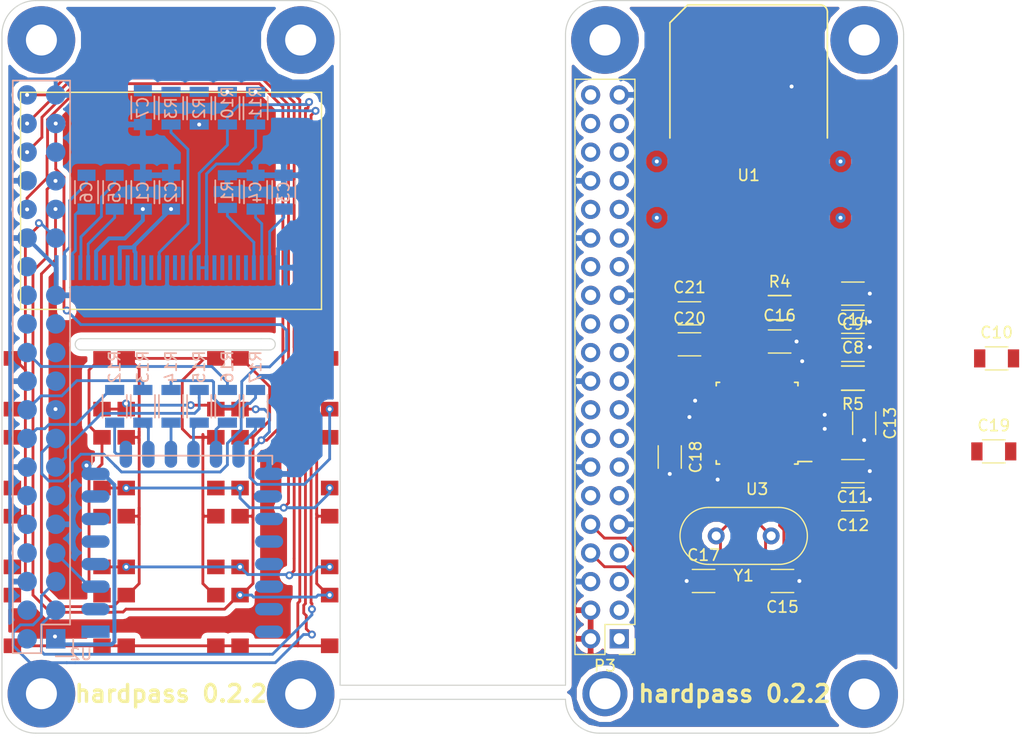
<source format=kicad_pcb>
(kicad_pcb (version 4) (host pcbnew 4.0.5-e0-6337~49~ubuntu16.04.1)

  (general
    (links 167)
    (no_connects 14)
    (area -0.050001 -0.050001 80.050001 65.050001)
    (thickness 1.6)
    (drawings 26)
    (tracks 712)
    (zones 0)
    (modules 61)
    (nets 123)
  )

  (page A4)
  (layers
    (0 F.Cu signal)
    (31 B.Cu signal)
    (32 B.Adhes user)
    (33 F.Adhes user)
    (34 B.Paste user)
    (35 F.Paste user)
    (36 B.SilkS user)
    (37 F.SilkS user)
    (38 B.Mask user)
    (39 F.Mask user)
    (40 Dwgs.User user)
    (41 Cmts.User user)
    (42 Eco1.User user)
    (43 Eco2.User user)
    (44 Edge.Cuts user)
    (45 Margin user)
    (46 B.CrtYd user)
    (47 F.CrtYd user)
    (48 B.Fab user)
    (49 F.Fab user)
  )

  (setup
    (last_trace_width 0.25)
    (trace_clearance 0.25)
    (zone_clearance 0.508)
    (zone_45_only no)
    (trace_min 0.2)
    (segment_width 0.2)
    (edge_width 0.1)
    (via_size 0.7)
    (via_drill 0.35)
    (via_min_size 0.7)
    (via_min_drill 0.3)
    (uvia_size 0.3)
    (uvia_drill 0.1)
    (uvias_allowed no)
    (uvia_min_size 0)
    (uvia_min_drill 0)
    (pcb_text_width 0.3)
    (pcb_text_size 1.5 1.5)
    (mod_edge_width 0.15)
    (mod_text_size 1 1)
    (mod_text_width 0.15)
    (pad_size 1.2 0.6)
    (pad_drill 0)
    (pad_to_mask_clearance 0)
    (aux_axis_origin 0 0)
    (visible_elements FFFFEF7F)
    (pcbplotparams
      (layerselection 0x00030_80000001)
      (usegerberextensions false)
      (excludeedgelayer true)
      (linewidth 0.100000)
      (plotframeref false)
      (viasonmask false)
      (mode 1)
      (useauxorigin false)
      (hpglpennumber 1)
      (hpglpenspeed 20)
      (hpglpendiameter 15)
      (hpglpenoverlay 2)
      (psnegative false)
      (psa4output false)
      (plotreference true)
      (plotvalue true)
      (plotinvisibletext false)
      (padsonsilk false)
      (subtractmaskfromsilk false)
      (outputformat 1)
      (mirror false)
      (drillshape 1)
      (scaleselection 1)
      (outputdirectory ""))
  )

  (net 0 "")
  (net 1 GND)
  (net 2 +3V3)
  (net 3 "Net-(C3-Pad1)")
  (net 4 "Net-(C4-Pad1)")
  (net 5 "Net-(C5-Pad1)")
  (net 6 "Net-(C5-Pad2)")
  (net 7 "Net-(C6-Pad1)")
  (net 8 "Net-(C6-Pad2)")
  (net 9 "Net-(C7-Pad1)")
  (net 10 "Net-(P1-Pad2)")
  (net 11 OLED_SDA)
  (net 12 "Net-(P1-Pad4)")
  (net 13 OLED_SCL)
  (net 14 ESP_CHPD)
  (net 15 UART_TX)
  (net 16 UART_RX)
  (net 17 SHUTDOWN)
  (net 18 "Net-(P1-Pad12)")
  (net 19 SD_D3)
  (net 20 ESP_CLK)
  (net 21 SD_CMD)
  (net 22 SD_D0)
  (net 23 "Net-(P1-Pad19)")
  (net 24 "Net-(P1-Pad21)")
  (net 25 SD_D1)
  (net 26 "Net-(P1-Pad23)")
  (net 27 "Net-(P1-Pad24)")
  (net 28 "Net-(P1-Pad26)")
  (net 29 "Net-(P1-Pad28)")
  (net 30 COL_1)
  (net 31 COL_2)
  (net 32 ROW_1)
  (net 33 COL_3)
  (net 34 "Net-(P1-Pad35)")
  (net 35 ROW_2)
  (net 36 SD_D2)
  (net 37 ROW_3)
  (net 38 ROW_4)
  (net 39 "Net-(P2-Pad26)")
  (net 40 "Net-(P2-Pad14)")
  (net 41 "Net-(R12-Pad1)")
  (net 42 "Net-(R13-Pad1)")
  (net 43 "Net-(R14-Pad1)")
  (net 44 "Net-(R15-Pad1)")
  (net 45 "Net-(R16-Pad1)")
  (net 46 "Net-(R17-Pad1)")
  (net 47 "Net-(U2-Pad1)")
  (net 48 "Net-(U2-Pad2)")
  (net 49 "Net-(U2-Pad4)")
  (net 50 "Net-(U2-Pad5)")
  (net 51 "Net-(U2-Pad6)")
  (net 52 "Net-(U2-Pad7)")
  (net 53 "Net-(U2-Pad16)")
  (net 54 "Net-(U2-Pad17)")
  (net 55 "Net-(U2-Pad18)")
  (net 56 "Net-(U2-Pad19)")
  (net 57 "Net-(U2-Pad20)")
  (net 58 "Net-(U2-Pad21)")
  (net 59 "Net-(U2-Pad22)")
  (net 60 "Net-(P2-Pad7)")
  (net 61 "Net-(P2-Pad13)")
  (net 62 "Net-(P2-Pad16)")
  (net 63 "Net-(P2-Pad17)")
  (net 64 "Net-(P2-Pad21)")
  (net 65 "Net-(P2-Pad22)")
  (net 66 "Net-(P2-Pad23)")
  (net 67 "Net-(P2-Pad24)")
  (net 68 "Net-(P2-Pad25)")
  (net 69 "Net-(C14-Pad2)")
  (net 70 "Net-(C9-Pad1)")
  (net 71 "Net-(C10-Pad2)")
  (net 72 +5V)
  (net 73 "Net-(C13-Pad1)")
  (net 74 "Net-(C15-Pad2)")
  (net 75 "Net-(C16-Pad1)")
  (net 76 "Net-(C17-Pad2)")
  (net 77 "Net-(C20-Pad1)")
  (net 78 "Net-(C20-Pad2)")
  (net 79 "Net-(C21-Pad1)")
  (net 80 "Net-(C21-Pad2)")
  (net 81 "Net-(R4-Pad1)")
  (net 82 "Net-(R5-Pad1)")
  (net 83 "Net-(R5-Pad2)")
  (net 84 "Net-(U1-Pad4)")
  (net 85 "Net-(U1-Pad8)")
  (net 86 "Net-(U3-Pad2)")
  (net 87 "Net-(U3-Pad22)")
  (net 88 "Net-(U3-Pad23)")
  (net 89 "Net-(U3-Pad24)")
  (net 90 "Net-(SW14-Pad2)")
  (net 91 "Net-(U3-Pad29)")
  (net 92 "Net-(U3-Pad30)")
  (net 93 CARD_TX)
  (net 94 CARD_RX)
  (net 95 "Net-(P3-Pad1)")
  (net 96 "Net-(P3-Pad3)")
  (net 97 "Net-(P3-Pad5)")
  (net 98 "Net-(P3-Pad7)")
  (net 99 "Net-(P3-Pad11)")
  (net 100 "Net-(P3-Pad12)")
  (net 101 "Net-(P3-Pad13)")
  (net 102 "Net-(P3-Pad15)")
  (net 103 "Net-(P3-Pad16)")
  (net 104 "Net-(P3-Pad17)")
  (net 105 "Net-(P3-Pad18)")
  (net 106 "Net-(P3-Pad19)")
  (net 107 "Net-(P3-Pad21)")
  (net 108 "Net-(P3-Pad22)")
  (net 109 "Net-(P3-Pad23)")
  (net 110 "Net-(P3-Pad24)")
  (net 111 "Net-(P3-Pad26)")
  (net 112 "Net-(P3-Pad27)")
  (net 113 "Net-(P3-Pad28)")
  (net 114 "Net-(P3-Pad29)")
  (net 115 "Net-(P3-Pad31)")
  (net 116 "Net-(P3-Pad32)")
  (net 117 "Net-(P3-Pad33)")
  (net 118 "Net-(P3-Pad35)")
  (net 119 "Net-(P3-Pad36)")
  (net 120 "Net-(P3-Pad37)")
  (net 121 "Net-(P3-Pad38)")
  (net 122 "Net-(P3-Pad40)")

  (net_class Default "This is the default net class."
    (clearance 0.25)
    (trace_width 0.25)
    (via_dia 0.7)
    (via_drill 0.35)
    (uvia_dia 0.3)
    (uvia_drill 0.1)
    (add_net CARD_RX)
    (add_net CARD_TX)
    (add_net COL_1)
    (add_net COL_2)
    (add_net COL_3)
    (add_net ESP_CHPD)
    (add_net ESP_CLK)
    (add_net "Net-(C10-Pad2)")
    (add_net "Net-(C13-Pad1)")
    (add_net "Net-(C15-Pad2)")
    (add_net "Net-(C16-Pad1)")
    (add_net "Net-(C17-Pad2)")
    (add_net "Net-(C20-Pad1)")
    (add_net "Net-(C20-Pad2)")
    (add_net "Net-(C21-Pad1)")
    (add_net "Net-(C21-Pad2)")
    (add_net "Net-(C3-Pad1)")
    (add_net "Net-(C4-Pad1)")
    (add_net "Net-(C5-Pad1)")
    (add_net "Net-(C5-Pad2)")
    (add_net "Net-(C6-Pad1)")
    (add_net "Net-(C6-Pad2)")
    (add_net "Net-(C7-Pad1)")
    (add_net "Net-(C9-Pad1)")
    (add_net "Net-(P1-Pad12)")
    (add_net "Net-(P1-Pad19)")
    (add_net "Net-(P1-Pad2)")
    (add_net "Net-(P1-Pad21)")
    (add_net "Net-(P1-Pad23)")
    (add_net "Net-(P1-Pad24)")
    (add_net "Net-(P1-Pad26)")
    (add_net "Net-(P1-Pad28)")
    (add_net "Net-(P1-Pad35)")
    (add_net "Net-(P1-Pad4)")
    (add_net "Net-(P2-Pad13)")
    (add_net "Net-(P2-Pad14)")
    (add_net "Net-(P2-Pad16)")
    (add_net "Net-(P2-Pad17)")
    (add_net "Net-(P2-Pad21)")
    (add_net "Net-(P2-Pad22)")
    (add_net "Net-(P2-Pad23)")
    (add_net "Net-(P2-Pad24)")
    (add_net "Net-(P2-Pad25)")
    (add_net "Net-(P2-Pad26)")
    (add_net "Net-(P2-Pad7)")
    (add_net "Net-(P3-Pad1)")
    (add_net "Net-(P3-Pad11)")
    (add_net "Net-(P3-Pad12)")
    (add_net "Net-(P3-Pad13)")
    (add_net "Net-(P3-Pad15)")
    (add_net "Net-(P3-Pad16)")
    (add_net "Net-(P3-Pad17)")
    (add_net "Net-(P3-Pad18)")
    (add_net "Net-(P3-Pad19)")
    (add_net "Net-(P3-Pad21)")
    (add_net "Net-(P3-Pad22)")
    (add_net "Net-(P3-Pad23)")
    (add_net "Net-(P3-Pad24)")
    (add_net "Net-(P3-Pad26)")
    (add_net "Net-(P3-Pad27)")
    (add_net "Net-(P3-Pad28)")
    (add_net "Net-(P3-Pad29)")
    (add_net "Net-(P3-Pad3)")
    (add_net "Net-(P3-Pad31)")
    (add_net "Net-(P3-Pad32)")
    (add_net "Net-(P3-Pad33)")
    (add_net "Net-(P3-Pad35)")
    (add_net "Net-(P3-Pad36)")
    (add_net "Net-(P3-Pad37)")
    (add_net "Net-(P3-Pad38)")
    (add_net "Net-(P3-Pad40)")
    (add_net "Net-(P3-Pad5)")
    (add_net "Net-(P3-Pad7)")
    (add_net "Net-(R12-Pad1)")
    (add_net "Net-(R13-Pad1)")
    (add_net "Net-(R14-Pad1)")
    (add_net "Net-(R15-Pad1)")
    (add_net "Net-(R16-Pad1)")
    (add_net "Net-(R17-Pad1)")
    (add_net "Net-(R4-Pad1)")
    (add_net "Net-(R5-Pad1)")
    (add_net "Net-(R5-Pad2)")
    (add_net "Net-(SW14-Pad2)")
    (add_net "Net-(U1-Pad4)")
    (add_net "Net-(U1-Pad8)")
    (add_net "Net-(U2-Pad1)")
    (add_net "Net-(U2-Pad16)")
    (add_net "Net-(U2-Pad17)")
    (add_net "Net-(U2-Pad18)")
    (add_net "Net-(U2-Pad19)")
    (add_net "Net-(U2-Pad2)")
    (add_net "Net-(U2-Pad20)")
    (add_net "Net-(U2-Pad21)")
    (add_net "Net-(U2-Pad22)")
    (add_net "Net-(U2-Pad4)")
    (add_net "Net-(U2-Pad5)")
    (add_net "Net-(U2-Pad6)")
    (add_net "Net-(U2-Pad7)")
    (add_net "Net-(U3-Pad2)")
    (add_net "Net-(U3-Pad22)")
    (add_net "Net-(U3-Pad23)")
    (add_net "Net-(U3-Pad24)")
    (add_net "Net-(U3-Pad29)")
    (add_net "Net-(U3-Pad30)")
    (add_net OLED_SCL)
    (add_net OLED_SDA)
    (add_net ROW_1)
    (add_net ROW_2)
    (add_net ROW_3)
    (add_net ROW_4)
    (add_net SD_CMD)
    (add_net SD_D0)
    (add_net SD_D1)
    (add_net SD_D2)
    (add_net SD_D3)
    (add_net SHUTDOWN)
    (add_net UART_RX)
    (add_net UART_TX)
  )

  (net_class Power ""
    (clearance 0.25)
    (trace_width 0.35)
    (via_dia 0.9)
    (via_drill 0.35)
    (uvia_dia 0.3)
    (uvia_drill 0.1)
    (add_net +3V3)
    (add_net +5V)
    (add_net GND)
    (add_net "Net-(C14-Pad2)")
  )

  (module Capacitors_SMD:C_1206 (layer F.Cu) (tedit 5415D7BD) (tstamp 5880EAF3)
    (at 75.5 26 180)
    (descr "Capacitor SMD 1206, reflow soldering, AVX (see smccp.pdf)")
    (tags "capacitor 1206")
    (path /588317FD)
    (attr smd)
    (fp_text reference C14 (at 0 -2.3 180) (layer F.SilkS)
      (effects (font (size 1 1) (thickness 0.15)))
    )
    (fp_text value 100pF (at 0 2.3 180) (layer F.Fab)
      (effects (font (size 1 1) (thickness 0.15)))
    )
    (fp_line (start -1.6 0.8) (end -1.6 -0.8) (layer F.Fab) (width 0.1))
    (fp_line (start 1.6 0.8) (end -1.6 0.8) (layer F.Fab) (width 0.1))
    (fp_line (start 1.6 -0.8) (end 1.6 0.8) (layer F.Fab) (width 0.1))
    (fp_line (start -1.6 -0.8) (end 1.6 -0.8) (layer F.Fab) (width 0.1))
    (fp_line (start -2.3 -1.15) (end 2.3 -1.15) (layer F.CrtYd) (width 0.05))
    (fp_line (start -2.3 1.15) (end 2.3 1.15) (layer F.CrtYd) (width 0.05))
    (fp_line (start -2.3 -1.15) (end -2.3 1.15) (layer F.CrtYd) (width 0.05))
    (fp_line (start 2.3 -1.15) (end 2.3 1.15) (layer F.CrtYd) (width 0.05))
    (fp_line (start 1 -1.025) (end -1 -1.025) (layer F.SilkS) (width 0.12))
    (fp_line (start -1 1.025) (end 1 1.025) (layer F.SilkS) (width 0.12))
    (pad 1 smd rect (at -1.5 0 180) (size 1 1.6) (layers F.Cu F.Paste F.Mask)
      (net 1 GND))
    (pad 2 smd rect (at 1.5 0 180) (size 1 1.6) (layers F.Cu F.Paste F.Mask)
      (net 69 "Net-(C14-Pad2)"))
    (model Capacitors_SMD.3dshapes/C_1206.wrl
      (at (xyz 0 0 0))
      (scale (xyz 1 1 1))
      (rotate (xyz 0 0 0))
    )
  )

  (module hardpass:1pin_nosilk (layer F.Cu) (tedit 58702E64) (tstamp 5880E381)
    (at 76.5 61.53)
    (descr "module 1 pin (ou trou mecanique de percage)")
    (tags DEV)
    (fp_text reference REF** (at 0 -3.048) (layer F.SilkS) hide
      (effects (font (size 1 1) (thickness 0.15)))
    )
    (fp_text value 1pin (at 0 3) (layer F.Fab)
      (effects (font (size 1 1) (thickness 0.15)))
    )
    (fp_circle (center 0 0) (end 2 0.8) (layer F.Fab) (width 0.1))
    (fp_circle (center 0 0) (end 2.6 0) (layer F.CrtYd) (width 0.05))
    (pad "" np_thru_hole circle (at 0 0) (size 6 6) (drill 2.75) (layers *.Cu *.Mask))
  )

  (module hardpass:1pin_nosilk (layer F.Cu) (tedit 58702E64) (tstamp 5880E365)
    (at 76.5 3.5)
    (descr "module 1 pin (ou trou mecanique de percage)")
    (tags DEV)
    (fp_text reference REF** (at 0 -3.048) (layer F.SilkS) hide
      (effects (font (size 1 1) (thickness 0.15)))
    )
    (fp_text value 1pin (at 0 3) (layer F.Fab)
      (effects (font (size 1 1) (thickness 0.15)))
    )
    (fp_circle (center 0 0) (end 2 0.8) (layer F.Fab) (width 0.1))
    (fp_circle (center 0 0) (end 2.6 0) (layer F.CrtYd) (width 0.05))
    (pad "" np_thru_hole circle (at 0 0) (size 6 6) (drill 2.75) (layers *.Cu *.Mask))
  )

  (module hardpass:1pin_nosilk (layer F.Cu) (tedit 5880D317) (tstamp 5880E354)
    (at 53.5 3.5)
    (descr "module 1 pin (ou trou mecanique de percage)")
    (tags DEV)
    (fp_text reference REF** (at 0 -3.048) (layer F.SilkS) hide
      (effects (font (size 1 1) (thickness 0.15)))
    )
    (fp_text value 1pin (at 0 3) (layer F.Fab)
      (effects (font (size 1 1) (thickness 0.15)))
    )
    (fp_circle (center 0 0) (end 2 0.8) (layer F.Fab) (width 0.1))
    (fp_circle (center 0 0) (end 2.6 0) (layer F.CrtYd) (width 0.05))
    (pad "" np_thru_hole circle (at 0 0) (size 6 6) (drill 2.75) (layers *.Cu *.Mask))
  )

  (module hardpass:1pin_nosilk (layer F.Cu) (tedit 5880D2FE) (tstamp 5880E31F)
    (at 53.5 61.5)
    (descr "module 1 pin (ou trou mecanique de percage)")
    (tags DEV)
    (fp_text reference REF** (at 0 -3.048) (layer F.SilkS) hide
      (effects (font (size 1 1) (thickness 0.15)))
    )
    (fp_text value 1pin (at 0 3) (layer F.Fab)
      (effects (font (size 1 1) (thickness 0.15)))
    )
    (fp_circle (center 0 0) (end 2 0.8) (layer F.Fab) (width 0.1))
    (fp_circle (center 0 0) (end 2.6 0) (layer F.CrtYd) (width 0.05))
    (pad "" np_thru_hole circle (at 0 0) (size 4 4) (drill 2.75) (layers *.Cu *.Mask))
  )

  (module hardpass:1pin_nosilk (layer F.Cu) (tedit 58702E64) (tstamp 5870F56A)
    (at 26.5 61.53)
    (descr "module 1 pin (ou trou mecanique de percage)")
    (tags DEV)
    (fp_text reference REF** (at 0 -3.048) (layer F.SilkS) hide
      (effects (font (size 1 1) (thickness 0.15)))
    )
    (fp_text value 1pin (at 0 3) (layer F.Fab)
      (effects (font (size 1 1) (thickness 0.15)))
    )
    (fp_circle (center 0 0) (end 2 0.8) (layer F.Fab) (width 0.1))
    (fp_circle (center 0 0) (end 2.6 0) (layer F.CrtYd) (width 0.05))
    (pad "" np_thru_hole circle (at 0 0) (size 6 6) (drill 2.75) (layers *.Cu *.Mask))
  )

  (module hardpass:1pin_nosilk (layer F.Cu) (tedit 58702E64) (tstamp 5870F553)
    (at 3.5 61.5)
    (descr "module 1 pin (ou trou mecanique de percage)")
    (tags DEV)
    (fp_text reference REF** (at 0 -3.048) (layer F.SilkS) hide
      (effects (font (size 1 1) (thickness 0.15)))
    )
    (fp_text value 1pin (at 0 3) (layer F.Fab)
      (effects (font (size 1 1) (thickness 0.15)))
    )
    (fp_circle (center 0 0) (end 2 0.8) (layer F.Fab) (width 0.1))
    (fp_circle (center 0 0) (end 2.6 0) (layer F.CrtYd) (width 0.05))
    (pad "" np_thru_hole circle (at 0 0) (size 6 6) (drill 2.75) (layers *.Cu *.Mask))
  )

  (module hardpass:1pin_nosilk (layer F.Cu) (tedit 58702E64) (tstamp 5870F537)
    (at 26.5 3.5)
    (descr "module 1 pin (ou trou mecanique de percage)")
    (tags DEV)
    (fp_text reference REF** (at 0 -3.048) (layer F.SilkS) hide
      (effects (font (size 1 1) (thickness 0.15)))
    )
    (fp_text value 1pin (at 0 3) (layer F.Fab)
      (effects (font (size 1 1) (thickness 0.15)))
    )
    (fp_circle (center 0 0) (end 2 0.8) (layer F.Fab) (width 0.1))
    (fp_circle (center 0 0) (end 2.6 0) (layer F.CrtYd) (width 0.05))
    (pad "" np_thru_hole circle (at 0 0) (size 6 6) (drill 2.75) (layers *.Cu *.Mask))
  )

  (module adafruit-oled:UG-2864HSWEG01_0.96IN_WRAPAROUND (layer F.Cu) (tedit 58703A4A) (tstamp 58721E96)
    (at 15 22.5)
    (path /58700E5C)
    (fp_text reference P2 (at -13.09 -15.69) (layer F.SilkS) hide
      (effects (font (size 0.77216 0.77216) (thickness 0.065024)) (justify left bottom))
    )
    (fp_text value OLED_I2C (at -13.09 9.1) (layer F.SilkS) hide
      (effects (font (size 0.77216 0.77216) (thickness 0.065024)) (justify left bottom))
    )
    (fp_line (start -13.353 -14.36) (end 13.35 -14.36) (layer F.SilkS) (width 0.127))
    (fp_line (start 13.35 -14.36) (end 13.35 4.9) (layer F.SilkS) (width 0.127))
    (fp_line (start 13.35 4.9) (end -13.35 4.9) (layer F.SilkS) (width 0.127))
    (fp_line (start -13.35 4.9) (end -13.353 -14.36) (layer F.SilkS) (width 0.127))
    (fp_line (start -10.872 -12.26) (end 10.872 -12.26) (layer Dwgs.User) (width 0.127))
    (fp_line (start 10.872 -12.26) (end 10.872 -1.396) (layer Dwgs.User) (width 0.127))
    (fp_line (start 10.872 -1.396) (end -10.872 -1.396) (layer Dwgs.User) (width 0.127))
    (fp_line (start -10.872 -1.396) (end -10.872 -12.26) (layer Dwgs.User) (width 0.127))
    (fp_text user 1 (at -9.95 -0.512 90) (layer Dwgs.User)
      (effects (font (size 0.77216 0.77216) (thickness 0.065024)))
    )
    (fp_text user 10 (at -3.65 -0.412 90) (layer Dwgs.User)
      (effects (font (size 0.77216 0.77216) (thickness 0.065024)))
    )
    (fp_text user 20 (at 3.3 -0.412 90) (layer Dwgs.User)
      (effects (font (size 0.77216 0.77216) (thickness 0.065024)))
    )
    (fp_text user 30 (at 10.45 -0.412 90) (layer Dwgs.User)
      (effects (font (size 0.77216 0.77216) (thickness 0.065024)))
    )
    (fp_text user "PCB EDGE (1.6mm)" (at -5.2 7) (layer Dwgs.User)
      (effects (font (size 0.77216 0.77216) (thickness 0.065024)))
    )
    (fp_line (start 13.35 7.5) (end -13.35 7.5) (layer Dwgs.User) (width 0.127))
    (pad 1 smd rect (at -10.15 1.2 90) (size 2.2 0.35) (layers B.Cu B.Paste B.Mask)
      (net 1 GND))
    (pad 2 smd rect (at -9.45 1.2 90) (size 2.2 0.35) (layers B.Cu B.Paste B.Mask)
      (net 7 "Net-(C6-Pad1)"))
    (pad 3 smd rect (at -8.75 1.2 90) (size 2.2 0.35) (layers B.Cu B.Paste B.Mask)
      (net 8 "Net-(C6-Pad2)"))
    (pad 4 smd rect (at -8.05 1.2 90) (size 2.2 0.35) (layers B.Cu B.Paste B.Mask)
      (net 5 "Net-(C5-Pad1)"))
    (pad 5 smd rect (at -7.35 1.2 90) (size 2.2 0.35) (layers B.Cu B.Paste B.Mask)
      (net 6 "Net-(C5-Pad2)"))
    (pad 6 smd rect (at -6.65 1.2 90) (size 2.2 0.35) (layers B.Cu B.Paste B.Mask)
      (net 2 +3V3))
    (pad 7 smd rect (at -5.95 1.2 90) (size 2.2 0.35) (layers B.Cu B.Paste B.Mask)
      (net 60 "Net-(P2-Pad7)"))
    (pad 8 smd rect (at -5.25 1.2 90) (size 2.2 0.35) (layers B.Cu B.Paste B.Mask)
      (net 1 GND))
    (pad 9 smd rect (at -4.55 1.2 90) (size 2.2 0.35) (layers B.Cu B.Paste B.Mask)
      (net 2 +3V3))
    (pad 10 smd rect (at -3.85 1.2 90) (size 2.2 0.35) (layers B.Cu B.Paste B.Mask)
      (net 1 GND))
    (pad 11 smd rect (at -3.15 1.2 90) (size 2.2 0.35) (layers B.Cu B.Paste B.Mask)
      (net 2 +3V3))
    (pad 12 smd rect (at -2.45 1.2 90) (size 2.2 0.35) (layers B.Cu B.Paste B.Mask)
      (net 1 GND))
    (pad 13 smd rect (at -1.75 1.2 90) (size 2.2 0.35) (layers B.Cu B.Paste B.Mask)
      (net 61 "Net-(P2-Pad13)"))
    (pad 14 smd rect (at -1.05 1.2 90) (size 2.2 0.35) (layers B.Cu B.Paste B.Mask)
      (net 40 "Net-(P2-Pad14)"))
    (pad 15 smd rect (at -0.35 1.2 90) (size 2.2 0.35) (layers B.Cu B.Paste B.Mask)
      (net 1 GND))
    (pad 16 smd rect (at 0.35 1.2 90) (size 2.2 0.35) (layers B.Cu B.Paste B.Mask)
      (net 62 "Net-(P2-Pad16)"))
    (pad 17 smd rect (at 1.05 1.2 90) (size 2.2 0.35) (layers B.Cu B.Paste B.Mask)
      (net 63 "Net-(P2-Pad17)"))
    (pad 18 smd rect (at 1.75 1.2 90) (size 2.2 0.35) (layers B.Cu B.Paste B.Mask)
      (net 13 OLED_SCL))
    (pad 19 smd rect (at 2.45 1.2 90) (size 2.2 0.35) (layers B.Cu B.Paste B.Mask)
      (net 11 OLED_SDA))
    (pad 20 smd rect (at 3.15 1.2 90) (size 2.2 0.35) (layers B.Cu B.Paste B.Mask)
      (net 11 OLED_SDA))
    (pad 21 smd rect (at 3.85 1.2 90) (size 2.2 0.35) (layers B.Cu B.Paste B.Mask)
      (net 64 "Net-(P2-Pad21)"))
    (pad 22 smd rect (at 4.55 1.2 90) (size 2.2 0.35) (layers B.Cu B.Paste B.Mask)
      (net 65 "Net-(P2-Pad22)"))
    (pad 23 smd rect (at 5.25 1.2 90) (size 2.2 0.35) (layers B.Cu B.Paste B.Mask)
      (net 66 "Net-(P2-Pad23)"))
    (pad 24 smd rect (at 5.95 1.2 90) (size 2.2 0.35) (layers B.Cu B.Paste B.Mask)
      (net 67 "Net-(P2-Pad24)"))
    (pad 25 smd rect (at 6.65 1.2 90) (size 2.2 0.35) (layers B.Cu B.Paste B.Mask)
      (net 68 "Net-(P2-Pad25)"))
    (pad 26 smd rect (at 7.35 1.2 90) (size 2.2 0.35) (layers B.Cu B.Paste B.Mask)
      (net 39 "Net-(P2-Pad26)"))
    (pad 27 smd rect (at 8.05 1.2 90) (size 2.2 0.35) (layers B.Cu B.Paste B.Mask)
      (net 4 "Net-(C4-Pad1)"))
    (pad 28 smd rect (at 8.75 1.2 90) (size 2.2 0.35) (layers B.Cu B.Paste B.Mask)
      (net 3 "Net-(C3-Pad1)"))
    (pad 29 smd rect (at 9.45 1.2 90) (size 2.2 0.35) (layers B.Cu B.Paste B.Mask)
      (net 1 GND))
    (pad 30 smd rect (at 10.15 1.2 90) (size 2.2 0.35) (layers B.Cu B.Paste B.Mask)
      (net 1 GND))
  )

  (module hardpass:1pin_nosilk (layer F.Cu) (tedit 58702E64) (tstamp 58701E11)
    (at 3.5 3.5)
    (descr "module 1 pin (ou trou mecanique de percage)")
    (tags DEV)
    (fp_text reference REF** (at 0 -3.048) (layer F.SilkS) hide
      (effects (font (size 1 1) (thickness 0.15)))
    )
    (fp_text value 1pin (at 0 3) (layer F.Fab)
      (effects (font (size 1 1) (thickness 0.15)))
    )
    (fp_circle (center 0 0) (end 2 0.8) (layer F.Fab) (width 0.1))
    (fp_circle (center 0 0) (end 2.6 0) (layer F.CrtYd) (width 0.05))
    (pad "" np_thru_hole circle (at 0 0) (size 6 6) (drill 2.75) (layers *.Cu *.Mask))
  )

  (module Capacitors_SMD:C_1206 (layer B.Cu) (tedit 5415D7BD) (tstamp 58702475)
    (at 12.5 17 270)
    (descr "Capacitor SMD 1206, reflow soldering, AVX (see smccp.pdf)")
    (tags "capacitor 1206")
    (path /58702958)
    (attr smd)
    (fp_text reference C1 (at 0 0 270) (layer B.SilkS)
      (effects (font (size 1 1) (thickness 0.15)) (justify mirror))
    )
    (fp_text value 1µF (at 0 -2.3 270) (layer B.Fab)
      (effects (font (size 1 1) (thickness 0.15)) (justify mirror))
    )
    (fp_line (start -1.6 -0.8) (end -1.6 0.8) (layer B.Fab) (width 0.15))
    (fp_line (start 1.6 -0.8) (end -1.6 -0.8) (layer B.Fab) (width 0.15))
    (fp_line (start 1.6 0.8) (end 1.6 -0.8) (layer B.Fab) (width 0.15))
    (fp_line (start -1.6 0.8) (end 1.6 0.8) (layer B.Fab) (width 0.15))
    (fp_line (start -2.3 1.15) (end 2.3 1.15) (layer B.CrtYd) (width 0.05))
    (fp_line (start -2.3 -1.15) (end 2.3 -1.15) (layer B.CrtYd) (width 0.05))
    (fp_line (start -2.3 1.15) (end -2.3 -1.15) (layer B.CrtYd) (width 0.05))
    (fp_line (start 2.3 1.15) (end 2.3 -1.15) (layer B.CrtYd) (width 0.05))
    (fp_line (start 1 1.025) (end -1 1.025) (layer B.SilkS) (width 0.15))
    (fp_line (start -1 -1.025) (end 1 -1.025) (layer B.SilkS) (width 0.15))
    (pad 1 smd rect (at -1.5 0 270) (size 1 1.6) (layers B.Cu B.Paste B.Mask)
      (net 1 GND))
    (pad 2 smd rect (at 1.5 0 270) (size 1 1.6) (layers B.Cu B.Paste B.Mask)
      (net 2 +3V3))
    (model Capacitors_SMD.3dshapes/C_1206.wrl
      (at (xyz 0 0 0))
      (scale (xyz 1 1 1))
      (rotate (xyz 0 0 0))
    )
  )

  (module Capacitors_SMD:C_1206 (layer B.Cu) (tedit 5415D7BD) (tstamp 58702485)
    (at 15 17 270)
    (descr "Capacitor SMD 1206, reflow soldering, AVX (see smccp.pdf)")
    (tags "capacitor 1206")
    (path /576ABF65)
    (attr smd)
    (fp_text reference C2 (at 0 0 270) (layer B.SilkS)
      (effects (font (size 1 1) (thickness 0.15)) (justify mirror))
    )
    (fp_text value 1µF (at 0 -2.3 270) (layer B.Fab)
      (effects (font (size 1 1) (thickness 0.15)) (justify mirror))
    )
    (fp_line (start -1.6 -0.8) (end -1.6 0.8) (layer B.Fab) (width 0.15))
    (fp_line (start 1.6 -0.8) (end -1.6 -0.8) (layer B.Fab) (width 0.15))
    (fp_line (start 1.6 0.8) (end 1.6 -0.8) (layer B.Fab) (width 0.15))
    (fp_line (start -1.6 0.8) (end 1.6 0.8) (layer B.Fab) (width 0.15))
    (fp_line (start -2.3 1.15) (end 2.3 1.15) (layer B.CrtYd) (width 0.05))
    (fp_line (start -2.3 -1.15) (end 2.3 -1.15) (layer B.CrtYd) (width 0.05))
    (fp_line (start -2.3 1.15) (end -2.3 -1.15) (layer B.CrtYd) (width 0.05))
    (fp_line (start 2.3 1.15) (end 2.3 -1.15) (layer B.CrtYd) (width 0.05))
    (fp_line (start 1 1.025) (end -1 1.025) (layer B.SilkS) (width 0.15))
    (fp_line (start -1 -1.025) (end 1 -1.025) (layer B.SilkS) (width 0.15))
    (pad 1 smd rect (at -1.5 0 270) (size 1 1.6) (layers B.Cu B.Paste B.Mask)
      (net 1 GND))
    (pad 2 smd rect (at 1.5 0 270) (size 1 1.6) (layers B.Cu B.Paste B.Mask)
      (net 2 +3V3))
    (model Capacitors_SMD.3dshapes/C_1206.wrl
      (at (xyz 0 0 0))
      (scale (xyz 1 1 1))
      (rotate (xyz 0 0 0))
    )
  )

  (module Capacitors_SMD:C_1206 (layer B.Cu) (tedit 5415D7BD) (tstamp 58702495)
    (at 25 17 90)
    (descr "Capacitor SMD 1206, reflow soldering, AVX (see smccp.pdf)")
    (tags "capacitor 1206")
    (path /576AC79A)
    (attr smd)
    (fp_text reference C3 (at 0 0 90) (layer B.SilkS)
      (effects (font (size 1 1) (thickness 0.15)) (justify mirror))
    )
    (fp_text value 2.2µF (at 0 -2.3 90) (layer B.Fab)
      (effects (font (size 1 1) (thickness 0.15)) (justify mirror))
    )
    (fp_line (start -1.6 -0.8) (end -1.6 0.8) (layer B.Fab) (width 0.15))
    (fp_line (start 1.6 -0.8) (end -1.6 -0.8) (layer B.Fab) (width 0.15))
    (fp_line (start 1.6 0.8) (end 1.6 -0.8) (layer B.Fab) (width 0.15))
    (fp_line (start -1.6 0.8) (end 1.6 0.8) (layer B.Fab) (width 0.15))
    (fp_line (start -2.3 1.15) (end 2.3 1.15) (layer B.CrtYd) (width 0.05))
    (fp_line (start -2.3 -1.15) (end 2.3 -1.15) (layer B.CrtYd) (width 0.05))
    (fp_line (start -2.3 1.15) (end -2.3 -1.15) (layer B.CrtYd) (width 0.05))
    (fp_line (start 2.3 1.15) (end 2.3 -1.15) (layer B.CrtYd) (width 0.05))
    (fp_line (start 1 1.025) (end -1 1.025) (layer B.SilkS) (width 0.15))
    (fp_line (start -1 -1.025) (end 1 -1.025) (layer B.SilkS) (width 0.15))
    (pad 1 smd rect (at -1.5 0 90) (size 1 1.6) (layers B.Cu B.Paste B.Mask)
      (net 3 "Net-(C3-Pad1)"))
    (pad 2 smd rect (at 1.5 0 90) (size 1 1.6) (layers B.Cu B.Paste B.Mask)
      (net 1 GND))
    (model Capacitors_SMD.3dshapes/C_1206.wrl
      (at (xyz 0 0 0))
      (scale (xyz 1 1 1))
      (rotate (xyz 0 0 0))
    )
  )

  (module Capacitors_SMD:C_1206 (layer B.Cu) (tedit 5415D7BD) (tstamp 587024A5)
    (at 22.5 17 90)
    (descr "Capacitor SMD 1206, reflow soldering, AVX (see smccp.pdf)")
    (tags "capacitor 1206")
    (path /576ACF95)
    (attr smd)
    (fp_text reference C4 (at 0 0 90) (layer B.SilkS)
      (effects (font (size 1 1) (thickness 0.15)) (justify mirror))
    )
    (fp_text value 4.7µF (at 0 -2.3 90) (layer B.Fab)
      (effects (font (size 1 1) (thickness 0.15)) (justify mirror))
    )
    (fp_line (start -1.6 -0.8) (end -1.6 0.8) (layer B.Fab) (width 0.15))
    (fp_line (start 1.6 -0.8) (end -1.6 -0.8) (layer B.Fab) (width 0.15))
    (fp_line (start 1.6 0.8) (end 1.6 -0.8) (layer B.Fab) (width 0.15))
    (fp_line (start -1.6 0.8) (end 1.6 0.8) (layer B.Fab) (width 0.15))
    (fp_line (start -2.3 1.15) (end 2.3 1.15) (layer B.CrtYd) (width 0.05))
    (fp_line (start -2.3 -1.15) (end 2.3 -1.15) (layer B.CrtYd) (width 0.05))
    (fp_line (start -2.3 1.15) (end -2.3 -1.15) (layer B.CrtYd) (width 0.05))
    (fp_line (start 2.3 1.15) (end 2.3 -1.15) (layer B.CrtYd) (width 0.05))
    (fp_line (start 1 1.025) (end -1 1.025) (layer B.SilkS) (width 0.15))
    (fp_line (start -1 -1.025) (end 1 -1.025) (layer B.SilkS) (width 0.15))
    (pad 1 smd rect (at -1.5 0 90) (size 1 1.6) (layers B.Cu B.Paste B.Mask)
      (net 4 "Net-(C4-Pad1)"))
    (pad 2 smd rect (at 1.5 0 90) (size 1 1.6) (layers B.Cu B.Paste B.Mask)
      (net 1 GND))
    (model Capacitors_SMD.3dshapes/C_1206.wrl
      (at (xyz 0 0 0))
      (scale (xyz 1 1 1))
      (rotate (xyz 0 0 0))
    )
  )

  (module Capacitors_SMD:C_1206 (layer B.Cu) (tedit 5415D7BD) (tstamp 587024B5)
    (at 10 17 270)
    (descr "Capacitor SMD 1206, reflow soldering, AVX (see smccp.pdf)")
    (tags "capacitor 1206")
    (path /576AB9B6)
    (attr smd)
    (fp_text reference C5 (at 0 0 270) (layer B.SilkS)
      (effects (font (size 1 1) (thickness 0.15)) (justify mirror))
    )
    (fp_text value 1µF (at 0 -2.3 270) (layer B.Fab)
      (effects (font (size 1 1) (thickness 0.15)) (justify mirror))
    )
    (fp_line (start -1.6 -0.8) (end -1.6 0.8) (layer B.Fab) (width 0.15))
    (fp_line (start 1.6 -0.8) (end -1.6 -0.8) (layer B.Fab) (width 0.15))
    (fp_line (start 1.6 0.8) (end 1.6 -0.8) (layer B.Fab) (width 0.15))
    (fp_line (start -1.6 0.8) (end 1.6 0.8) (layer B.Fab) (width 0.15))
    (fp_line (start -2.3 1.15) (end 2.3 1.15) (layer B.CrtYd) (width 0.05))
    (fp_line (start -2.3 -1.15) (end 2.3 -1.15) (layer B.CrtYd) (width 0.05))
    (fp_line (start -2.3 1.15) (end -2.3 -1.15) (layer B.CrtYd) (width 0.05))
    (fp_line (start 2.3 1.15) (end 2.3 -1.15) (layer B.CrtYd) (width 0.05))
    (fp_line (start 1 1.025) (end -1 1.025) (layer B.SilkS) (width 0.15))
    (fp_line (start -1 -1.025) (end 1 -1.025) (layer B.SilkS) (width 0.15))
    (pad 1 smd rect (at -1.5 0 270) (size 1 1.6) (layers B.Cu B.Paste B.Mask)
      (net 5 "Net-(C5-Pad1)"))
    (pad 2 smd rect (at 1.5 0 270) (size 1 1.6) (layers B.Cu B.Paste B.Mask)
      (net 6 "Net-(C5-Pad2)"))
    (model Capacitors_SMD.3dshapes/C_1206.wrl
      (at (xyz 0 0 0))
      (scale (xyz 1 1 1))
      (rotate (xyz 0 0 0))
    )
  )

  (module Capacitors_SMD:C_1206 (layer B.Cu) (tedit 5415D7BD) (tstamp 587024C5)
    (at 7.5 17 270)
    (descr "Capacitor SMD 1206, reflow soldering, AVX (see smccp.pdf)")
    (tags "capacitor 1206")
    (path /576AB858)
    (attr smd)
    (fp_text reference C6 (at 0 0 270) (layer B.SilkS)
      (effects (font (size 1 1) (thickness 0.15)) (justify mirror))
    )
    (fp_text value 1µF (at 0 -2.3 270) (layer B.Fab)
      (effects (font (size 1 1) (thickness 0.15)) (justify mirror))
    )
    (fp_line (start -1.6 -0.8) (end -1.6 0.8) (layer B.Fab) (width 0.15))
    (fp_line (start 1.6 -0.8) (end -1.6 -0.8) (layer B.Fab) (width 0.15))
    (fp_line (start 1.6 0.8) (end 1.6 -0.8) (layer B.Fab) (width 0.15))
    (fp_line (start -1.6 0.8) (end 1.6 0.8) (layer B.Fab) (width 0.15))
    (fp_line (start -2.3 1.15) (end 2.3 1.15) (layer B.CrtYd) (width 0.05))
    (fp_line (start -2.3 -1.15) (end 2.3 -1.15) (layer B.CrtYd) (width 0.05))
    (fp_line (start -2.3 1.15) (end -2.3 -1.15) (layer B.CrtYd) (width 0.05))
    (fp_line (start 2.3 1.15) (end 2.3 -1.15) (layer B.CrtYd) (width 0.05))
    (fp_line (start 1 1.025) (end -1 1.025) (layer B.SilkS) (width 0.15))
    (fp_line (start -1 -1.025) (end 1 -1.025) (layer B.SilkS) (width 0.15))
    (pad 1 smd rect (at -1.5 0 270) (size 1 1.6) (layers B.Cu B.Paste B.Mask)
      (net 7 "Net-(C6-Pad1)"))
    (pad 2 smd rect (at 1.5 0 270) (size 1 1.6) (layers B.Cu B.Paste B.Mask)
      (net 8 "Net-(C6-Pad2)"))
    (model Capacitors_SMD.3dshapes/C_1206.wrl
      (at (xyz 0 0 0))
      (scale (xyz 1 1 1))
      (rotate (xyz 0 0 0))
    )
  )

  (module Capacitors_SMD:C_1206 (layer B.Cu) (tedit 5415D7BD) (tstamp 587024D5)
    (at 12.5 9.5 270)
    (descr "Capacitor SMD 1206, reflow soldering, AVX (see smccp.pdf)")
    (tags "capacitor 1206")
    (path /58337245)
    (attr smd)
    (fp_text reference C7 (at 0 0 270) (layer B.SilkS)
      (effects (font (size 1 1) (thickness 0.15)) (justify mirror))
    )
    (fp_text value 0.1µF (at 0 -2.3 270) (layer B.Fab)
      (effects (font (size 1 1) (thickness 0.15)) (justify mirror))
    )
    (fp_line (start -1.6 -0.8) (end -1.6 0.8) (layer B.Fab) (width 0.15))
    (fp_line (start 1.6 -0.8) (end -1.6 -0.8) (layer B.Fab) (width 0.15))
    (fp_line (start 1.6 0.8) (end 1.6 -0.8) (layer B.Fab) (width 0.15))
    (fp_line (start -1.6 0.8) (end 1.6 0.8) (layer B.Fab) (width 0.15))
    (fp_line (start -2.3 1.15) (end 2.3 1.15) (layer B.CrtYd) (width 0.05))
    (fp_line (start -2.3 -1.15) (end 2.3 -1.15) (layer B.CrtYd) (width 0.05))
    (fp_line (start -2.3 1.15) (end -2.3 -1.15) (layer B.CrtYd) (width 0.05))
    (fp_line (start 2.3 1.15) (end 2.3 -1.15) (layer B.CrtYd) (width 0.05))
    (fp_line (start 1 1.025) (end -1 1.025) (layer B.SilkS) (width 0.15))
    (fp_line (start -1 -1.025) (end 1 -1.025) (layer B.SilkS) (width 0.15))
    (pad 1 smd rect (at -1.5 0 270) (size 1 1.6) (layers B.Cu B.Paste B.Mask)
      (net 9 "Net-(C7-Pad1)"))
    (pad 2 smd rect (at 1.5 0 270) (size 1 1.6) (layers B.Cu B.Paste B.Mask)
      (net 1 GND))
    (model Capacitors_SMD.3dshapes/C_1206.wrl
      (at (xyz 0 0 0))
      (scale (xyz 1 1 1))
      (rotate (xyz 0 0 0))
    )
  )

  (module Resistors_SMD:R_1206 (layer B.Cu) (tedit 58307BE8) (tstamp 5870251D)
    (at 20 16.95 90)
    (descr "Resistor SMD 1206, reflow soldering, Vishay (see dcrcw.pdf)")
    (tags "resistor 1206")
    (path /576AE193)
    (attr smd)
    (fp_text reference R1 (at 0 0 90) (layer B.SilkS)
      (effects (font (size 1 1) (thickness 0.15)) (justify mirror))
    )
    (fp_text value 390k (at 0 -2.3 90) (layer B.Fab)
      (effects (font (size 1 1) (thickness 0.15)) (justify mirror))
    )
    (fp_line (start -1.6 -0.8) (end -1.6 0.8) (layer B.Fab) (width 0.1))
    (fp_line (start 1.6 -0.8) (end -1.6 -0.8) (layer B.Fab) (width 0.1))
    (fp_line (start 1.6 0.8) (end 1.6 -0.8) (layer B.Fab) (width 0.1))
    (fp_line (start -1.6 0.8) (end 1.6 0.8) (layer B.Fab) (width 0.1))
    (fp_line (start -2.2 1.2) (end 2.2 1.2) (layer B.CrtYd) (width 0.05))
    (fp_line (start -2.2 -1.2) (end 2.2 -1.2) (layer B.CrtYd) (width 0.05))
    (fp_line (start -2.2 1.2) (end -2.2 -1.2) (layer B.CrtYd) (width 0.05))
    (fp_line (start 2.2 1.2) (end 2.2 -1.2) (layer B.CrtYd) (width 0.05))
    (fp_line (start 1 -1.075) (end -1 -1.075) (layer B.SilkS) (width 0.15))
    (fp_line (start -1 1.075) (end 1 1.075) (layer B.SilkS) (width 0.15))
    (pad 1 smd rect (at -1.45 0 90) (size 0.9 1.7) (layers B.Cu B.Paste B.Mask)
      (net 39 "Net-(P2-Pad26)"))
    (pad 2 smd rect (at 1.45 0 90) (size 0.9 1.7) (layers B.Cu B.Paste B.Mask)
      (net 1 GND))
    (model Resistors_SMD.3dshapes/R_1206.wrl
      (at (xyz 0 0 0))
      (scale (xyz 1 1 1))
      (rotate (xyz 0 0 0))
    )
  )

  (module Resistors_SMD:R_1206 (layer B.Cu) (tedit 58307BE8) (tstamp 5870252D)
    (at 17.5 9.55 270)
    (descr "Resistor SMD 1206, reflow soldering, Vishay (see dcrcw.pdf)")
    (tags "resistor 1206")
    (path /583372D3)
    (attr smd)
    (fp_text reference R2 (at 0 0 270) (layer B.SilkS)
      (effects (font (size 1 1) (thickness 0.15)) (justify mirror))
    )
    (fp_text value 100k (at 0 -2.3 270) (layer B.Fab)
      (effects (font (size 1 1) (thickness 0.15)) (justify mirror))
    )
    (fp_line (start -1.6 -0.8) (end -1.6 0.8) (layer B.Fab) (width 0.1))
    (fp_line (start 1.6 -0.8) (end -1.6 -0.8) (layer B.Fab) (width 0.1))
    (fp_line (start 1.6 0.8) (end 1.6 -0.8) (layer B.Fab) (width 0.1))
    (fp_line (start -1.6 0.8) (end 1.6 0.8) (layer B.Fab) (width 0.1))
    (fp_line (start -2.2 1.2) (end 2.2 1.2) (layer B.CrtYd) (width 0.05))
    (fp_line (start -2.2 -1.2) (end 2.2 -1.2) (layer B.CrtYd) (width 0.05))
    (fp_line (start -2.2 1.2) (end -2.2 -1.2) (layer B.CrtYd) (width 0.05))
    (fp_line (start 2.2 1.2) (end 2.2 -1.2) (layer B.CrtYd) (width 0.05))
    (fp_line (start 1 -1.075) (end -1 -1.075) (layer B.SilkS) (width 0.15))
    (fp_line (start -1 1.075) (end 1 1.075) (layer B.SilkS) (width 0.15))
    (pad 1 smd rect (at -1.45 0 270) (size 0.9 1.7) (layers B.Cu B.Paste B.Mask)
      (net 9 "Net-(C7-Pad1)"))
    (pad 2 smd rect (at 1.45 0 270) (size 0.9 1.7) (layers B.Cu B.Paste B.Mask)
      (net 2 +3V3))
    (model Resistors_SMD.3dshapes/R_1206.wrl
      (at (xyz 0 0 0))
      (scale (xyz 1 1 1))
      (rotate (xyz 0 0 0))
    )
  )

  (module Resistors_SMD:R_1206 (layer B.Cu) (tedit 58307BE8) (tstamp 5870253D)
    (at 15 9.55 90)
    (descr "Resistor SMD 1206, reflow soldering, Vishay (see dcrcw.pdf)")
    (tags "resistor 1206")
    (path /58337469)
    (attr smd)
    (fp_text reference R3 (at 0 0 90) (layer B.SilkS)
      (effects (font (size 1 1) (thickness 0.15)) (justify mirror))
    )
    (fp_text value 100k (at 0 -2.3 90) (layer B.Fab)
      (effects (font (size 1 1) (thickness 0.15)) (justify mirror))
    )
    (fp_line (start -1.6 -0.8) (end -1.6 0.8) (layer B.Fab) (width 0.1))
    (fp_line (start 1.6 -0.8) (end -1.6 -0.8) (layer B.Fab) (width 0.1))
    (fp_line (start 1.6 0.8) (end 1.6 -0.8) (layer B.Fab) (width 0.1))
    (fp_line (start -1.6 0.8) (end 1.6 0.8) (layer B.Fab) (width 0.1))
    (fp_line (start -2.2 1.2) (end 2.2 1.2) (layer B.CrtYd) (width 0.05))
    (fp_line (start -2.2 -1.2) (end 2.2 -1.2) (layer B.CrtYd) (width 0.05))
    (fp_line (start -2.2 1.2) (end -2.2 -1.2) (layer B.CrtYd) (width 0.05))
    (fp_line (start 2.2 1.2) (end 2.2 -1.2) (layer B.CrtYd) (width 0.05))
    (fp_line (start 1 -1.075) (end -1 -1.075) (layer B.SilkS) (width 0.15))
    (fp_line (start -1 1.075) (end 1 1.075) (layer B.SilkS) (width 0.15))
    (pad 1 smd rect (at -1.45 0 90) (size 0.9 1.7) (layers B.Cu B.Paste B.Mask)
      (net 40 "Net-(P2-Pad14)"))
    (pad 2 smd rect (at 1.45 0 90) (size 0.9 1.7) (layers B.Cu B.Paste B.Mask)
      (net 9 "Net-(C7-Pad1)"))
    (model Resistors_SMD.3dshapes/R_1206.wrl
      (at (xyz 0 0 0))
      (scale (xyz 1 1 1))
      (rotate (xyz 0 0 0))
    )
  )

  (module Resistors_SMD:R_1206 (layer B.Cu) (tedit 58307BE8) (tstamp 5870254D)
    (at 20 9.55 90)
    (descr "Resistor SMD 1206, reflow soldering, Vishay (see dcrcw.pdf)")
    (tags "resistor 1206")
    (path /576BB1ED)
    (attr smd)
    (fp_text reference R10 (at 0.5 0 90) (layer B.SilkS)
      (effects (font (size 1 1) (thickness 0.15)) (justify mirror))
    )
    (fp_text value 10k (at 0 -2.3 90) (layer B.Fab)
      (effects (font (size 1 1) (thickness 0.15)) (justify mirror))
    )
    (fp_line (start -1.6 -0.8) (end -1.6 0.8) (layer B.Fab) (width 0.1))
    (fp_line (start 1.6 -0.8) (end -1.6 -0.8) (layer B.Fab) (width 0.1))
    (fp_line (start 1.6 0.8) (end 1.6 -0.8) (layer B.Fab) (width 0.1))
    (fp_line (start -1.6 0.8) (end 1.6 0.8) (layer B.Fab) (width 0.1))
    (fp_line (start -2.2 1.2) (end 2.2 1.2) (layer B.CrtYd) (width 0.05))
    (fp_line (start -2.2 -1.2) (end 2.2 -1.2) (layer B.CrtYd) (width 0.05))
    (fp_line (start -2.2 1.2) (end -2.2 -1.2) (layer B.CrtYd) (width 0.05))
    (fp_line (start 2.2 1.2) (end 2.2 -1.2) (layer B.CrtYd) (width 0.05))
    (fp_line (start 1 -1.075) (end -1 -1.075) (layer B.SilkS) (width 0.15))
    (fp_line (start -1 1.075) (end 1 1.075) (layer B.SilkS) (width 0.15))
    (pad 1 smd rect (at -1.45 0 90) (size 0.9 1.7) (layers B.Cu B.Paste B.Mask)
      (net 13 OLED_SCL))
    (pad 2 smd rect (at 1.45 0 90) (size 0.9 1.7) (layers B.Cu B.Paste B.Mask)
      (net 2 +3V3))
    (model Resistors_SMD.3dshapes/R_1206.wrl
      (at (xyz 0 0 0))
      (scale (xyz 1 1 1))
      (rotate (xyz 0 0 0))
    )
  )

  (module Resistors_SMD:R_1206 (layer B.Cu) (tedit 58307BE8) (tstamp 5870255D)
    (at 22.5 9.55 90)
    (descr "Resistor SMD 1206, reflow soldering, Vishay (see dcrcw.pdf)")
    (tags "resistor 1206")
    (path /576BAD7F)
    (attr smd)
    (fp_text reference R11 (at 0.5 0 90) (layer B.SilkS)
      (effects (font (size 1 1) (thickness 0.15)) (justify mirror))
    )
    (fp_text value 10k (at 0 -2.3 90) (layer B.Fab)
      (effects (font (size 1 1) (thickness 0.15)) (justify mirror))
    )
    (fp_line (start -1.6 -0.8) (end -1.6 0.8) (layer B.Fab) (width 0.1))
    (fp_line (start 1.6 -0.8) (end -1.6 -0.8) (layer B.Fab) (width 0.1))
    (fp_line (start 1.6 0.8) (end 1.6 -0.8) (layer B.Fab) (width 0.1))
    (fp_line (start -1.6 0.8) (end 1.6 0.8) (layer B.Fab) (width 0.1))
    (fp_line (start -2.2 1.2) (end 2.2 1.2) (layer B.CrtYd) (width 0.05))
    (fp_line (start -2.2 -1.2) (end 2.2 -1.2) (layer B.CrtYd) (width 0.05))
    (fp_line (start -2.2 1.2) (end -2.2 -1.2) (layer B.CrtYd) (width 0.05))
    (fp_line (start 2.2 1.2) (end 2.2 -1.2) (layer B.CrtYd) (width 0.05))
    (fp_line (start 1 -1.075) (end -1 -1.075) (layer B.SilkS) (width 0.15))
    (fp_line (start -1 1.075) (end 1 1.075) (layer B.SilkS) (width 0.15))
    (pad 1 smd rect (at -1.45 0 90) (size 0.9 1.7) (layers B.Cu B.Paste B.Mask)
      (net 11 OLED_SDA))
    (pad 2 smd rect (at 1.45 0 90) (size 0.9 1.7) (layers B.Cu B.Paste B.Mask)
      (net 2 +3V3))
    (model Resistors_SMD.3dshapes/R_1206.wrl
      (at (xyz 0 0 0))
      (scale (xyz 1 1 1))
      (rotate (xyz 0 0 0))
    )
  )

  (module Resistors_SMD:R_1206 (layer B.Cu) (tedit 58307BE8) (tstamp 5870256D)
    (at 10 36 90)
    (descr "Resistor SMD 1206, reflow soldering, Vishay (see dcrcw.pdf)")
    (tags "resistor 1206")
    (path /57B87105)
    (attr smd)
    (fp_text reference R12 (at 3.5 0 90) (layer B.SilkS)
      (effects (font (size 1 1) (thickness 0.15)) (justify mirror))
    )
    (fp_text value 33 (at 0 -2.3 90) (layer B.Fab)
      (effects (font (size 1 1) (thickness 0.15)) (justify mirror))
    )
    (fp_line (start -1.6 -0.8) (end -1.6 0.8) (layer B.Fab) (width 0.1))
    (fp_line (start 1.6 -0.8) (end -1.6 -0.8) (layer B.Fab) (width 0.1))
    (fp_line (start 1.6 0.8) (end 1.6 -0.8) (layer B.Fab) (width 0.1))
    (fp_line (start -1.6 0.8) (end 1.6 0.8) (layer B.Fab) (width 0.1))
    (fp_line (start -2.2 1.2) (end 2.2 1.2) (layer B.CrtYd) (width 0.05))
    (fp_line (start -2.2 -1.2) (end 2.2 -1.2) (layer B.CrtYd) (width 0.05))
    (fp_line (start -2.2 1.2) (end -2.2 -1.2) (layer B.CrtYd) (width 0.05))
    (fp_line (start 2.2 1.2) (end 2.2 -1.2) (layer B.CrtYd) (width 0.05))
    (fp_line (start 1 -1.075) (end -1 -1.075) (layer B.SilkS) (width 0.15))
    (fp_line (start -1 1.075) (end 1 1.075) (layer B.SilkS) (width 0.15))
    (pad 1 smd rect (at -1.45 0 90) (size 0.9 1.7) (layers B.Cu B.Paste B.Mask)
      (net 41 "Net-(R12-Pad1)"))
    (pad 2 smd rect (at 1.45 0 90) (size 0.9 1.7) (layers B.Cu B.Paste B.Mask)
      (net 21 SD_CMD))
    (model Resistors_SMD.3dshapes/R_1206.wrl
      (at (xyz 0 0 0))
      (scale (xyz 1 1 1))
      (rotate (xyz 0 0 0))
    )
  )

  (module Resistors_SMD:R_1206 (layer B.Cu) (tedit 58307BE8) (tstamp 5870257D)
    (at 12.5 36 90)
    (descr "Resistor SMD 1206, reflow soldering, Vishay (see dcrcw.pdf)")
    (tags "resistor 1206")
    (path /57B88365)
    (attr smd)
    (fp_text reference R13 (at 3.5 0 90) (layer B.SilkS)
      (effects (font (size 1 1) (thickness 0.15)) (justify mirror))
    )
    (fp_text value 33 (at 0 -2.3 90) (layer B.Fab)
      (effects (font (size 1 1) (thickness 0.15)) (justify mirror))
    )
    (fp_line (start -1.6 -0.8) (end -1.6 0.8) (layer B.Fab) (width 0.1))
    (fp_line (start 1.6 -0.8) (end -1.6 -0.8) (layer B.Fab) (width 0.1))
    (fp_line (start 1.6 0.8) (end 1.6 -0.8) (layer B.Fab) (width 0.1))
    (fp_line (start -1.6 0.8) (end 1.6 0.8) (layer B.Fab) (width 0.1))
    (fp_line (start -2.2 1.2) (end 2.2 1.2) (layer B.CrtYd) (width 0.05))
    (fp_line (start -2.2 -1.2) (end 2.2 -1.2) (layer B.CrtYd) (width 0.05))
    (fp_line (start -2.2 1.2) (end -2.2 -1.2) (layer B.CrtYd) (width 0.05))
    (fp_line (start 2.2 1.2) (end 2.2 -1.2) (layer B.CrtYd) (width 0.05))
    (fp_line (start 1 -1.075) (end -1 -1.075) (layer B.SilkS) (width 0.15))
    (fp_line (start -1 1.075) (end 1 1.075) (layer B.SilkS) (width 0.15))
    (pad 1 smd rect (at -1.45 0 90) (size 0.9 1.7) (layers B.Cu B.Paste B.Mask)
      (net 42 "Net-(R13-Pad1)"))
    (pad 2 smd rect (at 1.45 0 90) (size 0.9 1.7) (layers B.Cu B.Paste B.Mask)
      (net 22 SD_D0))
    (model Resistors_SMD.3dshapes/R_1206.wrl
      (at (xyz 0 0 0))
      (scale (xyz 1 1 1))
      (rotate (xyz 0 0 0))
    )
  )

  (module Resistors_SMD:R_1206 (layer B.Cu) (tedit 58307BE8) (tstamp 5870258D)
    (at 15 36 90)
    (descr "Resistor SMD 1206, reflow soldering, Vishay (see dcrcw.pdf)")
    (tags "resistor 1206")
    (path /57B88405)
    (attr smd)
    (fp_text reference R14 (at 3.5 0 90) (layer B.SilkS)
      (effects (font (size 1 1) (thickness 0.15)) (justify mirror))
    )
    (fp_text value 33 (at 0 -2.3 90) (layer B.Fab)
      (effects (font (size 1 1) (thickness 0.15)) (justify mirror))
    )
    (fp_line (start -1.6 -0.8) (end -1.6 0.8) (layer B.Fab) (width 0.1))
    (fp_line (start 1.6 -0.8) (end -1.6 -0.8) (layer B.Fab) (width 0.1))
    (fp_line (start 1.6 0.8) (end 1.6 -0.8) (layer B.Fab) (width 0.1))
    (fp_line (start -1.6 0.8) (end 1.6 0.8) (layer B.Fab) (width 0.1))
    (fp_line (start -2.2 1.2) (end 2.2 1.2) (layer B.CrtYd) (width 0.05))
    (fp_line (start -2.2 -1.2) (end 2.2 -1.2) (layer B.CrtYd) (width 0.05))
    (fp_line (start -2.2 1.2) (end -2.2 -1.2) (layer B.CrtYd) (width 0.05))
    (fp_line (start 2.2 1.2) (end 2.2 -1.2) (layer B.CrtYd) (width 0.05))
    (fp_line (start 1 -1.075) (end -1 -1.075) (layer B.SilkS) (width 0.15))
    (fp_line (start -1 1.075) (end 1 1.075) (layer B.SilkS) (width 0.15))
    (pad 1 smd rect (at -1.45 0 90) (size 0.9 1.7) (layers B.Cu B.Paste B.Mask)
      (net 43 "Net-(R14-Pad1)"))
    (pad 2 smd rect (at 1.45 0 90) (size 0.9 1.7) (layers B.Cu B.Paste B.Mask)
      (net 36 SD_D2))
    (model Resistors_SMD.3dshapes/R_1206.wrl
      (at (xyz 0 0 0))
      (scale (xyz 1 1 1))
      (rotate (xyz 0 0 0))
    )
  )

  (module Resistors_SMD:R_1206 (layer B.Cu) (tedit 58307BE8) (tstamp 5870259D)
    (at 17.5 36 90)
    (descr "Resistor SMD 1206, reflow soldering, Vishay (see dcrcw.pdf)")
    (tags "resistor 1206")
    (path /57B884A8)
    (attr smd)
    (fp_text reference R15 (at 3.5 0 90) (layer B.SilkS)
      (effects (font (size 1 1) (thickness 0.15)) (justify mirror))
    )
    (fp_text value 33 (at 0 -2.3 90) (layer B.Fab)
      (effects (font (size 1 1) (thickness 0.15)) (justify mirror))
    )
    (fp_line (start -1.6 -0.8) (end -1.6 0.8) (layer B.Fab) (width 0.1))
    (fp_line (start 1.6 -0.8) (end -1.6 -0.8) (layer B.Fab) (width 0.1))
    (fp_line (start 1.6 0.8) (end 1.6 -0.8) (layer B.Fab) (width 0.1))
    (fp_line (start -1.6 0.8) (end 1.6 0.8) (layer B.Fab) (width 0.1))
    (fp_line (start -2.2 1.2) (end 2.2 1.2) (layer B.CrtYd) (width 0.05))
    (fp_line (start -2.2 -1.2) (end 2.2 -1.2) (layer B.CrtYd) (width 0.05))
    (fp_line (start -2.2 1.2) (end -2.2 -1.2) (layer B.CrtYd) (width 0.05))
    (fp_line (start 2.2 1.2) (end 2.2 -1.2) (layer B.CrtYd) (width 0.05))
    (fp_line (start 1 -1.075) (end -1 -1.075) (layer B.SilkS) (width 0.15))
    (fp_line (start -1 1.075) (end 1 1.075) (layer B.SilkS) (width 0.15))
    (pad 1 smd rect (at -1.45 0 90) (size 0.9 1.7) (layers B.Cu B.Paste B.Mask)
      (net 44 "Net-(R15-Pad1)"))
    (pad 2 smd rect (at 1.45 0 90) (size 0.9 1.7) (layers B.Cu B.Paste B.Mask)
      (net 19 SD_D3))
    (model Resistors_SMD.3dshapes/R_1206.wrl
      (at (xyz 0 0 0))
      (scale (xyz 1 1 1))
      (rotate (xyz 0 0 0))
    )
  )

  (module Resistors_SMD:R_1206 (layer B.Cu) (tedit 58307BE8) (tstamp 587025AD)
    (at 20 36 90)
    (descr "Resistor SMD 1206, reflow soldering, Vishay (see dcrcw.pdf)")
    (tags "resistor 1206")
    (path /57B8854E)
    (attr smd)
    (fp_text reference R16 (at 3.5 0 90) (layer B.SilkS)
      (effects (font (size 1 1) (thickness 0.15)) (justify mirror))
    )
    (fp_text value 33 (at 0 -2.3 90) (layer B.Fab)
      (effects (font (size 1 1) (thickness 0.15)) (justify mirror))
    )
    (fp_line (start -1.6 -0.8) (end -1.6 0.8) (layer B.Fab) (width 0.1))
    (fp_line (start 1.6 -0.8) (end -1.6 -0.8) (layer B.Fab) (width 0.1))
    (fp_line (start 1.6 0.8) (end 1.6 -0.8) (layer B.Fab) (width 0.1))
    (fp_line (start -1.6 0.8) (end 1.6 0.8) (layer B.Fab) (width 0.1))
    (fp_line (start -2.2 1.2) (end 2.2 1.2) (layer B.CrtYd) (width 0.05))
    (fp_line (start -2.2 -1.2) (end 2.2 -1.2) (layer B.CrtYd) (width 0.05))
    (fp_line (start -2.2 1.2) (end -2.2 -1.2) (layer B.CrtYd) (width 0.05))
    (fp_line (start 2.2 1.2) (end 2.2 -1.2) (layer B.CrtYd) (width 0.05))
    (fp_line (start 1 -1.075) (end -1 -1.075) (layer B.SilkS) (width 0.15))
    (fp_line (start -1 1.075) (end 1 1.075) (layer B.SilkS) (width 0.15))
    (pad 1 smd rect (at -1.45 0 90) (size 0.9 1.7) (layers B.Cu B.Paste B.Mask)
      (net 45 "Net-(R16-Pad1)"))
    (pad 2 smd rect (at 1.45 0 90) (size 0.9 1.7) (layers B.Cu B.Paste B.Mask)
      (net 25 SD_D1))
    (model Resistors_SMD.3dshapes/R_1206.wrl
      (at (xyz 0 0 0))
      (scale (xyz 1 1 1))
      (rotate (xyz 0 0 0))
    )
  )

  (module Resistors_SMD:R_1206 (layer B.Cu) (tedit 58307BE8) (tstamp 587025BD)
    (at 22.5 36 90)
    (descr "Resistor SMD 1206, reflow soldering, Vishay (see dcrcw.pdf)")
    (tags "resistor 1206")
    (path /57B885F7)
    (attr smd)
    (fp_text reference R17 (at 3.5 0 90) (layer B.SilkS)
      (effects (font (size 1 1) (thickness 0.15)) (justify mirror))
    )
    (fp_text value 33 (at 0 -2.3 90) (layer B.Fab)
      (effects (font (size 1 1) (thickness 0.15)) (justify mirror))
    )
    (fp_line (start -1.6 -0.8) (end -1.6 0.8) (layer B.Fab) (width 0.1))
    (fp_line (start 1.6 -0.8) (end -1.6 -0.8) (layer B.Fab) (width 0.1))
    (fp_line (start 1.6 0.8) (end 1.6 -0.8) (layer B.Fab) (width 0.1))
    (fp_line (start -1.6 0.8) (end 1.6 0.8) (layer B.Fab) (width 0.1))
    (fp_line (start -2.2 1.2) (end 2.2 1.2) (layer B.CrtYd) (width 0.05))
    (fp_line (start -2.2 -1.2) (end 2.2 -1.2) (layer B.CrtYd) (width 0.05))
    (fp_line (start -2.2 1.2) (end -2.2 -1.2) (layer B.CrtYd) (width 0.05))
    (fp_line (start 2.2 1.2) (end 2.2 -1.2) (layer B.CrtYd) (width 0.05))
    (fp_line (start 1 -1.075) (end -1 -1.075) (layer B.SilkS) (width 0.15))
    (fp_line (start -1 1.075) (end 1 1.075) (layer B.SilkS) (width 0.15))
    (pad 1 smd rect (at -1.45 0 90) (size 0.9 1.7) (layers B.Cu B.Paste B.Mask)
      (net 46 "Net-(R17-Pad1)"))
    (pad 2 smd rect (at 1.45 0 90) (size 0.9 1.7) (layers B.Cu B.Paste B.Mask)
      (net 20 ESP_CLK))
    (model Resistors_SMD.3dshapes/R_1206.wrl
      (at (xyz 0 0 0))
      (scale (xyz 1 1 1))
      (rotate (xyz 0 0 0))
    )
  )

  (module hardpass:ESP-12E_smd (layer B.Cu) (tedit 57B86207) (tstamp 587026E7)
    (at 9 56)
    (descr "Module, ESP-8266, ESP-12, 16 pad, SMD")
    (tags "Module ESP-8266 ESP8266")
    (path /57B86D32)
    (fp_text reference U2 (at -2 2) (layer B.SilkS)
      (effects (font (size 1 1) (thickness 0.15)) (justify mirror))
    )
    (fp_text value ESP-12E (at 8 -1) (layer B.Fab)
      (effects (font (size 1 1) (thickness 0.15)) (justify mirror))
    )
    (fp_line (start -2.25 0.5) (end -2.25 8.75) (layer B.CrtYd) (width 0.05))
    (fp_line (start -2.25 8.75) (end 15.25 8.75) (layer B.CrtYd) (width 0.05))
    (fp_line (start 15.25 8.75) (end 16.25 8.75) (layer B.CrtYd) (width 0.05))
    (fp_line (start 16.25 8.75) (end 16.25 -16) (layer B.CrtYd) (width 0.05))
    (fp_line (start 16.25 -16) (end -2.25 -16) (layer B.CrtYd) (width 0.05))
    (fp_line (start -2.25 -16) (end -2.25 0.5) (layer B.CrtYd) (width 0.05))
    (fp_line (start -1.016 8.382) (end 14.986 8.382) (layer B.CrtYd) (width 0.1524))
    (fp_line (start 14.986 8.382) (end 14.986 0.889) (layer B.CrtYd) (width 0.1524))
    (fp_line (start -1.016 8.382) (end -1.016 1.016) (layer B.CrtYd) (width 0.1524))
    (fp_line (start -1.016 -14.859) (end -1.016 -15.621) (layer B.SilkS) (width 0.1524))
    (fp_line (start -1.016 -15.621) (end 14.986 -15.621) (layer B.SilkS) (width 0.1524))
    (fp_line (start 14.986 -15.621) (end 14.986 -14.859) (layer B.SilkS) (width 0.1524))
    (fp_line (start 14.992 8.4) (end -1.008 2.6) (layer B.CrtYd) (width 0.1524))
    (fp_line (start -1.008 8.4) (end 14.992 2.6) (layer B.CrtYd) (width 0.1524))
    (fp_text user "No Copper" (at 6.892 5.4) (layer B.CrtYd)
      (effects (font (size 1 1) (thickness 0.15)) (justify mirror))
    )
    (fp_line (start -1.008 2.6) (end 14.992 2.6) (layer B.CrtYd) (width 0.1524))
    (fp_line (start 15 8.4) (end 15 -15.6) (layer B.Fab) (width 0.05))
    (fp_line (start 14.992 -15.6) (end -1.008 -15.6) (layer B.Fab) (width 0.05))
    (fp_line (start -1.008 -15.6) (end -1.008 8.4) (layer B.Fab) (width 0.05))
    (fp_line (start -1.008 8.4) (end 14.992 8.4) (layer B.Fab) (width 0.05))
    (pad 1 smd rect (at 0 0) (size 2.5 1.1) (drill (offset -0.7 0)) (layers B.Cu B.Paste B.Mask)
      (net 47 "Net-(U2-Pad1)"))
    (pad 2 smd oval (at 0 -2) (size 2.5 1.1) (drill (offset -0.7 0)) (layers B.Cu B.Paste B.Mask)
      (net 48 "Net-(U2-Pad2)"))
    (pad 3 smd oval (at 0 -4) (size 2.5 1.1) (drill (offset -0.7 0)) (layers B.Cu B.Paste B.Mask)
      (net 14 ESP_CHPD))
    (pad 4 smd oval (at 0 -6) (size 2.5 1.1) (drill (offset -0.7 0)) (layers B.Cu B.Paste B.Mask)
      (net 49 "Net-(U2-Pad4)"))
    (pad 5 smd oval (at 0 -8) (size 2.5 1.1) (drill (offset -0.7 0)) (layers B.Cu B.Paste B.Mask)
      (net 50 "Net-(U2-Pad5)"))
    (pad 6 smd oval (at 0 -10) (size 2.5 1.1) (drill (offset -0.7 0)) (layers B.Cu B.Paste B.Mask)
      (net 51 "Net-(U2-Pad6)"))
    (pad 7 smd oval (at 0 -12) (size 2.5 1.1) (drill (offset -0.7 0)) (layers B.Cu B.Paste B.Mask)
      (net 52 "Net-(U2-Pad7)"))
    (pad 8 smd oval (at 0 -14) (size 2.5 1.1) (drill (offset -0.7 0)) (layers B.Cu B.Paste B.Mask)
      (net 2 +3V3))
    (pad 9 smd oval (at 1.99 -15.75 270) (size 2.4 1.1) (layers B.Cu B.Paste B.Mask)
      (net 41 "Net-(R12-Pad1)"))
    (pad 10 smd oval (at 3.99 -15.75 270) (size 2.4 1.1) (layers B.Cu B.Paste B.Mask)
      (net 42 "Net-(R13-Pad1)"))
    (pad 11 smd oval (at 5.99 -15.75 270) (size 2.4 1.1) (layers B.Cu B.Paste B.Mask)
      (net 43 "Net-(R14-Pad1)"))
    (pad 12 smd oval (at 7.99 -15.75 270) (size 2.4 1.1) (layers B.Cu B.Paste B.Mask)
      (net 44 "Net-(R15-Pad1)"))
    (pad 13 smd oval (at 9.99 -15.75 270) (size 2.4 1.1) (layers B.Cu B.Paste B.Mask)
      (net 45 "Net-(R16-Pad1)"))
    (pad 14 smd oval (at 11.99 -15.75 270) (size 2.4 1.1) (layers B.Cu B.Paste B.Mask)
      (net 46 "Net-(R17-Pad1)"))
    (pad 15 smd oval (at 14 -14) (size 2.5 1.1) (drill (offset 0.7 0)) (layers B.Cu B.Paste B.Mask)
      (net 1 GND))
    (pad 16 smd oval (at 14 -12) (size 2.5 1.1) (drill (offset 0.6 0)) (layers B.Cu B.Paste B.Mask)
      (net 53 "Net-(U2-Pad16)"))
    (pad 17 smd oval (at 14 -10) (size 2.5 1.1) (drill (offset 0.7 0)) (layers B.Cu B.Paste B.Mask)
      (net 54 "Net-(U2-Pad17)"))
    (pad 18 smd oval (at 14 -8) (size 2.5 1.1) (drill (offset 0.7 0)) (layers B.Cu B.Paste B.Mask)
      (net 55 "Net-(U2-Pad18)"))
    (pad 19 smd oval (at 14 -6) (size 2.5 1.1) (drill (offset 0.7 0)) (layers B.Cu B.Paste B.Mask)
      (net 56 "Net-(U2-Pad19)"))
    (pad 20 smd oval (at 14 -4) (size 2.5 1.1) (drill (offset 0.7 0)) (layers B.Cu B.Paste B.Mask)
      (net 57 "Net-(U2-Pad20)"))
    (pad 21 smd oval (at 14 -2) (size 2.5 1.1) (drill (offset 0.7 0)) (layers B.Cu B.Paste B.Mask)
      (net 58 "Net-(U2-Pad21)"))
    (pad 22 smd oval (at 14 0) (size 2.5 1.1) (drill (offset 0.7 0)) (layers B.Cu B.Paste B.Mask)
      (net 59 "Net-(U2-Pad22)"))
    (model /home/tobias/Desktop/30pin-hardpass/hardpass-passwordmanager/kicad/hardpass-pcb/kicad-ESP8266/ESP8266.3dshapes/ESP-12.wrl
      (at (xyz 0 0 0))
      (scale (xyz 0.3937 0.3937 0.3937))
      (rotate (xyz 0 0 0))
    )
  )

  (module hardpass:SW_SPST_PTS645_nosilk (layer F.Cu) (tedit 58703352) (tstamp 587026B9)
    (at 25.1 55)
    (descr "C&K Components SPST SMD PTS645 Series 6mm Tact Switch")
    (tags "SPST Button Switch")
    (path /572BD811)
    (attr smd)
    (fp_text reference SW12 (at 0 -4.05) (layer F.SilkS) hide
      (effects (font (size 1 1) (thickness 0.15)))
    )
    (fp_text value OK/DN (at 0 4.15) (layer F.Fab)
      (effects (font (size 1 1) (thickness 0.15)))
    )
    (fp_line (start 5.05 3.4) (end 5.05 -3.4) (layer F.CrtYd) (width 0.05))
    (fp_line (start -5.05 -3.4) (end -5.05 3.4) (layer F.CrtYd) (width 0.05))
    (fp_line (start -5.05 3.4) (end 5.05 3.4) (layer F.CrtYd) (width 0.05))
    (fp_line (start -5.05 -3.4) (end 5.05 -3.4) (layer F.CrtYd) (width 0.05))
    (pad 2 smd rect (at -3.975 2.25) (size 1.55 1.3) (layers F.Cu F.Paste F.Mask)
      (net 38 ROW_4))
    (pad 1 smd rect (at -3.975 -2.25) (size 1.55 1.3) (layers F.Cu F.Paste F.Mask)
      (net 33 COL_3))
    (pad 1 smd rect (at 3.975 -2.25) (size 1.55 1.3) (layers F.Cu F.Paste F.Mask)
      (net 33 COL_3))
    (pad 2 smd rect (at 3.975 2.25) (size 1.55 1.3) (layers F.Cu F.Paste F.Mask)
      (net 38 ROW_4))
    (model Buttons_Switches_SMD.3dshapes/SW_SPST_PTS645.wrl
      (at (xyz 0 0 0))
      (scale (xyz 1 1 1))
      (rotate (xyz 0 0 0))
    )
  )

  (module hardpass:SW_SPST_PTS645_nosilk (layer F.Cu) (tedit 58703355) (tstamp 587026A4)
    (at 15 55)
    (descr "C&K Components SPST SMD PTS645 Series 6mm Tact Switch")
    (tags "SPST Button Switch")
    (path /572BD6CB)
    (attr smd)
    (fp_text reference SW11 (at 0 -4.05) (layer F.SilkS) hide
      (effects (font (size 1 1) (thickness 0.15)))
    )
    (fp_text value 0/OK (at 0 4.15) (layer F.Fab)
      (effects (font (size 1 1) (thickness 0.15)))
    )
    (fp_line (start 5.05 3.4) (end 5.05 -3.4) (layer F.CrtYd) (width 0.05))
    (fp_line (start -5.05 -3.4) (end -5.05 3.4) (layer F.CrtYd) (width 0.05))
    (fp_line (start -5.05 3.4) (end 5.05 3.4) (layer F.CrtYd) (width 0.05))
    (fp_line (start -5.05 -3.4) (end 5.05 -3.4) (layer F.CrtYd) (width 0.05))
    (pad 2 smd rect (at -3.975 2.25) (size 1.55 1.3) (layers F.Cu F.Paste F.Mask)
      (net 38 ROW_4))
    (pad 1 smd rect (at -3.975 -2.25) (size 1.55 1.3) (layers F.Cu F.Paste F.Mask)
      (net 31 COL_2))
    (pad 1 smd rect (at 3.975 -2.25) (size 1.55 1.3) (layers F.Cu F.Paste F.Mask)
      (net 31 COL_2))
    (pad 2 smd rect (at 3.975 2.25) (size 1.55 1.3) (layers F.Cu F.Paste F.Mask)
      (net 38 ROW_4))
    (model Buttons_Switches_SMD.3dshapes/SW_SPST_PTS645.wrl
      (at (xyz 0 0 0))
      (scale (xyz 1 1 1))
      (rotate (xyz 0 0 0))
    )
  )

  (module hardpass:SW_SPST_PTS645_nosilk (layer F.Cu) (tedit 5870335A) (tstamp 5870268F)
    (at 4.9 55)
    (descr "C&K Components SPST SMD PTS645 Series 6mm Tact Switch")
    (tags "SPST Button Switch")
    (path /572BD528)
    (attr smd)
    (fp_text reference SW10 (at 0 -4.05) (layer F.SilkS) hide
      (effects (font (size 1 1) (thickness 0.15)))
    )
    (fp_text value C/UP (at 0 4.15) (layer F.Fab)
      (effects (font (size 1 1) (thickness 0.15)))
    )
    (fp_line (start 5.05 3.4) (end 5.05 -3.4) (layer F.CrtYd) (width 0.05))
    (fp_line (start -5.05 -3.4) (end -5.05 3.4) (layer F.CrtYd) (width 0.05))
    (fp_line (start -5.05 3.4) (end 5.05 3.4) (layer F.CrtYd) (width 0.05))
    (fp_line (start -5.05 -3.4) (end 5.05 -3.4) (layer F.CrtYd) (width 0.05))
    (pad 2 smd rect (at -3.975 2.25) (size 1.55 1.3) (layers F.Cu F.Paste F.Mask)
      (net 38 ROW_4))
    (pad 1 smd rect (at -3.975 -2.25) (size 1.55 1.3) (layers F.Cu F.Paste F.Mask)
      (net 30 COL_1))
    (pad 1 smd rect (at 3.975 -2.25) (size 1.55 1.3) (layers F.Cu F.Paste F.Mask)
      (net 30 COL_1))
    (pad 2 smd rect (at 3.975 2.25) (size 1.55 1.3) (layers F.Cu F.Paste F.Mask)
      (net 38 ROW_4))
    (model Buttons_Switches_SMD.3dshapes/SW_SPST_PTS645.wrl
      (at (xyz 0 0 0))
      (scale (xyz 1 1 1))
      (rotate (xyz 0 0 0))
    )
  )

  (module hardpass:SW_SPST_PTS645_nosilk (layer F.Cu) (tedit 58703361) (tstamp 5870267A)
    (at 25.1 48)
    (descr "C&K Components SPST SMD PTS645 Series 6mm Tact Switch")
    (tags "SPST Button Switch")
    (path /572BD459)
    (attr smd)
    (fp_text reference SW9 (at 0 -4.05) (layer F.SilkS) hide
      (effects (font (size 1 1) (thickness 0.15)))
    )
    (fp_text value 9 (at 0 4.15) (layer F.Fab)
      (effects (font (size 1 1) (thickness 0.15)))
    )
    (fp_line (start 5.05 3.4) (end 5.05 -3.4) (layer F.CrtYd) (width 0.05))
    (fp_line (start -5.05 -3.4) (end -5.05 3.4) (layer F.CrtYd) (width 0.05))
    (fp_line (start -5.05 3.4) (end 5.05 3.4) (layer F.CrtYd) (width 0.05))
    (fp_line (start -5.05 -3.4) (end 5.05 -3.4) (layer F.CrtYd) (width 0.05))
    (pad 2 smd rect (at -3.975 2.25) (size 1.55 1.3) (layers F.Cu F.Paste F.Mask)
      (net 37 ROW_3))
    (pad 1 smd rect (at -3.975 -2.25) (size 1.55 1.3) (layers F.Cu F.Paste F.Mask)
      (net 33 COL_3))
    (pad 1 smd rect (at 3.975 -2.25) (size 1.55 1.3) (layers F.Cu F.Paste F.Mask)
      (net 33 COL_3))
    (pad 2 smd rect (at 3.975 2.25) (size 1.55 1.3) (layers F.Cu F.Paste F.Mask)
      (net 37 ROW_3))
    (model Buttons_Switches_SMD.3dshapes/SW_SPST_PTS645.wrl
      (at (xyz 0 0 0))
      (scale (xyz 1 1 1))
      (rotate (xyz 0 0 0))
    )
  )

  (module hardpass:SW_SPST_PTS645_nosilk (layer F.Cu) (tedit 5870335E) (tstamp 58702665)
    (at 15 48)
    (descr "C&K Components SPST SMD PTS645 Series 6mm Tact Switch")
    (tags "SPST Button Switch")
    (path /572BD343)
    (attr smd)
    (fp_text reference SW8 (at 0 -4.05) (layer F.SilkS) hide
      (effects (font (size 1 1) (thickness 0.15)))
    )
    (fp_text value 8 (at 0 4.15) (layer F.Fab)
      (effects (font (size 1 1) (thickness 0.15)))
    )
    (fp_line (start 5.05 3.4) (end 5.05 -3.4) (layer F.CrtYd) (width 0.05))
    (fp_line (start -5.05 -3.4) (end -5.05 3.4) (layer F.CrtYd) (width 0.05))
    (fp_line (start -5.05 3.4) (end 5.05 3.4) (layer F.CrtYd) (width 0.05))
    (fp_line (start -5.05 -3.4) (end 5.05 -3.4) (layer F.CrtYd) (width 0.05))
    (pad 2 smd rect (at -3.975 2.25) (size 1.55 1.3) (layers F.Cu F.Paste F.Mask)
      (net 37 ROW_3))
    (pad 1 smd rect (at -3.975 -2.25) (size 1.55 1.3) (layers F.Cu F.Paste F.Mask)
      (net 31 COL_2))
    (pad 1 smd rect (at 3.975 -2.25) (size 1.55 1.3) (layers F.Cu F.Paste F.Mask)
      (net 31 COL_2))
    (pad 2 smd rect (at 3.975 2.25) (size 1.55 1.3) (layers F.Cu F.Paste F.Mask)
      (net 37 ROW_3))
    (model Buttons_Switches_SMD.3dshapes/SW_SPST_PTS645.wrl
      (at (xyz 0 0 0))
      (scale (xyz 1 1 1))
      (rotate (xyz 0 0 0))
    )
  )

  (module hardpass:SW_SPST_PTS645_nosilk (layer F.Cu) (tedit 5870335D) (tstamp 58702650)
    (at 4.9 48)
    (descr "C&K Components SPST SMD PTS645 Series 6mm Tact Switch")
    (tags "SPST Button Switch")
    (path /572BD274)
    (attr smd)
    (fp_text reference SW7 (at 0 -4.05) (layer F.SilkS) hide
      (effects (font (size 1 1) (thickness 0.15)))
    )
    (fp_text value 7 (at 0 4.15) (layer F.Fab)
      (effects (font (size 1 1) (thickness 0.15)))
    )
    (fp_line (start 5.05 3.4) (end 5.05 -3.4) (layer F.CrtYd) (width 0.05))
    (fp_line (start -5.05 -3.4) (end -5.05 3.4) (layer F.CrtYd) (width 0.05))
    (fp_line (start -5.05 3.4) (end 5.05 3.4) (layer F.CrtYd) (width 0.05))
    (fp_line (start -5.05 -3.4) (end 5.05 -3.4) (layer F.CrtYd) (width 0.05))
    (pad 2 smd rect (at -3.975 2.25) (size 1.55 1.3) (layers F.Cu F.Paste F.Mask)
      (net 37 ROW_3))
    (pad 1 smd rect (at -3.975 -2.25) (size 1.55 1.3) (layers F.Cu F.Paste F.Mask)
      (net 30 COL_1))
    (pad 1 smd rect (at 3.975 -2.25) (size 1.55 1.3) (layers F.Cu F.Paste F.Mask)
      (net 30 COL_1))
    (pad 2 smd rect (at 3.975 2.25) (size 1.55 1.3) (layers F.Cu F.Paste F.Mask)
      (net 37 ROW_3))
    (model Buttons_Switches_SMD.3dshapes/SW_SPST_PTS645.wrl
      (at (xyz 0 0 0))
      (scale (xyz 1 1 1))
      (rotate (xyz 0 0 0))
    )
  )

  (module hardpass:SW_SPST_PTS645_nosilk (layer F.Cu) (tedit 58703363) (tstamp 5870263B)
    (at 25.1 41)
    (descr "C&K Components SPST SMD PTS645 Series 6mm Tact Switch")
    (tags "SPST Button Switch")
    (path /572BD09D)
    (attr smd)
    (fp_text reference SW6 (at 0 -4.05) (layer F.SilkS) hide
      (effects (font (size 1 1) (thickness 0.15)))
    )
    (fp_text value 6 (at 0 4.15) (layer F.Fab)
      (effects (font (size 1 1) (thickness 0.15)))
    )
    (fp_line (start 5.05 3.4) (end 5.05 -3.4) (layer F.CrtYd) (width 0.05))
    (fp_line (start -5.05 -3.4) (end -5.05 3.4) (layer F.CrtYd) (width 0.05))
    (fp_line (start -5.05 3.4) (end 5.05 3.4) (layer F.CrtYd) (width 0.05))
    (fp_line (start -5.05 -3.4) (end 5.05 -3.4) (layer F.CrtYd) (width 0.05))
    (pad 2 smd rect (at -3.975 2.25) (size 1.55 1.3) (layers F.Cu F.Paste F.Mask)
      (net 35 ROW_2))
    (pad 1 smd rect (at -3.975 -2.25) (size 1.55 1.3) (layers F.Cu F.Paste F.Mask)
      (net 33 COL_3))
    (pad 1 smd rect (at 3.975 -2.25) (size 1.55 1.3) (layers F.Cu F.Paste F.Mask)
      (net 33 COL_3))
    (pad 2 smd rect (at 3.975 2.25) (size 1.55 1.3) (layers F.Cu F.Paste F.Mask)
      (net 35 ROW_2))
    (model Buttons_Switches_SMD.3dshapes/SW_SPST_PTS645.wrl
      (at (xyz 0 0 0))
      (scale (xyz 1 1 1))
      (rotate (xyz 0 0 0))
    )
  )

  (module hardpass:SW_SPST_PTS645_nosilk (layer F.Cu) (tedit 58703366) (tstamp 58702626)
    (at 15 41)
    (descr "C&K Components SPST SMD PTS645 Series 6mm Tact Switch")
    (tags "SPST Button Switch")
    (path /572BCFBE)
    (attr smd)
    (fp_text reference SW5 (at 0 -4.05) (layer F.SilkS) hide
      (effects (font (size 1 1) (thickness 0.15)))
    )
    (fp_text value 5 (at 0 4.15) (layer F.Fab)
      (effects (font (size 1 1) (thickness 0.15)))
    )
    (fp_line (start 5.05 3.4) (end 5.05 -3.4) (layer F.CrtYd) (width 0.05))
    (fp_line (start -5.05 -3.4) (end -5.05 3.4) (layer F.CrtYd) (width 0.05))
    (fp_line (start -5.05 3.4) (end 5.05 3.4) (layer F.CrtYd) (width 0.05))
    (fp_line (start -5.05 -3.4) (end 5.05 -3.4) (layer F.CrtYd) (width 0.05))
    (pad 2 smd rect (at -3.975 2.25) (size 1.55 1.3) (layers F.Cu F.Paste F.Mask)
      (net 35 ROW_2))
    (pad 1 smd rect (at -3.975 -2.25) (size 1.55 1.3) (layers F.Cu F.Paste F.Mask)
      (net 31 COL_2))
    (pad 1 smd rect (at 3.975 -2.25) (size 1.55 1.3) (layers F.Cu F.Paste F.Mask)
      (net 31 COL_2))
    (pad 2 smd rect (at 3.975 2.25) (size 1.55 1.3) (layers F.Cu F.Paste F.Mask)
      (net 35 ROW_2))
    (model Buttons_Switches_SMD.3dshapes/SW_SPST_PTS645.wrl
      (at (xyz 0 0 0))
      (scale (xyz 1 1 1))
      (rotate (xyz 0 0 0))
    )
  )

  (module hardpass:SW_SPST_PTS645_nosilk (layer F.Cu) (tedit 58703368) (tstamp 58702611)
    (at 4.9 41)
    (descr "C&K Components SPST SMD PTS645 Series 6mm Tact Switch")
    (tags "SPST Button Switch")
    (path /572BCDB9)
    (attr smd)
    (fp_text reference SW4 (at 0 -4.05) (layer F.SilkS) hide
      (effects (font (size 1 1) (thickness 0.15)))
    )
    (fp_text value 4 (at 0 4.15) (layer F.Fab)
      (effects (font (size 1 1) (thickness 0.15)))
    )
    (fp_line (start 5.05 3.4) (end 5.05 -3.4) (layer F.CrtYd) (width 0.05))
    (fp_line (start -5.05 -3.4) (end -5.05 3.4) (layer F.CrtYd) (width 0.05))
    (fp_line (start -5.05 3.4) (end 5.05 3.4) (layer F.CrtYd) (width 0.05))
    (fp_line (start -5.05 -3.4) (end 5.05 -3.4) (layer F.CrtYd) (width 0.05))
    (pad 2 smd rect (at -3.975 2.25) (size 1.55 1.3) (layers F.Cu F.Paste F.Mask)
      (net 35 ROW_2))
    (pad 1 smd rect (at -3.975 -2.25) (size 1.55 1.3) (layers F.Cu F.Paste F.Mask)
      (net 30 COL_1))
    (pad 1 smd rect (at 3.975 -2.25) (size 1.55 1.3) (layers F.Cu F.Paste F.Mask)
      (net 30 COL_1))
    (pad 2 smd rect (at 3.975 2.25) (size 1.55 1.3) (layers F.Cu F.Paste F.Mask)
      (net 35 ROW_2))
    (model Buttons_Switches_SMD.3dshapes/SW_SPST_PTS645.wrl
      (at (xyz 0 0 0))
      (scale (xyz 1 1 1))
      (rotate (xyz 0 0 0))
    )
  )

  (module hardpass:SW_SPST_PTS645_nosilk (layer F.Cu) (tedit 58703372) (tstamp 587025FC)
    (at 25.1 34)
    (descr "C&K Components SPST SMD PTS645 Series 6mm Tact Switch")
    (tags "SPST Button Switch")
    (path /572BCC13)
    (attr smd)
    (fp_text reference SW3 (at 0 -4.05) (layer F.SilkS) hide
      (effects (font (size 1 1) (thickness 0.15)))
    )
    (fp_text value 3 (at 0 4.15) (layer F.Fab)
      (effects (font (size 1 1) (thickness 0.15)))
    )
    (fp_line (start 5.05 3.4) (end 5.05 -3.4) (layer F.CrtYd) (width 0.05))
    (fp_line (start -5.05 -3.4) (end -5.05 3.4) (layer F.CrtYd) (width 0.05))
    (fp_line (start -5.05 3.4) (end 5.05 3.4) (layer F.CrtYd) (width 0.05))
    (fp_line (start -5.05 -3.4) (end 5.05 -3.4) (layer F.CrtYd) (width 0.05))
    (pad 2 smd rect (at -3.975 2.25) (size 1.55 1.3) (layers F.Cu F.Paste F.Mask)
      (net 32 ROW_1))
    (pad 1 smd rect (at -3.975 -2.25) (size 1.55 1.3) (layers F.Cu F.Paste F.Mask)
      (net 33 COL_3))
    (pad 1 smd rect (at 3.975 -2.25) (size 1.55 1.3) (layers F.Cu F.Paste F.Mask)
      (net 33 COL_3))
    (pad 2 smd rect (at 3.975 2.25) (size 1.55 1.3) (layers F.Cu F.Paste F.Mask)
      (net 32 ROW_1))
    (model Buttons_Switches_SMD.3dshapes/SW_SPST_PTS645.wrl
      (at (xyz 0 0 0))
      (scale (xyz 1 1 1))
      (rotate (xyz 0 0 0))
    )
  )

  (module hardpass:SW_SPST_PTS645_nosilk (layer F.Cu) (tedit 5870336F) (tstamp 587025E7)
    (at 15 34)
    (descr "C&K Components SPST SMD PTS645 Series 6mm Tact Switch")
    (tags "SPST Button Switch")
    (path /572BCB0D)
    (attr smd)
    (fp_text reference SW2 (at 0 -4.05) (layer F.SilkS) hide
      (effects (font (size 1 1) (thickness 0.15)))
    )
    (fp_text value 2 (at 0 4.15) (layer F.Fab)
      (effects (font (size 1 1) (thickness 0.15)))
    )
    (fp_line (start 5.05 3.4) (end 5.05 -3.4) (layer F.CrtYd) (width 0.05))
    (fp_line (start -5.05 -3.4) (end -5.05 3.4) (layer F.CrtYd) (width 0.05))
    (fp_line (start -5.05 3.4) (end 5.05 3.4) (layer F.CrtYd) (width 0.05))
    (fp_line (start -5.05 -3.4) (end 5.05 -3.4) (layer F.CrtYd) (width 0.05))
    (pad 2 smd rect (at -3.975 2.25) (size 1.55 1.3) (layers F.Cu F.Paste F.Mask)
      (net 32 ROW_1))
    (pad 1 smd rect (at -3.975 -2.25) (size 1.55 1.3) (layers F.Cu F.Paste F.Mask)
      (net 31 COL_2))
    (pad 1 smd rect (at 3.975 -2.25) (size 1.55 1.3) (layers F.Cu F.Paste F.Mask)
      (net 31 COL_2))
    (pad 2 smd rect (at 3.975 2.25) (size 1.55 1.3) (layers F.Cu F.Paste F.Mask)
      (net 32 ROW_1))
    (model Buttons_Switches_SMD.3dshapes/SW_SPST_PTS645.wrl
      (at (xyz 0 0 0))
      (scale (xyz 1 1 1))
      (rotate (xyz 0 0 0))
    )
  )

  (module hardpass:SW_SPST_PTS645_nosilk (layer F.Cu) (tedit 5870336D) (tstamp 587025D2)
    (at 4.9 34)
    (descr "C&K Components SPST SMD PTS645 Series 6mm Tact Switch")
    (tags "SPST Button Switch")
    (path /572BCA0F)
    (attr smd)
    (fp_text reference SW1 (at 0 -4.05) (layer F.SilkS) hide
      (effects (font (size 1 1) (thickness 0.15)))
    )
    (fp_text value 1 (at 0 4.15) (layer F.Fab)
      (effects (font (size 1 1) (thickness 0.15)))
    )
    (fp_line (start 5.05 3.4) (end 5.05 -3.4) (layer F.CrtYd) (width 0.05))
    (fp_line (start -5.05 -3.4) (end -5.05 3.4) (layer F.CrtYd) (width 0.05))
    (fp_line (start -5.05 3.4) (end 5.05 3.4) (layer F.CrtYd) (width 0.05))
    (fp_line (start -5.05 -3.4) (end 5.05 -3.4) (layer F.CrtYd) (width 0.05))
    (pad 2 smd rect (at -3.975 2.25) (size 1.55 1.3) (layers F.Cu F.Paste F.Mask)
      (net 32 ROW_1))
    (pad 1 smd rect (at -3.975 -2.25) (size 1.55 1.3) (layers F.Cu F.Paste F.Mask)
      (net 30 COL_1))
    (pad 1 smd rect (at 3.975 -2.25) (size 1.55 1.3) (layers F.Cu F.Paste F.Mask)
      (net 30 COL_1))
    (pad 2 smd rect (at 3.975 2.25) (size 1.55 1.3) (layers F.Cu F.Paste F.Mask)
      (net 32 ROW_1))
    (model Buttons_Switches_SMD.3dshapes/SW_SPST_PTS645.wrl
      (at (xyz 0 0 0))
      (scale (xyz 1 1 1))
      (rotate (xyz 0 0 0))
    )
  )

  (module hardpass:Pin_Header_Mirrored-NoHoles_centered_2x20 (layer B.Cu) (tedit 587516A3) (tstamp 5870250D)
    (at 3.5 32.5)
    (descr "Through hole pin header")
    (tags "pin header")
    (path /57211855)
    (fp_text reference P1 (at -1.1303 29.23) (layer B.SilkS) hide
      (effects (font (size 1 1) (thickness 0.15)) (justify mirror))
    )
    (fp_text value Pi_Zero (at -1.1303 27.23) (layer B.Fab) hide
      (effects (font (size 1 1) (thickness 0.15)) (justify mirror))
    )
    (fp_line (start 3.0197 25.88) (end 3.0197 -25.92) (layer B.CrtYd) (width 0.05))
    (fp_line (start -3.0303 25.88) (end -3.0303 -25.92) (layer B.CrtYd) (width 0.05))
    (fp_line (start 3.0197 25.88) (end -3.0303 25.88) (layer B.CrtYd) (width 0.05))
    (fp_line (start 3.0197 -25.92) (end -3.0303 -25.92) (layer B.CrtYd) (width 0.05))
    (fp_line (start -2.5403 -25.4) (end -2.5403 25.4) (layer B.SilkS) (width 0.15))
    (fp_line (start 2.5397 22.86) (end 2.5397 -25.4) (layer B.SilkS) (width 0.15))
    (fp_line (start -2.5403 -25.4) (end 2.5397 -25.4) (layer B.SilkS) (width 0.15))
    (fp_line (start -2.5403 25.4) (end -0.0003 25.4) (layer B.SilkS) (width 0.15))
    (fp_line (start 1.2697 25.68) (end 2.8197 25.68) (layer B.SilkS) (width 0.15))
    (fp_line (start -0.0003 25.4) (end -0.0003 22.86) (layer B.SilkS) (width 0.15))
    (fp_line (start -0.0003 22.86) (end 2.5397 22.86) (layer B.SilkS) (width 0.15))
    (fp_line (start 2.8197 25.68) (end 2.8197 24.13) (layer B.SilkS) (width 0.15))
    (pad 1 smd rect (at 1.2697 24.13 180) (size 1.7272 1.7272) (layers B.Cu B.Paste B.Mask)
      (net 2 +3V3))
    (pad 2 smd oval (at -1.2703 24.13 180) (size 1.7272 1.7272) (layers B.Cu B.Paste B.Mask)
      (net 10 "Net-(P1-Pad2)"))
    (pad 3 smd oval (at 1.2697 21.59 180) (size 1.7272 1.7272) (layers B.Cu B.Paste B.Mask)
      (net 11 OLED_SDA))
    (pad 4 smd oval (at -1.2703 21.59 180) (size 1.7272 1.7272) (layers B.Cu B.Paste B.Mask)
      (net 12 "Net-(P1-Pad4)"))
    (pad 5 smd oval (at 1.2697 19.05 180) (size 1.7272 1.7272) (layers B.Cu B.Paste B.Mask)
      (net 13 OLED_SCL))
    (pad 6 smd oval (at -1.2703 19.05 180) (size 1.7272 1.7272) (layers B.Cu B.Paste B.Mask)
      (net 1 GND))
    (pad 7 smd oval (at 1.2697 16.51 180) (size 1.7272 1.7272) (layers B.Cu B.Paste B.Mask)
      (net 14 ESP_CHPD))
    (pad 8 smd oval (at -1.2703 16.51 180) (size 1.7272 1.7272) (layers B.Cu B.Paste B.Mask)
      (net 15 UART_TX))
    (pad 9 smd oval (at 1.2697 13.97 180) (size 1.7272 1.7272) (layers B.Cu B.Paste B.Mask)
      (net 1 GND))
    (pad 10 smd oval (at -1.2703 13.97 180) (size 1.7272 1.7272) (layers B.Cu B.Paste B.Mask)
      (net 16 UART_RX))
    (pad 11 smd oval (at 1.2697 11.43 180) (size 1.7272 1.7272) (layers B.Cu B.Paste B.Mask)
      (net 17 SHUTDOWN))
    (pad 12 smd oval (at -1.2703 11.43 180) (size 1.7272 1.7272) (layers B.Cu B.Paste B.Mask)
      (net 18 "Net-(P1-Pad12)"))
    (pad 13 smd oval (at 1.2697 8.89 180) (size 1.7272 1.7272) (layers B.Cu B.Paste B.Mask)
      (net 19 SD_D3))
    (pad 14 smd oval (at -1.2703 8.89 180) (size 1.7272 1.7272) (layers B.Cu B.Paste B.Mask)
      (net 1 GND))
    (pad 15 smd oval (at 1.2697 6.35 180) (size 1.7272 1.7272) (layers B.Cu B.Paste B.Mask)
      (net 20 ESP_CLK))
    (pad 16 smd oval (at -1.2703 6.35 180) (size 1.7272 1.7272) (layers B.Cu B.Paste B.Mask)
      (net 21 SD_CMD))
    (pad 17 smd oval (at 1.2697 3.81 180) (size 1.7272 1.7272) (layers B.Cu B.Paste B.Mask)
      (net 2 +3V3))
    (pad 18 smd oval (at -1.2703 3.81 180) (size 1.7272 1.7272) (layers B.Cu B.Paste B.Mask)
      (net 22 SD_D0))
    (pad 19 smd oval (at 1.2697 1.27 180) (size 1.7272 1.7272) (layers B.Cu B.Paste B.Mask)
      (net 23 "Net-(P1-Pad19)"))
    (pad 20 smd oval (at -1.2703 1.27 180) (size 1.7272 1.7272) (layers B.Cu B.Paste B.Mask)
      (net 1 GND))
    (pad 21 smd oval (at 1.2697 -1.27 180) (size 1.7272 1.7272) (layers B.Cu B.Paste B.Mask)
      (net 24 "Net-(P1-Pad21)"))
    (pad 22 smd oval (at -1.2703 -1.27 180) (size 1.7272 1.7272) (layers B.Cu B.Paste B.Mask)
      (net 25 SD_D1))
    (pad 23 smd oval (at 1.2697 -3.81 180) (size 1.7272 1.7272) (layers B.Cu B.Paste B.Mask)
      (net 26 "Net-(P1-Pad23)"))
    (pad 24 smd oval (at -1.2703 -3.81 180) (size 1.7272 1.7272) (layers B.Cu B.Paste B.Mask)
      (net 27 "Net-(P1-Pad24)"))
    (pad 26 smd oval (at -1.2703 -6.35 180) (size 1.7272 1.7272) (layers B.Cu B.Paste B.Mask)
      (net 28 "Net-(P1-Pad26)"))
    (pad 28 smd oval (at -1.2703 -8.89 180) (size 1.7272 1.7272) (layers B.Cu B.Paste B.Mask)
      (net 29 "Net-(P1-Pad28)"))
    (pad 29 smd oval (at 1.2697 -11.43 180) (size 1.7272 1.7272) (layers B.Cu B.Paste B.Mask)
      (net 30 COL_1))
    (pad 30 smd oval (at -1.2703 -11.43 180) (size 1.7272 1.7272) (layers B.Cu B.Paste B.Mask)
      (net 1 GND))
    (pad 31 smd oval (at 1.2697 -13.97 180) (size 1.7272 1.7272) (layers B.Cu B.Paste B.Mask)
      (net 31 COL_2))
    (pad 32 smd oval (at -1.2703 -13.97 180) (size 1.7272 1.7272) (layers B.Cu B.Paste B.Mask)
      (net 32 ROW_1))
    (pad 33 smd oval (at 1.2697 -16.51 180) (size 1.7272 1.7272) (layers B.Cu B.Paste B.Mask)
      (net 33 COL_3))
    (pad 34 smd oval (at -1.2703 -16.51 180) (size 1.7272 1.7272) (layers B.Cu B.Paste B.Mask)
      (net 1 GND))
    (pad 35 smd oval (at 1.2697 -19.05 180) (size 1.7272 1.7272) (layers B.Cu B.Paste B.Mask)
      (net 34 "Net-(P1-Pad35)"))
    (pad 36 smd oval (at -1.2703 -19.05 180) (size 1.7272 1.7272) (layers B.Cu B.Paste B.Mask)
      (net 35 ROW_2))
    (pad 37 smd oval (at 1.2697 -21.59 180) (size 1.7272 1.7272) (layers B.Cu B.Paste B.Mask)
      (net 36 SD_D2))
    (pad 38 smd oval (at -1.2703 -21.59 180) (size 1.7272 1.7272) (layers B.Cu B.Paste B.Mask)
      (net 37 ROW_3))
    (pad 39 smd oval (at 1.2697 -24.13 180) (size 1.7272 1.7272) (layers B.Cu B.Paste B.Mask)
      (net 1 GND))
    (pad 40 smd oval (at -1.2703 -24.13 180) (size 1.7272 1.7272) (layers B.Cu B.Paste B.Mask)
      (net 38 ROW_4))
    (pad 25 smd oval (at 1.27 -6.35 180) (size 1.7272 1.7272) (layers B.Cu B.Paste B.Mask)
      (net 1 GND))
  )

  (module Capacitors_SMD:C_1206 (layer F.Cu) (tedit 5415D7BD) (tstamp 5880EA93)
    (at 75.5 28.5 180)
    (descr "Capacitor SMD 1206, reflow soldering, AVX (see smccp.pdf)")
    (tags "capacitor 1206")
    (path /5880BE78)
    (attr smd)
    (fp_text reference C8 (at 0 -2.3 180) (layer F.SilkS)
      (effects (font (size 1 1) (thickness 0.15)))
    )
    (fp_text value 220nF (at 0 2.3 180) (layer F.Fab)
      (effects (font (size 1 1) (thickness 0.15)))
    )
    (fp_line (start -1.6 0.8) (end -1.6 -0.8) (layer F.Fab) (width 0.1))
    (fp_line (start 1.6 0.8) (end -1.6 0.8) (layer F.Fab) (width 0.1))
    (fp_line (start 1.6 -0.8) (end 1.6 0.8) (layer F.Fab) (width 0.1))
    (fp_line (start -1.6 -0.8) (end 1.6 -0.8) (layer F.Fab) (width 0.1))
    (fp_line (start -2.3 -1.15) (end 2.3 -1.15) (layer F.CrtYd) (width 0.05))
    (fp_line (start -2.3 1.15) (end 2.3 1.15) (layer F.CrtYd) (width 0.05))
    (fp_line (start -2.3 -1.15) (end -2.3 1.15) (layer F.CrtYd) (width 0.05))
    (fp_line (start 2.3 -1.15) (end 2.3 1.15) (layer F.CrtYd) (width 0.05))
    (fp_line (start 1 -1.025) (end -1 -1.025) (layer F.SilkS) (width 0.12))
    (fp_line (start -1 1.025) (end 1 1.025) (layer F.SilkS) (width 0.12))
    (pad 1 smd rect (at -1.5 0 180) (size 1 1.6) (layers F.Cu F.Paste F.Mask)
      (net 1 GND))
    (pad 2 smd rect (at 1.5 0 180) (size 1 1.6) (layers F.Cu F.Paste F.Mask)
      (net 69 "Net-(C14-Pad2)"))
    (model Capacitors_SMD.3dshapes/C_1206.wrl
      (at (xyz 0 0 0))
      (scale (xyz 1 1 1))
      (rotate (xyz 0 0 0))
    )
  )

  (module Capacitors_SMD:C_1206 (layer F.Cu) (tedit 5415D7BD) (tstamp 5880EAA3)
    (at 75.5 31)
    (descr "Capacitor SMD 1206, reflow soldering, AVX (see smccp.pdf)")
    (tags "capacitor 1206")
    (path /5882B77E)
    (attr smd)
    (fp_text reference C9 (at 0 -2.3) (layer F.SilkS)
      (effects (font (size 1 1) (thickness 0.15)))
    )
    (fp_text value 33pF (at 0 2.3) (layer F.Fab)
      (effects (font (size 1 1) (thickness 0.15)))
    )
    (fp_line (start -1.6 0.8) (end -1.6 -0.8) (layer F.Fab) (width 0.1))
    (fp_line (start 1.6 0.8) (end -1.6 0.8) (layer F.Fab) (width 0.1))
    (fp_line (start 1.6 -0.8) (end 1.6 0.8) (layer F.Fab) (width 0.1))
    (fp_line (start -1.6 -0.8) (end 1.6 -0.8) (layer F.Fab) (width 0.1))
    (fp_line (start -2.3 -1.15) (end 2.3 -1.15) (layer F.CrtYd) (width 0.05))
    (fp_line (start -2.3 1.15) (end 2.3 1.15) (layer F.CrtYd) (width 0.05))
    (fp_line (start -2.3 -1.15) (end -2.3 1.15) (layer F.CrtYd) (width 0.05))
    (fp_line (start 2.3 -1.15) (end 2.3 1.15) (layer F.CrtYd) (width 0.05))
    (fp_line (start 1 -1.025) (end -1 -1.025) (layer F.SilkS) (width 0.12))
    (fp_line (start -1 1.025) (end 1 1.025) (layer F.SilkS) (width 0.12))
    (pad 1 smd rect (at -1.5 0) (size 1 1.6) (layers F.Cu F.Paste F.Mask)
      (net 70 "Net-(C9-Pad1)"))
    (pad 2 smd rect (at 1.5 0) (size 1 1.6) (layers F.Cu F.Paste F.Mask)
      (net 1 GND))
    (model Capacitors_SMD.3dshapes/C_1206.wrl
      (at (xyz 0 0 0))
      (scale (xyz 1 1 1))
      (rotate (xyz 0 0 0))
    )
  )

  (module Capacitors_SMD:C_1206 (layer F.Cu) (tedit 5415D7BD) (tstamp 5880EAC3)
    (at 75.5 41.75 180)
    (descr "Capacitor SMD 1206, reflow soldering, AVX (see smccp.pdf)")
    (tags "capacitor 1206")
    (path /5880C234)
    (attr smd)
    (fp_text reference C11 (at 0 -2.3 180) (layer F.SilkS)
      (effects (font (size 1 1) (thickness 0.15)))
    )
    (fp_text value 10µF (at 0 2.3 180) (layer F.Fab)
      (effects (font (size 1 1) (thickness 0.15)))
    )
    (fp_line (start -1.6 0.8) (end -1.6 -0.8) (layer F.Fab) (width 0.1))
    (fp_line (start 1.6 0.8) (end -1.6 0.8) (layer F.Fab) (width 0.1))
    (fp_line (start 1.6 -0.8) (end 1.6 0.8) (layer F.Fab) (width 0.1))
    (fp_line (start -1.6 -0.8) (end 1.6 -0.8) (layer F.Fab) (width 0.1))
    (fp_line (start -2.3 -1.15) (end 2.3 -1.15) (layer F.CrtYd) (width 0.05))
    (fp_line (start -2.3 1.15) (end 2.3 1.15) (layer F.CrtYd) (width 0.05))
    (fp_line (start -2.3 -1.15) (end -2.3 1.15) (layer F.CrtYd) (width 0.05))
    (fp_line (start 2.3 -1.15) (end 2.3 1.15) (layer F.CrtYd) (width 0.05))
    (fp_line (start 1 -1.025) (end -1 -1.025) (layer F.SilkS) (width 0.12))
    (fp_line (start -1 1.025) (end 1 1.025) (layer F.SilkS) (width 0.12))
    (pad 1 smd rect (at -1.5 0 180) (size 1 1.6) (layers F.Cu F.Paste F.Mask)
      (net 1 GND))
    (pad 2 smd rect (at 1.5 0 180) (size 1 1.6) (layers F.Cu F.Paste F.Mask)
      (net 72 +5V))
    (model Capacitors_SMD.3dshapes/C_1206.wrl
      (at (xyz 0 0 0))
      (scale (xyz 1 1 1))
      (rotate (xyz 0 0 0))
    )
  )

  (module Capacitors_SMD:C_1206 (layer F.Cu) (tedit 5415D7BD) (tstamp 5880EAD3)
    (at 75.5 44.25 180)
    (descr "Capacitor SMD 1206, reflow soldering, AVX (see smccp.pdf)")
    (tags "capacitor 1206")
    (path /5880C189)
    (attr smd)
    (fp_text reference C12 (at 0 -2.3 180) (layer F.SilkS)
      (effects (font (size 1 1) (thickness 0.15)))
    )
    (fp_text value 100nF (at 0 2.3 180) (layer F.Fab)
      (effects (font (size 1 1) (thickness 0.15)))
    )
    (fp_line (start -1.6 0.8) (end -1.6 -0.8) (layer F.Fab) (width 0.1))
    (fp_line (start 1.6 0.8) (end -1.6 0.8) (layer F.Fab) (width 0.1))
    (fp_line (start 1.6 -0.8) (end 1.6 0.8) (layer F.Fab) (width 0.1))
    (fp_line (start -1.6 -0.8) (end 1.6 -0.8) (layer F.Fab) (width 0.1))
    (fp_line (start -2.3 -1.15) (end 2.3 -1.15) (layer F.CrtYd) (width 0.05))
    (fp_line (start -2.3 1.15) (end 2.3 1.15) (layer F.CrtYd) (width 0.05))
    (fp_line (start -2.3 -1.15) (end -2.3 1.15) (layer F.CrtYd) (width 0.05))
    (fp_line (start 2.3 -1.15) (end 2.3 1.15) (layer F.CrtYd) (width 0.05))
    (fp_line (start 1 -1.025) (end -1 -1.025) (layer F.SilkS) (width 0.12))
    (fp_line (start -1 1.025) (end 1 1.025) (layer F.SilkS) (width 0.12))
    (pad 1 smd rect (at -1.5 0 180) (size 1 1.6) (layers F.Cu F.Paste F.Mask)
      (net 1 GND))
    (pad 2 smd rect (at 1.5 0 180) (size 1 1.6) (layers F.Cu F.Paste F.Mask)
      (net 72 +5V))
    (model Capacitors_SMD.3dshapes/C_1206.wrl
      (at (xyz 0 0 0))
      (scale (xyz 1 1 1))
      (rotate (xyz 0 0 0))
    )
  )

  (module Capacitors_SMD:C_1206 (layer F.Cu) (tedit 5415D7BD) (tstamp 5880EAE3)
    (at 76.5 37.5 270)
    (descr "Capacitor SMD 1206, reflow soldering, AVX (see smccp.pdf)")
    (tags "capacitor 1206")
    (path /5880C0C1)
    (attr smd)
    (fp_text reference C13 (at 0 -2.3 270) (layer F.SilkS)
      (effects (font (size 1 1) (thickness 0.15)))
    )
    (fp_text value 22nF (at 0 2.3 270) (layer F.Fab)
      (effects (font (size 1 1) (thickness 0.15)))
    )
    (fp_line (start -1.6 0.8) (end -1.6 -0.8) (layer F.Fab) (width 0.1))
    (fp_line (start 1.6 0.8) (end -1.6 0.8) (layer F.Fab) (width 0.1))
    (fp_line (start 1.6 -0.8) (end 1.6 0.8) (layer F.Fab) (width 0.1))
    (fp_line (start -1.6 -0.8) (end 1.6 -0.8) (layer F.Fab) (width 0.1))
    (fp_line (start -2.3 -1.15) (end 2.3 -1.15) (layer F.CrtYd) (width 0.05))
    (fp_line (start -2.3 1.15) (end 2.3 1.15) (layer F.CrtYd) (width 0.05))
    (fp_line (start -2.3 -1.15) (end -2.3 1.15) (layer F.CrtYd) (width 0.05))
    (fp_line (start 2.3 -1.15) (end 2.3 1.15) (layer F.CrtYd) (width 0.05))
    (fp_line (start 1 -1.025) (end -1 -1.025) (layer F.SilkS) (width 0.12))
    (fp_line (start -1 1.025) (end 1 1.025) (layer F.SilkS) (width 0.12))
    (pad 1 smd rect (at -1.5 0 270) (size 1 1.6) (layers F.Cu F.Paste F.Mask)
      (net 73 "Net-(C13-Pad1)"))
    (pad 2 smd rect (at 1.5 0 270) (size 1 1.6) (layers F.Cu F.Paste F.Mask)
      (net 1 GND))
    (model Capacitors_SMD.3dshapes/C_1206.wrl
      (at (xyz 0 0 0))
      (scale (xyz 1 1 1))
      (rotate (xyz 0 0 0))
    )
  )

  (module Capacitors_SMD:C_1206 (layer F.Cu) (tedit 5415D7BD) (tstamp 5880EB03)
    (at 69.25 51.5 180)
    (descr "Capacitor SMD 1206, reflow soldering, AVX (see smccp.pdf)")
    (tags "capacitor 1206")
    (path /5883A85B)
    (attr smd)
    (fp_text reference C15 (at 0 -2.3 180) (layer F.SilkS)
      (effects (font (size 1 1) (thickness 0.15)))
    )
    (fp_text value 22pF (at 0 2.3 180) (layer F.Fab)
      (effects (font (size 1 1) (thickness 0.15)))
    )
    (fp_line (start -1.6 0.8) (end -1.6 -0.8) (layer F.Fab) (width 0.1))
    (fp_line (start 1.6 0.8) (end -1.6 0.8) (layer F.Fab) (width 0.1))
    (fp_line (start 1.6 -0.8) (end 1.6 0.8) (layer F.Fab) (width 0.1))
    (fp_line (start -1.6 -0.8) (end 1.6 -0.8) (layer F.Fab) (width 0.1))
    (fp_line (start -2.3 -1.15) (end 2.3 -1.15) (layer F.CrtYd) (width 0.05))
    (fp_line (start -2.3 1.15) (end 2.3 1.15) (layer F.CrtYd) (width 0.05))
    (fp_line (start -2.3 -1.15) (end -2.3 1.15) (layer F.CrtYd) (width 0.05))
    (fp_line (start 2.3 -1.15) (end 2.3 1.15) (layer F.CrtYd) (width 0.05))
    (fp_line (start 1 -1.025) (end -1 -1.025) (layer F.SilkS) (width 0.12))
    (fp_line (start -1 1.025) (end 1 1.025) (layer F.SilkS) (width 0.12))
    (pad 1 smd rect (at -1.5 0 180) (size 1 1.6) (layers F.Cu F.Paste F.Mask)
      (net 1 GND))
    (pad 2 smd rect (at 1.5 0 180) (size 1 1.6) (layers F.Cu F.Paste F.Mask)
      (net 74 "Net-(C15-Pad2)"))
    (model Capacitors_SMD.3dshapes/C_1206.wrl
      (at (xyz 0 0 0))
      (scale (xyz 1 1 1))
      (rotate (xyz 0 0 0))
    )
  )

  (module Capacitors_SMD:C_1206 (layer F.Cu) (tedit 5415D7BD) (tstamp 5880EB13)
    (at 69 30.25)
    (descr "Capacitor SMD 1206, reflow soldering, AVX (see smccp.pdf)")
    (tags "capacitor 1206")
    (path /5880BBA9)
    (attr smd)
    (fp_text reference C16 (at 0 -2.3) (layer F.SilkS)
      (effects (font (size 1 1) (thickness 0.15)))
    )
    (fp_text value 220nF (at 0 2.3) (layer F.Fab)
      (effects (font (size 1 1) (thickness 0.15)))
    )
    (fp_line (start -1.6 0.8) (end -1.6 -0.8) (layer F.Fab) (width 0.1))
    (fp_line (start 1.6 0.8) (end -1.6 0.8) (layer F.Fab) (width 0.1))
    (fp_line (start 1.6 -0.8) (end 1.6 0.8) (layer F.Fab) (width 0.1))
    (fp_line (start -1.6 -0.8) (end 1.6 -0.8) (layer F.Fab) (width 0.1))
    (fp_line (start -2.3 -1.15) (end 2.3 -1.15) (layer F.CrtYd) (width 0.05))
    (fp_line (start -2.3 1.15) (end 2.3 1.15) (layer F.CrtYd) (width 0.05))
    (fp_line (start -2.3 -1.15) (end -2.3 1.15) (layer F.CrtYd) (width 0.05))
    (fp_line (start 2.3 -1.15) (end 2.3 1.15) (layer F.CrtYd) (width 0.05))
    (fp_line (start 1 -1.025) (end -1 -1.025) (layer F.SilkS) (width 0.12))
    (fp_line (start -1 1.025) (end 1 1.025) (layer F.SilkS) (width 0.12))
    (pad 1 smd rect (at -1.5 0) (size 1 1.6) (layers F.Cu F.Paste F.Mask)
      (net 75 "Net-(C16-Pad1)"))
    (pad 2 smd rect (at 1.5 0) (size 1 1.6) (layers F.Cu F.Paste F.Mask)
      (net 1 GND))
    (model Capacitors_SMD.3dshapes/C_1206.wrl
      (at (xyz 0 0 0))
      (scale (xyz 1 1 1))
      (rotate (xyz 0 0 0))
    )
  )

  (module Capacitors_SMD:C_1206 (layer F.Cu) (tedit 5415D7BD) (tstamp 5880EB23)
    (at 62.25 51.5)
    (descr "Capacitor SMD 1206, reflow soldering, AVX (see smccp.pdf)")
    (tags "capacitor 1206")
    (path /5883A764)
    (attr smd)
    (fp_text reference C17 (at 0 -2.3) (layer F.SilkS)
      (effects (font (size 1 1) (thickness 0.15)))
    )
    (fp_text value 22pF (at 0 2.3) (layer F.Fab)
      (effects (font (size 1 1) (thickness 0.15)))
    )
    (fp_line (start -1.6 0.8) (end -1.6 -0.8) (layer F.Fab) (width 0.1))
    (fp_line (start 1.6 0.8) (end -1.6 0.8) (layer F.Fab) (width 0.1))
    (fp_line (start 1.6 -0.8) (end 1.6 0.8) (layer F.Fab) (width 0.1))
    (fp_line (start -1.6 -0.8) (end 1.6 -0.8) (layer F.Fab) (width 0.1))
    (fp_line (start -2.3 -1.15) (end 2.3 -1.15) (layer F.CrtYd) (width 0.05))
    (fp_line (start -2.3 1.15) (end 2.3 1.15) (layer F.CrtYd) (width 0.05))
    (fp_line (start -2.3 -1.15) (end -2.3 1.15) (layer F.CrtYd) (width 0.05))
    (fp_line (start 2.3 -1.15) (end 2.3 1.15) (layer F.CrtYd) (width 0.05))
    (fp_line (start 1 -1.025) (end -1 -1.025) (layer F.SilkS) (width 0.12))
    (fp_line (start -1 1.025) (end 1 1.025) (layer F.SilkS) (width 0.12))
    (pad 1 smd rect (at -1.5 0) (size 1 1.6) (layers F.Cu F.Paste F.Mask)
      (net 1 GND))
    (pad 2 smd rect (at 1.5 0) (size 1 1.6) (layers F.Cu F.Paste F.Mask)
      (net 76 "Net-(C17-Pad2)"))
    (model Capacitors_SMD.3dshapes/C_1206.wrl
      (at (xyz 0 0 0))
      (scale (xyz 1 1 1))
      (rotate (xyz 0 0 0))
    )
  )

  (module Capacitors_SMD:C_1206 (layer F.Cu) (tedit 5415D7BD) (tstamp 5880EB33)
    (at 59.25 40.5 270)
    (descr "Capacitor SMD 1206, reflow soldering, AVX (see smccp.pdf)")
    (tags "capacitor 1206")
    (path /5880BA0C)
    (attr smd)
    (fp_text reference C18 (at 0 -2.3 270) (layer F.SilkS)
      (effects (font (size 1 1) (thickness 0.15)))
    )
    (fp_text value 100nF (at 0 2.3 270) (layer F.Fab)
      (effects (font (size 1 1) (thickness 0.15)))
    )
    (fp_line (start -1.6 0.8) (end -1.6 -0.8) (layer F.Fab) (width 0.1))
    (fp_line (start 1.6 0.8) (end -1.6 0.8) (layer F.Fab) (width 0.1))
    (fp_line (start 1.6 -0.8) (end 1.6 0.8) (layer F.Fab) (width 0.1))
    (fp_line (start -1.6 -0.8) (end 1.6 -0.8) (layer F.Fab) (width 0.1))
    (fp_line (start -2.3 -1.15) (end 2.3 -1.15) (layer F.CrtYd) (width 0.05))
    (fp_line (start -2.3 1.15) (end 2.3 1.15) (layer F.CrtYd) (width 0.05))
    (fp_line (start -2.3 -1.15) (end -2.3 1.15) (layer F.CrtYd) (width 0.05))
    (fp_line (start 2.3 -1.15) (end 2.3 1.15) (layer F.CrtYd) (width 0.05))
    (fp_line (start 1 -1.025) (end -1 -1.025) (layer F.SilkS) (width 0.12))
    (fp_line (start -1 1.025) (end 1 1.025) (layer F.SilkS) (width 0.12))
    (pad 1 smd rect (at -1.5 0 270) (size 1 1.6) (layers F.Cu F.Paste F.Mask)
      (net 72 +5V))
    (pad 2 smd rect (at 1.5 0 270) (size 1 1.6) (layers F.Cu F.Paste F.Mask)
      (net 1 GND))
    (model Capacitors_SMD.3dshapes/C_1206.wrl
      (at (xyz 0 0 0))
      (scale (xyz 1 1 1))
      (rotate (xyz 0 0 0))
    )
  )

  (module Capacitors_SMD:C_1206 (layer F.Cu) (tedit 5415D7BD) (tstamp 5880EB43)
    (at 88 40)
    (descr "Capacitor SMD 1206, reflow soldering, AVX (see smccp.pdf)")
    (tags "capacitor 1206")
    (path /5880BB0F)
    (attr smd)
    (fp_text reference C19 (at 0 -2.3) (layer F.SilkS)
      (effects (font (size 1 1) (thickness 0.15)))
    )
    (fp_text value 10µF (at 0 2.3) (layer F.Fab)
      (effects (font (size 1 1) (thickness 0.15)))
    )
    (fp_line (start -1.6 0.8) (end -1.6 -0.8) (layer F.Fab) (width 0.1))
    (fp_line (start 1.6 0.8) (end -1.6 0.8) (layer F.Fab) (width 0.1))
    (fp_line (start 1.6 -0.8) (end 1.6 0.8) (layer F.Fab) (width 0.1))
    (fp_line (start -1.6 -0.8) (end 1.6 -0.8) (layer F.Fab) (width 0.1))
    (fp_line (start -2.3 -1.15) (end 2.3 -1.15) (layer F.CrtYd) (width 0.05))
    (fp_line (start -2.3 1.15) (end 2.3 1.15) (layer F.CrtYd) (width 0.05))
    (fp_line (start -2.3 -1.15) (end -2.3 1.15) (layer F.CrtYd) (width 0.05))
    (fp_line (start 2.3 -1.15) (end 2.3 1.15) (layer F.CrtYd) (width 0.05))
    (fp_line (start 1 -1.025) (end -1 -1.025) (layer F.SilkS) (width 0.12))
    (fp_line (start -1 1.025) (end 1 1.025) (layer F.SilkS) (width 0.12))
    (pad 1 smd rect (at -1.5 0) (size 1 1.6) (layers F.Cu F.Paste F.Mask)
      (net 72 +5V))
    (pad 2 smd rect (at 1.5 0) (size 1 1.6) (layers F.Cu F.Paste F.Mask)
      (net 1 GND))
    (model Capacitors_SMD.3dshapes/C_1206.wrl
      (at (xyz 0 0 0))
      (scale (xyz 1 1 1))
      (rotate (xyz 0 0 0))
    )
  )

  (module Capacitors_SMD:C_1206 (layer F.Cu) (tedit 5415D7BD) (tstamp 5880EB53)
    (at 61 30.5)
    (descr "Capacitor SMD 1206, reflow soldering, AVX (see smccp.pdf)")
    (tags "capacitor 1206")
    (path /5880B4CE)
    (attr smd)
    (fp_text reference C20 (at 0 -2.3) (layer F.SilkS)
      (effects (font (size 1 1) (thickness 0.15)))
    )
    (fp_text value 220nF (at 0 2.3) (layer F.Fab)
      (effects (font (size 1 1) (thickness 0.15)))
    )
    (fp_line (start -1.6 0.8) (end -1.6 -0.8) (layer F.Fab) (width 0.1))
    (fp_line (start 1.6 0.8) (end -1.6 0.8) (layer F.Fab) (width 0.1))
    (fp_line (start 1.6 -0.8) (end 1.6 0.8) (layer F.Fab) (width 0.1))
    (fp_line (start -1.6 -0.8) (end 1.6 -0.8) (layer F.Fab) (width 0.1))
    (fp_line (start -2.3 -1.15) (end 2.3 -1.15) (layer F.CrtYd) (width 0.05))
    (fp_line (start -2.3 1.15) (end 2.3 1.15) (layer F.CrtYd) (width 0.05))
    (fp_line (start -2.3 -1.15) (end -2.3 1.15) (layer F.CrtYd) (width 0.05))
    (fp_line (start 2.3 -1.15) (end 2.3 1.15) (layer F.CrtYd) (width 0.05))
    (fp_line (start 1 -1.025) (end -1 -1.025) (layer F.SilkS) (width 0.12))
    (fp_line (start -1 1.025) (end 1 1.025) (layer F.SilkS) (width 0.12))
    (pad 1 smd rect (at -1.5 0) (size 1 1.6) (layers F.Cu F.Paste F.Mask)
      (net 77 "Net-(C20-Pad1)"))
    (pad 2 smd rect (at 1.5 0) (size 1 1.6) (layers F.Cu F.Paste F.Mask)
      (net 78 "Net-(C20-Pad2)"))
    (model Capacitors_SMD.3dshapes/C_1206.wrl
      (at (xyz 0 0 0))
      (scale (xyz 1 1 1))
      (rotate (xyz 0 0 0))
    )
  )

  (module Capacitors_SMD:C_1206 (layer F.Cu) (tedit 5415D7BD) (tstamp 5880EB63)
    (at 61 27.75)
    (descr "Capacitor SMD 1206, reflow soldering, AVX (see smccp.pdf)")
    (tags "capacitor 1206")
    (path /5880B97A)
    (attr smd)
    (fp_text reference C21 (at 0 -2.3) (layer F.SilkS)
      (effects (font (size 1 1) (thickness 0.15)))
    )
    (fp_text value 220nF (at 0 2.3) (layer F.Fab)
      (effects (font (size 1 1) (thickness 0.15)))
    )
    (fp_line (start -1.6 0.8) (end -1.6 -0.8) (layer F.Fab) (width 0.1))
    (fp_line (start 1.6 0.8) (end -1.6 0.8) (layer F.Fab) (width 0.1))
    (fp_line (start 1.6 -0.8) (end 1.6 0.8) (layer F.Fab) (width 0.1))
    (fp_line (start -1.6 -0.8) (end 1.6 -0.8) (layer F.Fab) (width 0.1))
    (fp_line (start -2.3 -1.15) (end 2.3 -1.15) (layer F.CrtYd) (width 0.05))
    (fp_line (start -2.3 1.15) (end 2.3 1.15) (layer F.CrtYd) (width 0.05))
    (fp_line (start -2.3 -1.15) (end -2.3 1.15) (layer F.CrtYd) (width 0.05))
    (fp_line (start 2.3 -1.15) (end 2.3 1.15) (layer F.CrtYd) (width 0.05))
    (fp_line (start 1 -1.025) (end -1 -1.025) (layer F.SilkS) (width 0.12))
    (fp_line (start -1 1.025) (end 1 1.025) (layer F.SilkS) (width 0.12))
    (pad 1 smd rect (at -1.5 0) (size 1 1.6) (layers F.Cu F.Paste F.Mask)
      (net 79 "Net-(C21-Pad1)"))
    (pad 2 smd rect (at 1.5 0) (size 1 1.6) (layers F.Cu F.Paste F.Mask)
      (net 80 "Net-(C21-Pad2)"))
    (model Capacitors_SMD.3dshapes/C_1206.wrl
      (at (xyz 0 0 0))
      (scale (xyz 1 1 1))
      (rotate (xyz 0 0 0))
    )
  )

  (module Resistors_SMD:R_1206 (layer F.Cu) (tedit 58307BE8) (tstamp 5880EB73)
    (at 69 27.25)
    (descr "Resistor SMD 1206, reflow soldering, Vishay (see dcrcw.pdf)")
    (tags "resistor 1206")
    (path /5884B8AE)
    (attr smd)
    (fp_text reference R4 (at 0 -2.3) (layer F.SilkS)
      (effects (font (size 1 1) (thickness 0.15)))
    )
    (fp_text value 100 (at 0 2.3) (layer F.Fab)
      (effects (font (size 1 1) (thickness 0.15)))
    )
    (fp_line (start -1.6 0.8) (end -1.6 -0.8) (layer F.Fab) (width 0.1))
    (fp_line (start 1.6 0.8) (end -1.6 0.8) (layer F.Fab) (width 0.1))
    (fp_line (start 1.6 -0.8) (end 1.6 0.8) (layer F.Fab) (width 0.1))
    (fp_line (start -1.6 -0.8) (end 1.6 -0.8) (layer F.Fab) (width 0.1))
    (fp_line (start -2.2 -1.2) (end 2.2 -1.2) (layer F.CrtYd) (width 0.05))
    (fp_line (start -2.2 1.2) (end 2.2 1.2) (layer F.CrtYd) (width 0.05))
    (fp_line (start -2.2 -1.2) (end -2.2 1.2) (layer F.CrtYd) (width 0.05))
    (fp_line (start 2.2 -1.2) (end 2.2 1.2) (layer F.CrtYd) (width 0.05))
    (fp_line (start 1 1.075) (end -1 1.075) (layer F.SilkS) (width 0.15))
    (fp_line (start -1 -1.075) (end 1 -1.075) (layer F.SilkS) (width 0.15))
    (pad 1 smd rect (at -1.45 0) (size 0.9 1.7) (layers F.Cu F.Paste F.Mask)
      (net 81 "Net-(R4-Pad1)"))
    (pad 2 smd rect (at 1.45 0) (size 0.9 1.7) (layers F.Cu F.Paste F.Mask)
      (net 70 "Net-(C9-Pad1)"))
    (model Resistors_SMD.3dshapes/R_1206.wrl
      (at (xyz 0 0 0))
      (scale (xyz 1 1 1))
      (rotate (xyz 0 0 0))
    )
  )

  (module Resistors_SMD:R_1206 (layer F.Cu) (tedit 58307BE8) (tstamp 5880EB83)
    (at 75.5 33.5 180)
    (descr "Resistor SMD 1206, reflow soldering, Vishay (see dcrcw.pdf)")
    (tags "resistor 1206")
    (path /58823E8F)
    (attr smd)
    (fp_text reference R5 (at 0 -2.3 180) (layer F.SilkS)
      (effects (font (size 1 1) (thickness 0.15)))
    )
    (fp_text value 180 (at 0 2.3 180) (layer F.Fab)
      (effects (font (size 1 1) (thickness 0.15)))
    )
    (fp_line (start -1.6 0.8) (end -1.6 -0.8) (layer F.Fab) (width 0.1))
    (fp_line (start 1.6 0.8) (end -1.6 0.8) (layer F.Fab) (width 0.1))
    (fp_line (start 1.6 -0.8) (end 1.6 0.8) (layer F.Fab) (width 0.1))
    (fp_line (start -1.6 -0.8) (end 1.6 -0.8) (layer F.Fab) (width 0.1))
    (fp_line (start -2.2 -1.2) (end 2.2 -1.2) (layer F.CrtYd) (width 0.05))
    (fp_line (start -2.2 1.2) (end 2.2 1.2) (layer F.CrtYd) (width 0.05))
    (fp_line (start -2.2 -1.2) (end -2.2 1.2) (layer F.CrtYd) (width 0.05))
    (fp_line (start 2.2 -1.2) (end 2.2 1.2) (layer F.CrtYd) (width 0.05))
    (fp_line (start 1 1.075) (end -1 1.075) (layer F.SilkS) (width 0.15))
    (fp_line (start -1 -1.075) (end 1 -1.075) (layer F.SilkS) (width 0.15))
    (pad 1 smd rect (at -1.45 0 180) (size 0.9 1.7) (layers F.Cu F.Paste F.Mask)
      (net 82 "Net-(R5-Pad1)"))
    (pad 2 smd rect (at 1.45 0 180) (size 0.9 1.7) (layers F.Cu F.Paste F.Mask)
      (net 83 "Net-(R5-Pad2)"))
    (model Resistors_SMD.3dshapes/R_1206.wrl
      (at (xyz 0 0 0))
      (scale (xyz 1 1 1))
      (rotate (xyz 0 0 0))
    )
  )

  (module hardpass:CAF99-08153-S132 (layer F.Cu) (tedit 5880D421) (tstamp 5880EB98)
    (at 66.25 16 180)
    (path /58821579)
    (fp_text reference U1 (at 0 0.5 180) (layer F.SilkS)
      (effects (font (size 1 1) (thickness 0.15)))
    )
    (fp_text value ISO7816 (at 0 -0.5 180) (layer F.Fab)
      (effects (font (size 1 1) (thickness 0.15)))
    )
    (fp_line (start 5.3975 15.621) (end 6.986269 14.032231) (layer F.SilkS) (width 0.15))
    (fp_arc (start -6.35 14.986) (end -6.35 15.621) (angle 90) (layer F.SilkS) (width 0.15))
    (fp_line (start 6.985 3.81) (end 6.985 14.0335) (layer F.SilkS) (width 0.15))
    (fp_line (start -6.985 3.81) (end -6.985 14.986) (layer F.SilkS) (width 0.15))
    (fp_line (start -6.35 15.621) (end 5.400245 15.621) (layer F.SilkS) (width 0.15))
    (pad 1 smd rect (at -3.81 -7.975 180) (size 1.3 1.2) (layers F.Cu F.Paste F.Mask)
      (net 69 "Net-(C14-Pad2)"))
    (pad 2 smd rect (at -1.27 -7.975 180) (size 1.3 1.2) (layers F.Cu F.Paste F.Mask)
      (net 71 "Net-(C10-Pad2)"))
    (pad 3 smd rect (at 1.27 -7.975 180) (size 1.3 1.2) (layers F.Cu F.Paste F.Mask)
      (net 81 "Net-(R4-Pad1)"))
    (pad 4 smd rect (at 3.81 -7.975 180) (size 1.3 1.2) (layers F.Cu F.Paste F.Mask)
      (net 84 "Net-(U1-Pad4)"))
    (pad 5 smd rect (at -3.81 8.375 180) (size 1.3 1.2) (layers F.Cu F.Paste F.Mask)
      (net 1 GND))
    (pad 6 smd rect (at -1.27 8.375 180) (size 1.3 1.2) (layers F.Cu F.Paste F.Mask)
      (net 69 "Net-(C14-Pad2)"))
    (pad 7 smd rect (at 1.27 8.375 180) (size 1.3 1.2) (layers F.Cu F.Paste F.Mask)
      (net 82 "Net-(R5-Pad1)"))
    (pad 8 smd rect (at 3.81 8.375 180) (size 1.3 1.2) (layers F.Cu F.Paste F.Mask)
      (net 85 "Net-(U1-Pad8)"))
    (pad "" connect rect (at -8.15 -3.275 180) (size 1.9 3) (layers F.Cu F.Mask))
    (pad "" connect rect (at 8.15 -3.275 180) (size 1.9 3) (layers F.Cu F.Mask))
    (pad "" connect rect (at 8.15 1.725 180) (size 1.9 3) (layers F.Cu F.Mask))
    (pad "" connect rect (at -8.15 1.725 180) (size 1.9 3) (layers F.Cu F.Mask))
  )

  (module Housings_QFP:LQFP-32_7x7mm_Pitch0.8mm (layer F.Cu) (tedit 54130A77) (tstamp 5880EBCF)
    (at 67 37.5 180)
    (descr "LQFP32: plastic low profile quad flat package; 32 leads; body 7 x 7 x 1.4 mm (see NXP sot358-1_po.pdf and sot358-1_fr.pdf)")
    (tags "QFP 0.8")
    (path /5880AAA0)
    (attr smd)
    (fp_text reference U3 (at 0 -5.85 180) (layer F.SilkS)
      (effects (font (size 1 1) (thickness 0.15)))
    )
    (fp_text value TDA8029 (at 0 5.85 180) (layer F.Fab)
      (effects (font (size 1 1) (thickness 0.15)))
    )
    (fp_text user %R (at 0 0 180) (layer F.Fab)
      (effects (font (size 1 1) (thickness 0.15)))
    )
    (fp_line (start -2.5 -3.5) (end 3.5 -3.5) (layer F.Fab) (width 0.15))
    (fp_line (start 3.5 -3.5) (end 3.5 3.5) (layer F.Fab) (width 0.15))
    (fp_line (start 3.5 3.5) (end -3.5 3.5) (layer F.Fab) (width 0.15))
    (fp_line (start -3.5 3.5) (end -3.5 -2.5) (layer F.Fab) (width 0.15))
    (fp_line (start -3.5 -2.5) (end -2.5 -3.5) (layer F.Fab) (width 0.15))
    (fp_line (start -5.1 -5.1) (end -5.1 5.1) (layer F.CrtYd) (width 0.05))
    (fp_line (start 5.1 -5.1) (end 5.1 5.1) (layer F.CrtYd) (width 0.05))
    (fp_line (start -5.1 -5.1) (end 5.1 -5.1) (layer F.CrtYd) (width 0.05))
    (fp_line (start -5.1 5.1) (end 5.1 5.1) (layer F.CrtYd) (width 0.05))
    (fp_line (start -3.625 -3.625) (end -3.625 -3.4) (layer F.SilkS) (width 0.15))
    (fp_line (start 3.625 -3.625) (end 3.625 -3.325) (layer F.SilkS) (width 0.15))
    (fp_line (start 3.625 3.625) (end 3.625 3.325) (layer F.SilkS) (width 0.15))
    (fp_line (start -3.625 3.625) (end -3.625 3.325) (layer F.SilkS) (width 0.15))
    (fp_line (start -3.625 -3.625) (end -3.325 -3.625) (layer F.SilkS) (width 0.15))
    (fp_line (start -3.625 3.625) (end -3.325 3.625) (layer F.SilkS) (width 0.15))
    (fp_line (start 3.625 3.625) (end 3.325 3.625) (layer F.SilkS) (width 0.15))
    (fp_line (start 3.625 -3.625) (end 3.325 -3.625) (layer F.SilkS) (width 0.15))
    (fp_line (start -3.625 -3.4) (end -4.85 -3.4) (layer F.SilkS) (width 0.15))
    (pad 1 smd rect (at -4.25 -2.8 180) (size 1.2 0.6) (layers F.Cu F.Paste F.Mask)
      (net 72 +5V))
    (pad 2 smd rect (at -4.25 -2 180) (size 1.2 0.6) (layers F.Cu F.Paste F.Mask)
      (net 86 "Net-(U3-Pad2)"))
    (pad 3 smd rect (at -4.25 -1.2 180) (size 1.2 0.6) (layers F.Cu F.Paste F.Mask)
      (net 72 +5V))
    (pad 4 smd rect (at -4.25 -0.4 180) (size 1.2 0.6) (layers F.Cu F.Paste F.Mask)
      (net 1 GND))
    (pad 5 smd rect (at -4.25 0.4 180) (size 1.2 0.6) (layers F.Cu F.Paste F.Mask)
      (net 1 GND))
    (pad 6 smd rect (at -4.25 1.2 180) (size 1.2 0.6) (layers F.Cu F.Paste F.Mask)
      (net 73 "Net-(C13-Pad1)"))
    (pad 7 smd rect (at -4.25 2 180) (size 1.2 0.6) (layers F.Cu F.Paste F.Mask)
      (net 83 "Net-(R5-Pad2)"))
    (pad 8 smd rect (at -4.25 2.8 180) (size 1.2 0.6) (layers F.Cu F.Paste F.Mask)
      (net 72 +5V))
    (pad 9 smd rect (at -2.8 4.25 270) (size 1.2 0.6) (layers F.Cu F.Paste F.Mask)
      (net 1 GND))
    (pad 10 smd rect (at -2 4.25 270) (size 1.2 0.6) (layers F.Cu F.Paste F.Mask)
      (net 70 "Net-(C9-Pad1)"))
    (pad 11 smd rect (at -1.2 4.25 270) (size 1.2 0.6) (layers F.Cu F.Paste F.Mask)
      (net 69 "Net-(C14-Pad2)"))
    (pad 12 smd rect (at -0.4 4.25 270) (size 1.2 0.6) (layers F.Cu F.Paste F.Mask)
      (net 71 "Net-(C10-Pad2)"))
    (pad 13 smd rect (at 0.4 4.25 270) (size 1.2 0.6) (layers F.Cu F.Paste F.Mask)
      (net 75 "Net-(C16-Pad1)"))
    (pad 14 smd rect (at 1.2 4.25 270) (size 1.2 0.6) (layers F.Cu F.Paste F.Mask)
      (net 80 "Net-(C21-Pad2)"))
    (pad 15 smd rect (at 2 4.25 270) (size 1.2 0.6) (layers F.Cu F.Paste F.Mask)
      (net 78 "Net-(C20-Pad2)"))
    (pad 16 smd rect (at 2.8 4.25 270) (size 1.2 0.6) (layers F.Cu F.Paste F.Mask)
      (net 72 +5V))
    (pad 17 smd rect (at 4.25 2.8 180) (size 1.2 0.6) (layers F.Cu F.Paste F.Mask)
      (net 77 "Net-(C20-Pad1)"))
    (pad 18 smd rect (at 4.25 2 180) (size 1.2 0.6) (layers F.Cu F.Paste F.Mask)
      (net 1 GND))
    (pad 19 smd rect (at 4.25 1.2 180) (size 1.2 0.6) (layers F.Cu F.Paste F.Mask)
      (net 79 "Net-(C21-Pad1)"))
    (pad 20 smd rect (at 4.25 0.4 180) (size 1.2 0.6) (layers F.Cu F.Paste F.Mask)
      (net 1 GND))
    (pad 21 smd rect (at 4.25 -0.4 180) (size 1.2 0.6) (layers F.Cu F.Paste F.Mask)
      (net 72 +5V))
    (pad 22 smd rect (at 4.25 -1.2 180) (size 1.2 0.6) (layers F.Cu F.Paste F.Mask)
      (net 87 "Net-(U3-Pad22)"))
    (pad 23 smd rect (at 4.25 -2 180) (size 1.2 0.6) (layers F.Cu F.Paste F.Mask)
      (net 88 "Net-(U3-Pad23)"))
    (pad 24 smd rect (at 4.25 -2.8 180) (size 1.2 0.6) (layers F.Cu F.Paste F.Mask)
      (net 89 "Net-(U3-Pad24)"))
    (pad 25 smd rect (at 2.8 -4.25 270) (size 1.2 0.6) (layers F.Cu F.Paste F.Mask)
      (net 1 GND))
    (pad 26 smd rect (at 2 -4.25 270) (size 1.2 0.6) (layers F.Cu F.Paste F.Mask)
      (net 76 "Net-(C17-Pad2)"))
    (pad 27 smd rect (at 1.2 -4.25 270) (size 1.2 0.6) (layers F.Cu F.Paste F.Mask)
      (net 74 "Net-(C15-Pad2)"))
    (pad 28 smd rect (at 0.4 -4.25 270) (size 1.2 0.6) (layers F.Cu F.Paste F.Mask)
      (net 90 "Net-(SW14-Pad2)"))
    (pad 29 smd rect (at -0.4 -4.25 270) (size 1.2 0.6) (layers F.Cu F.Paste F.Mask)
      (net 91 "Net-(U3-Pad29)"))
    (pad 30 smd rect (at -1.2 -4.25 270) (size 1.2 0.6) (layers F.Cu F.Paste F.Mask)
      (net 92 "Net-(U3-Pad30)"))
    (pad 31 smd rect (at -2 -4.25 270) (size 1.2 0.6) (layers F.Cu F.Paste F.Mask)
      (net 93 CARD_TX))
    (pad 32 smd rect (at -2.8 -4.25 270) (size 1.2 0.6) (layers F.Cu F.Paste F.Mask)
      (net 94 CARD_RX))
    (model Housings_QFP.3dshapes/LQFP-32_7x7mm_Pitch0.8mm.wrl
      (at (xyz 0 0 0))
      (scale (xyz 1 1 1))
      (rotate (xyz 0 0 0))
    )
  )

  (module hardpass:Pin_Header_Straight_2x20_Pitch2.54mm_centered (layer F.Cu) (tedit 5880D187) (tstamp 5881237A)
    (at 53.5 32.5 180)
    (descr "Through hole straight pin header, 2x20, 2.54mm pitch, double rows")
    (tags "Through hole pin header THT 2x20 2.54mm double row")
    (path /5881588C)
    (fp_text reference P3 (at 0 -26.52 180) (layer F.SilkS)
      (effects (font (size 1 1) (thickness 0.15)))
    )
    (fp_text value Pi_Zero (at 0 26.52 180) (layer F.Fab)
      (effects (font (size 1 1) (thickness 0.15)))
    )
    (fp_line (start -2.54 -25.4) (end -2.54 25.4) (layer F.Fab) (width 0.1))
    (fp_line (start -2.54 25.4) (end 2.54 25.4) (layer F.Fab) (width 0.1))
    (fp_line (start 2.54 25.4) (end 2.54 -25.4) (layer F.Fab) (width 0.1))
    (fp_line (start 2.54 -25.4) (end -2.54 -25.4) (layer F.Fab) (width 0.1))
    (fp_line (start -2.66 -22.86) (end -2.66 25.52) (layer F.SilkS) (width 0.12))
    (fp_line (start -2.66 25.52) (end 2.66 25.52) (layer F.SilkS) (width 0.12))
    (fp_line (start 2.66 25.52) (end 2.66 -25.52) (layer F.SilkS) (width 0.12))
    (fp_line (start 2.66 -25.52) (end 0 -25.52) (layer F.SilkS) (width 0.12))
    (fp_line (start 0 -25.52) (end 0 -22.86) (layer F.SilkS) (width 0.12))
    (fp_line (start 0 -22.86) (end -2.66 -22.86) (layer F.SilkS) (width 0.12))
    (fp_line (start -2.66 -24.13) (end -2.66 -25.52) (layer F.SilkS) (width 0.12))
    (fp_line (start -2.66 -25.52) (end -1.27 -25.52) (layer F.SilkS) (width 0.12))
    (fp_line (start -2.87 -25.73) (end -2.87 25.67) (layer F.CrtYd) (width 0.05))
    (fp_line (start -2.87 25.67) (end 2.83 25.67) (layer F.CrtYd) (width 0.05))
    (fp_line (start 2.83 25.67) (end 2.83 -25.73) (layer F.CrtYd) (width 0.05))
    (fp_line (start 2.83 -25.73) (end -2.87 -25.73) (layer F.CrtYd) (width 0.05))
    (pad 1 thru_hole rect (at -1.27 -24.13 180) (size 1.7 1.7) (drill 1) (layers *.Cu *.Mask)
      (net 95 "Net-(P3-Pad1)"))
    (pad 2 thru_hole oval (at 1.27 -24.13 180) (size 1.7 1.7) (drill 1) (layers *.Cu *.Mask)
      (net 72 +5V))
    (pad 3 thru_hole oval (at -1.27 -21.59 180) (size 1.7 1.7) (drill 1) (layers *.Cu *.Mask)
      (net 96 "Net-(P3-Pad3)"))
    (pad 4 thru_hole oval (at 1.27 -21.59 180) (size 1.7 1.7) (drill 1) (layers *.Cu *.Mask)
      (net 72 +5V))
    (pad 5 thru_hole oval (at -1.27 -19.05 180) (size 1.7 1.7) (drill 1) (layers *.Cu *.Mask)
      (net 97 "Net-(P3-Pad5)"))
    (pad 6 thru_hole oval (at 1.27 -19.05 180) (size 1.7 1.7) (drill 1) (layers *.Cu *.Mask)
      (net 1 GND))
    (pad 7 thru_hole oval (at -1.27 -16.51 180) (size 1.7 1.7) (drill 1) (layers *.Cu *.Mask)
      (net 98 "Net-(P3-Pad7)"))
    (pad 8 thru_hole oval (at 1.27 -16.51 180) (size 1.7 1.7) (drill 1) (layers *.Cu *.Mask)
      (net 94 CARD_RX))
    (pad 9 thru_hole oval (at -1.27 -13.97 180) (size 1.7 1.7) (drill 1) (layers *.Cu *.Mask)
      (net 1 GND))
    (pad 10 thru_hole oval (at 1.27 -13.97 180) (size 1.7 1.7) (drill 1) (layers *.Cu *.Mask)
      (net 93 CARD_TX))
    (pad 11 thru_hole oval (at -1.27 -11.43 180) (size 1.7 1.7) (drill 1) (layers *.Cu *.Mask)
      (net 99 "Net-(P3-Pad11)"))
    (pad 12 thru_hole oval (at 1.27 -11.43 180) (size 1.7 1.7) (drill 1) (layers *.Cu *.Mask)
      (net 100 "Net-(P3-Pad12)"))
    (pad 13 thru_hole oval (at -1.27 -8.89 180) (size 1.7 1.7) (drill 1) (layers *.Cu *.Mask)
      (net 101 "Net-(P3-Pad13)"))
    (pad 14 thru_hole oval (at 1.27 -8.89 180) (size 1.7 1.7) (drill 1) (layers *.Cu *.Mask)
      (net 1 GND))
    (pad 15 thru_hole oval (at -1.27 -6.35 180) (size 1.7 1.7) (drill 1) (layers *.Cu *.Mask)
      (net 102 "Net-(P3-Pad15)"))
    (pad 16 thru_hole oval (at 1.27 -6.35 180) (size 1.7 1.7) (drill 1) (layers *.Cu *.Mask)
      (net 103 "Net-(P3-Pad16)"))
    (pad 17 thru_hole oval (at -1.27 -3.81 180) (size 1.7 1.7) (drill 1) (layers *.Cu *.Mask)
      (net 104 "Net-(P3-Pad17)"))
    (pad 18 thru_hole oval (at 1.27 -3.81 180) (size 1.7 1.7) (drill 1) (layers *.Cu *.Mask)
      (net 105 "Net-(P3-Pad18)"))
    (pad 19 thru_hole oval (at -1.27 -1.27 180) (size 1.7 1.7) (drill 1) (layers *.Cu *.Mask)
      (net 106 "Net-(P3-Pad19)"))
    (pad 20 thru_hole oval (at 1.27 -1.27 180) (size 1.7 1.7) (drill 1) (layers *.Cu *.Mask)
      (net 1 GND))
    (pad 21 thru_hole oval (at -1.27 1.27 180) (size 1.7 1.7) (drill 1) (layers *.Cu *.Mask)
      (net 107 "Net-(P3-Pad21)"))
    (pad 22 thru_hole oval (at 1.27 1.27 180) (size 1.7 1.7) (drill 1) (layers *.Cu *.Mask)
      (net 108 "Net-(P3-Pad22)"))
    (pad 23 thru_hole oval (at -1.27 3.81 180) (size 1.7 1.7) (drill 1) (layers *.Cu *.Mask)
      (net 109 "Net-(P3-Pad23)"))
    (pad 24 thru_hole oval (at 1.27 3.81 180) (size 1.7 1.7) (drill 1) (layers *.Cu *.Mask)
      (net 110 "Net-(P3-Pad24)"))
    (pad 25 thru_hole oval (at -1.27 6.35 180) (size 1.7 1.7) (drill 1) (layers *.Cu *.Mask)
      (net 1 GND))
    (pad 26 thru_hole oval (at 1.27 6.35 180) (size 1.7 1.7) (drill 1) (layers *.Cu *.Mask)
      (net 111 "Net-(P3-Pad26)"))
    (pad 27 thru_hole oval (at -1.27 8.89 180) (size 1.7 1.7) (drill 1) (layers *.Cu *.Mask)
      (net 112 "Net-(P3-Pad27)"))
    (pad 28 thru_hole oval (at 1.27 8.89 180) (size 1.7 1.7) (drill 1) (layers *.Cu *.Mask)
      (net 113 "Net-(P3-Pad28)"))
    (pad 29 thru_hole oval (at -1.27 11.43 180) (size 1.7 1.7) (drill 1) (layers *.Cu *.Mask)
      (net 114 "Net-(P3-Pad29)"))
    (pad 30 thru_hole oval (at 1.27 11.43 180) (size 1.7 1.7) (drill 1) (layers *.Cu *.Mask)
      (net 1 GND))
    (pad 31 thru_hole oval (at -1.27 13.97 180) (size 1.7 1.7) (drill 1) (layers *.Cu *.Mask)
      (net 115 "Net-(P3-Pad31)"))
    (pad 32 thru_hole oval (at 1.27 13.97 180) (size 1.7 1.7) (drill 1) (layers *.Cu *.Mask)
      (net 116 "Net-(P3-Pad32)"))
    (pad 33 thru_hole oval (at -1.27 16.51 180) (size 1.7 1.7) (drill 1) (layers *.Cu *.Mask)
      (net 117 "Net-(P3-Pad33)"))
    (pad 34 thru_hole oval (at 1.27 16.51 180) (size 1.7 1.7) (drill 1) (layers *.Cu *.Mask)
      (net 1 GND))
    (pad 35 thru_hole oval (at -1.27 19.05 180) (size 1.7 1.7) (drill 1) (layers *.Cu *.Mask)
      (net 118 "Net-(P3-Pad35)"))
    (pad 36 thru_hole oval (at 1.27 19.05 180) (size 1.7 1.7) (drill 1) (layers *.Cu *.Mask)
      (net 119 "Net-(P3-Pad36)"))
    (pad 37 thru_hole oval (at -1.27 21.59 180) (size 1.7 1.7) (drill 1) (layers *.Cu *.Mask)
      (net 120 "Net-(P3-Pad37)"))
    (pad 38 thru_hole oval (at 1.27 21.59 180) (size 1.7 1.7) (drill 1) (layers *.Cu *.Mask)
      (net 121 "Net-(P3-Pad38)"))
    (pad 39 thru_hole oval (at -1.27 24.13 180) (size 1.7 1.7) (drill 1) (layers *.Cu *.Mask)
      (net 1 GND))
    (pad 40 thru_hole oval (at 1.27 24.13 180) (size 1.7 1.7) (drill 1) (layers *.Cu *.Mask)
      (net 122 "Net-(P3-Pad40)"))
    (model Pin_Headers.3dshapes/Pin_Header_Straight_2x20_Pitch2.54mm.wrl
      (at (xyz 0.05 -0.95 0))
      (scale (xyz 1 1 1))
      (rotate (xyz 0 0 90))
    )
  )

  (module Crystals:Crystal_HC49-U_Vertical (layer F.Cu) (tedit 58778B02) (tstamp 588128EA)
    (at 68.25 47.5 180)
    (descr "Crystal THT HC-49/U http://5hertz.com/pdfs/04404_D.pdf")
    (tags "THT crystalHC-49/U")
    (path /58839E8A)
    (fp_text reference Y1 (at 2.44 -3.525 180) (layer F.SilkS)
      (effects (font (size 1 1) (thickness 0.15)))
    )
    (fp_text value 14.745MHz (at 2.44 3.525 180) (layer F.Fab)
      (effects (font (size 1 1) (thickness 0.15)))
    )
    (fp_arc (start -0.685 0) (end -0.685 -2.325) (angle -180) (layer F.Fab) (width 0.1))
    (fp_arc (start 5.565 0) (end 5.565 -2.325) (angle 180) (layer F.Fab) (width 0.1))
    (fp_arc (start -0.56 0) (end -0.56 -2) (angle -180) (layer F.Fab) (width 0.1))
    (fp_arc (start 5.44 0) (end 5.44 -2) (angle 180) (layer F.Fab) (width 0.1))
    (fp_arc (start -0.685 0) (end -0.685 -2.525) (angle -180) (layer F.SilkS) (width 0.12))
    (fp_arc (start 5.565 0) (end 5.565 -2.525) (angle 180) (layer F.SilkS) (width 0.12))
    (fp_line (start -0.685 -2.325) (end 5.565 -2.325) (layer F.Fab) (width 0.1))
    (fp_line (start -0.685 2.325) (end 5.565 2.325) (layer F.Fab) (width 0.1))
    (fp_line (start -0.56 -2) (end 5.44 -2) (layer F.Fab) (width 0.1))
    (fp_line (start -0.56 2) (end 5.44 2) (layer F.Fab) (width 0.1))
    (fp_line (start -0.685 -2.525) (end 5.565 -2.525) (layer F.SilkS) (width 0.12))
    (fp_line (start -0.685 2.525) (end 5.565 2.525) (layer F.SilkS) (width 0.12))
    (fp_line (start -3.5 -2.8) (end -3.5 2.8) (layer F.CrtYd) (width 0.05))
    (fp_line (start -3.5 2.8) (end 8.4 2.8) (layer F.CrtYd) (width 0.05))
    (fp_line (start 8.4 2.8) (end 8.4 -2.8) (layer F.CrtYd) (width 0.05))
    (fp_line (start 8.4 -2.8) (end -3.5 -2.8) (layer F.CrtYd) (width 0.05))
    (pad 1 thru_hole circle (at 0 0 180) (size 1.5 1.5) (drill 0.8) (layers *.Cu *.Mask)
      (net 74 "Net-(C15-Pad2)"))
    (pad 2 thru_hole circle (at 4.88 0 180) (size 1.5 1.5) (drill 0.8) (layers *.Cu *.Mask)
      (net 76 "Net-(C17-Pad2)"))
    (model Crystals.3dshapes/Crystal_HC49-U_Vertical.wrl
      (at (xyz 0 0 0))
      (scale (xyz 0.393701 0.393701 0.393701))
      (rotate (xyz 0 0 0))
    )
  )

  (module Capacitors_SMD:C_1206 (layer F.Cu) (tedit 5415D7BD) (tstamp 5881312C)
    (at 88.25 31.75)
    (descr "Capacitor SMD 1206, reflow soldering, AVX (see smccp.pdf)")
    (tags "capacitor 1206")
    (path /5880BC62)
    (attr smd)
    (fp_text reference C10 (at 0 -2.3) (layer F.SilkS)
      (effects (font (size 1 1) (thickness 0.15)))
    )
    (fp_text value 100pF (at 0 2.3) (layer F.Fab)
      (effects (font (size 1 1) (thickness 0.15)))
    )
    (fp_line (start -1.6 0.8) (end -1.6 -0.8) (layer F.Fab) (width 0.1))
    (fp_line (start 1.6 0.8) (end -1.6 0.8) (layer F.Fab) (width 0.1))
    (fp_line (start 1.6 -0.8) (end 1.6 0.8) (layer F.Fab) (width 0.1))
    (fp_line (start -1.6 -0.8) (end 1.6 -0.8) (layer F.Fab) (width 0.1))
    (fp_line (start -2.3 -1.15) (end 2.3 -1.15) (layer F.CrtYd) (width 0.05))
    (fp_line (start -2.3 1.15) (end 2.3 1.15) (layer F.CrtYd) (width 0.05))
    (fp_line (start -2.3 -1.15) (end -2.3 1.15) (layer F.CrtYd) (width 0.05))
    (fp_line (start 2.3 -1.15) (end 2.3 1.15) (layer F.CrtYd) (width 0.05))
    (fp_line (start 1 -1.025) (end -1 -1.025) (layer F.SilkS) (width 0.12))
    (fp_line (start -1 1.025) (end 1 1.025) (layer F.SilkS) (width 0.12))
    (pad 1 smd rect (at -1.5 0) (size 1 1.6) (layers F.Cu F.Paste F.Mask)
      (net 1 GND))
    (pad 2 smd rect (at 1.5 0) (size 1 1.6) (layers F.Cu F.Paste F.Mask)
      (net 71 "Net-(C10-Pad2)"))
    (model Capacitors_SMD.3dshapes/C_1206.wrl
      (at (xyz 0 0 0))
      (scale (xyz 1 1 1))
      (rotate (xyz 0 0 0))
    )
  )

  (gr_line (start 30 62) (end 50 62) (layer Edge.Cuts) (width 0.1))
  (gr_line (start 50 60.75) (end 30 60.75) (layer Edge.Cuts) (width 0.1))
  (gr_line (start 77 0) (end 53 0) (angle 90) (layer Edge.Cuts) (width 0.1) (tstamp 5880E2F1))
  (gr_arc (start 53 3) (end 50 3) (angle 90) (layer Edge.Cuts) (width 0.1) (tstamp 5880E2F0))
  (gr_arc (start 77 3) (end 77 0) (angle 90) (layer Edge.Cuts) (width 0.1) (tstamp 5880E2EF))
  (gr_arc (start 53 62) (end 53 65) (angle 90) (layer Edge.Cuts) (width 0.1) (tstamp 5880E2E9))
  (gr_line (start 50 3) (end 50 60.75) (angle 90) (layer Edge.Cuts) (width 0.1) (tstamp 5880E2E8))
  (gr_line (start 53 65) (end 77 65) (angle 90) (layer Edge.Cuts) (width 0.1) (tstamp 5880E2E7))
  (gr_arc (start 77 62) (end 80 62) (angle 90) (layer Edge.Cuts) (width 0.1) (tstamp 5880E2E6))
  (gr_line (start 80 3) (end 80 62) (angle 90) (layer Edge.Cuts) (width 0.1) (tstamp 5880E2E5))
  (gr_text "hardpass 0.2.2" (at 65 61.5) (layer F.SilkS) (tstamp 5880E2E4)
    (effects (font (size 1.5 1.5) (thickness 0.3)))
  )
  (gr_text "hardpass 0.2.2" (at 15 61.5) (layer F.SilkS)
    (effects (font (size 1.5 1.5) (thickness 0.3)))
  )
  (gr_line (start 23 30) (end 23.75 30) (layer Edge.Cuts) (width 0.1))
  (gr_line (start 23 31) (end 23.75 31) (layer Edge.Cuts) (width 0.1))
  (gr_arc (start 7 30.5) (end 7 31) (angle 180) (layer Edge.Cuts) (width 0.1))
  (gr_arc (start 23.75 30.5) (end 23.75 30) (angle 180) (layer Edge.Cuts) (width 0.1))
  (gr_line (start 7 31) (end 23 31) (layer Edge.Cuts) (width 0.1) (tstamp 58724F13))
  (gr_line (start 7 30) (end 23 30) (layer Edge.Cuts) (width 0.1))
  (gr_line (start 0 3) (end 0 62) (angle 90) (layer Edge.Cuts) (width 0.1))
  (gr_line (start 3 65) (end 27 65) (angle 90) (layer Edge.Cuts) (width 0.1))
  (gr_line (start 30 3) (end 30 60.75) (angle 90) (layer Edge.Cuts) (width 0.1))
  (gr_line (start 27 0) (end 3 0) (angle 90) (layer Edge.Cuts) (width 0.1))
  (gr_arc (start 27 62) (end 30 62) (angle 90) (layer Edge.Cuts) (width 0.1))
  (gr_arc (start 3 62) (end 3 65) (angle 90) (layer Edge.Cuts) (width 0.1))
  (gr_arc (start 27 3) (end 27 0) (angle 90) (layer Edge.Cuts) (width 0.1))
  (gr_arc (start 3 3) (end 0 3) (angle 90) (layer Edge.Cuts) (width 0.1))

  (via (at 74.4 19.275) (size 0.9) (drill 0.35) (layers F.Cu B.Cu) (net 0))
  (via (at 74.4 14.275) (size 0.9) (drill 0.35) (layers F.Cu B.Cu) (net 0))
  (via (at 58.1 19.275) (size 0.9) (drill 0.35) (layers F.Cu B.Cu) (net 0))
  (via (at 58.1 14.275) (size 0.9) (drill 0.35) (layers F.Cu B.Cu) (net 0))
  (via (at 59.25 42) (size 0.9) (drill 0.35) (layers F.Cu B.Cu) (net 1))
  (via (at 77 28.5) (size 0.9) (drill 0.35) (layers F.Cu B.Cu) (net 1))
  (via (at 77 26) (size 0.9) (drill 0.35) (layers F.Cu B.Cu) (net 1))
  (via (at 77 30.75) (size 0.9) (drill 0.35) (layers F.Cu B.Cu) (net 1))
  (via (at 76.5 39) (size 0.9) (drill 0.35) (layers F.Cu B.Cu) (net 1))
  (via (at 77 44.25) (size 0.9) (drill 0.35) (layers F.Cu B.Cu) (net 1))
  (via (at 77 41.75) (size 0.9) (drill 0.35) (layers F.Cu B.Cu) (net 1))
  (segment (start 69.8 33.25) (end 69.8 33.2) (width 0.35) (layer F.Cu) (net 1))
  (segment (start 69.8 33.2) (end 71 32) (width 0.35) (layer F.Cu) (net 1))
  (via (at 71 32) (size 0.9) (drill 0.35) (layers F.Cu B.Cu) (net 1))
  (via (at 70.5 30.25) (size 0.9) (drill 0.35) (layers F.Cu B.Cu) (net 1))
  (via (at 70.75 51.5) (size 0.9) (drill 0.35) (layers F.Cu B.Cu) (net 1))
  (via (at 60.75 51.5) (size 0.9) (drill 0.35) (layers F.Cu B.Cu) (net 1))
  (segment (start 71.25 37.1) (end 72.65 37.1) (width 0.35) (layer F.Cu) (net 1))
  (segment (start 72.65 37.1) (end 73 36.75) (width 0.35) (layer F.Cu) (net 1))
  (via (at 73 36.75) (size 0.9) (drill 0.35) (layers F.Cu B.Cu) (net 1))
  (segment (start 71.25 37.9) (end 72.9 37.9) (width 0.35) (layer F.Cu) (net 1))
  (segment (start 72.9 37.9) (end 73 38) (width 0.35) (layer F.Cu) (net 1))
  (via (at 73 38) (size 0.9) (drill 0.35) (layers F.Cu B.Cu) (net 1))
  (segment (start 62.75 37.1) (end 61.142188 37.1) (width 0.35) (layer F.Cu) (net 1))
  (segment (start 61.142188 37.1) (end 60.995782 36.953594) (width 0.35) (layer F.Cu) (net 1))
  (via (at 60.995782 36.953594) (size 0.9) (drill 0.35) (layers F.Cu B.Cu) (net 1))
  (segment (start 62.75 35.5) (end 61.5 35.5) (width 0.35) (layer F.Cu) (net 1))
  (via (at 61.5 35.5) (size 0.9) (drill 0.35) (layers F.Cu B.Cu) (net 1))
  (segment (start 64.2 41.75) (end 64.2 41.8) (width 0.35) (layer F.Cu) (net 1))
  (segment (start 64.2 41.8) (end 63.5 42.5) (width 0.35) (layer F.Cu) (net 1))
  (via (at 63.5 42.5) (size 0.9) (drill 0.35) (layers F.Cu B.Cu) (net 1))
  (via (at 70.06 7.625) (size 0.9) (drill 0.35) (layers F.Cu B.Cu) (net 1))
  (segment (start 4.621014 7) (end 1.25 7) (width 0.35) (layer B.Cu) (net 1))
  (segment (start 4.7697 8.37) (end 4.7697 7.148686) (width 0.35) (layer B.Cu) (net 1))
  (segment (start 4.7697 7.148686) (end 4.621014 7) (width 0.35) (layer B.Cu) (net 1))
  (segment (start 2.2297 21.07) (end 4.77 23.6103) (width 0.35) (layer B.Cu) (net 1))
  (segment (start 4.77 23.6103) (end 4.77 26.15) (width 0.35) (layer B.Cu) (net 1))
  (segment (start 25.15 25.75) (end 25.15 27.9) (width 0.35) (layer B.Cu) (net 1))
  (segment (start 25.15 27.9) (end 26.5 29.25) (width 0.35) (layer B.Cu) (net 1))
  (segment (start 25.15 35.25) (end 25.15 39.85) (width 0.35) (layer B.Cu) (net 1))
  (segment (start 26.5 29.25) (end 26.5 33.9) (width 0.35) (layer B.Cu) (net 1))
  (segment (start 26.5 33.9) (end 25.15 35.25) (width 0.35) (layer B.Cu) (net 1))
  (segment (start 25.15 39.85) (end 23 42) (width 0.35) (layer B.Cu) (net 1))
  (segment (start 9.75 23.7) (end 9.75 25.5) (width 0.35) (layer B.Cu) (net 1))
  (segment (start 9.75 25.5) (end 10 25.75) (width 0.35) (layer B.Cu) (net 1))
  (segment (start 10 25.75) (end 11 25.75) (width 0.35) (layer B.Cu) (net 1))
  (segment (start 11 25.75) (end 11.15 25.6) (width 0.35) (layer B.Cu) (net 1))
  (segment (start 11.15 25.6) (end 11.15 23.7) (width 0.35) (layer B.Cu) (net 1))
  (segment (start 4.85 23.7) (end 4.85 25.4) (width 0.35) (layer B.Cu) (net 1))
  (segment (start 4.75 25.5) (end 4.75 25.75) (width 0.35) (layer B.Cu) (net 1) (tstamp 58726134))
  (segment (start 4.85 25.4) (end 4.75 25.5) (width 0.35) (layer B.Cu) (net 1) (tstamp 58726133))
  (segment (start 12.55 23.7) (end 12.55 25.55) (width 0.35) (layer B.Cu) (net 1))
  (segment (start 14.65 25.6) (end 14.65 23.7) (width 0.35) (layer B.Cu) (net 1) (tstamp 5872613C))
  (segment (start 14.5 25.75) (end 14.65 25.6) (width 0.35) (layer B.Cu) (net 1) (tstamp 5872613B))
  (segment (start 12.75 25.75) (end 14.5 25.75) (width 0.35) (layer B.Cu) (net 1) (tstamp 5872613A))
  (segment (start 12.55 25.55) (end 12.75 25.75) (width 0.35) (layer B.Cu) (net 1) (tstamp 58726139))
  (segment (start 24.5 23.65) (end 24.5 22) (width 0.35) (layer B.Cu) (net 1))
  (segment (start 25.15 22.15) (end 25.15 23.7) (width 0.35) (layer B.Cu) (net 1))
  (segment (start 25.15 22.15) (end 25 22) (width 0.35) (layer B.Cu) (net 1))
  (segment (start 25 22) (end 24.5 22) (width 0.35) (layer B.Cu) (net 1))
  (segment (start 24.5 23.65) (end 24.55 23.7) (width 0.35) (layer B.Cu) (net 1) (tstamp 58726129))
  (segment (start 24.55 23.7) (end 25.15 23.7) (width 0.35) (layer B.Cu) (net 1) (tstamp 5872612A))
  (segment (start 25.15 25.75) (end 25.15 23.7) (width 0.35) (layer B.Cu) (net 1))
  (segment (start 24.45 23.7) (end 24.45 26.45) (width 0.35) (layer B.Cu) (net 1))
  (segment (start 24.45 26.45) (end 25.15 25.75) (width 0.35) (layer B.Cu) (net 1))
  (segment (start 20 8.1) (end 20 8.9) (width 0.35) (layer F.Cu) (net 2))
  (segment (start 20 8.9) (end 20.35 9.25) (width 0.35) (layer F.Cu) (net 2))
  (segment (start 20.35 9.25) (end 22.15 9.25) (width 0.35) (layer F.Cu) (net 2))
  (segment (start 22.15 9.25) (end 22.5 8.9) (width 0.35) (layer F.Cu) (net 2))
  (segment (start 22.5 8.9) (end 22.5 8.1) (width 0.35) (layer F.Cu) (net 2))
  (via (at 4.703032 56.42499) (size 0.9) (drill 0.35) (layers F.Cu B.Cu) (net 2))
  (segment (start 4.7697 36.31) (end 4.69 36.56) (width 0.35) (layer B.Cu) (net 2))
  (segment (start 4.7697 36.31) (end 4.7697 36.341699) (width 0.35) (layer B.Cu) (net 2))
  (segment (start 4.7697 36.341699) (end 4.325 36.786399) (width 0.35) (layer B.Cu) (net 2))
  (segment (start 11.75 21.75) (end 15 18.5) (width 0.35) (layer B.Cu) (net 2))
  (segment (start 11.85 22.35) (end 11.85 23.7) (width 0.35) (layer B.Cu) (net 2))
  (segment (start 11.6 21.9) (end 11.75 21.75) (width 0.35) (layer B.Cu) (net 2))
  (segment (start 11.75 21.75) (end 11.75 22.25) (width 0.35) (layer B.Cu) (net 2))
  (segment (start 11.75 22.25) (end 11.85 22.35) (width 0.35) (layer B.Cu) (net 2))
  (segment (start 8.35 23.7) (end 8.35 22.25) (width 0.35) (layer B.Cu) (net 2))
  (segment (start 8.35 22.25) (end 9.5 21.1) (width 0.35) (layer B.Cu) (net 2))
  (segment (start 9.5 21.1) (end 10.9 21.1) (width 0.35) (layer B.Cu) (net 2))
  (segment (start 10.9 21.1) (end 12.5 19.5) (width 0.35) (layer B.Cu) (net 2))
  (segment (start 12.5 19.5) (end 12.5 18.5) (width 0.35) (layer B.Cu) (net 2))
  (segment (start 10.45 23.7) (end 10.45 21.9) (width 0.35) (layer B.Cu) (net 2))
  (segment (start 10.45 21.9) (end 11.6 21.9) (width 0.35) (layer B.Cu) (net 2))
  (segment (start 5.153031 56.874989) (end 4.703032 56.42499) (width 0.35) (layer B.Cu) (net 2))
  (segment (start 5.403031 57.124989) (end 5.153031 56.874989) (width 0.35) (layer B.Cu) (net 2))
  (segment (start 9.740013 57.124989) (end 5.403031 57.124989) (width 0.35) (layer B.Cu) (net 2))
  (segment (start 9.975001 56.890001) (end 9.740013 57.124989) (width 0.35) (layer B.Cu) (net 2))
  (segment (start 9.975001 46.75) (end 9.975001 56.890001) (width 0.35) (layer B.Cu) (net 2))
  (segment (start 7.5 41.25) (end 4.7697 38.5197) (width 0.35) (layer F.Cu) (net 2))
  (segment (start 9 42) (end 8.25 42) (width 0.35) (layer B.Cu) (net 2))
  (segment (start 8.25 42) (end 7.5 41.25) (width 0.35) (layer B.Cu) (net 2))
  (via (at 7.5 41.25) (size 0.9) (drill 0.35) (layers F.Cu B.Cu) (net 2))
  (segment (start 9 42) (end 9.97501 42.97501) (width 0.35) (layer B.Cu) (net 2))
  (segment (start 9.97501 42.97501) (end 9.97501 46.749991) (width 0.35) (layer B.Cu) (net 2))
  (via (at 15 18.5) (size 0.9) (drill 0.35) (layers F.Cu B.Cu) (net 2))
  (via (at 12.5 18.5) (size 0.9) (drill 0.35) (layers F.Cu B.Cu) (net 2))
  (via (at 4.75 36.25) (size 0.9) (drill 0.35) (layers F.Cu B.Cu) (net 2))
  (via (at 17.5 11) (size 0.7) (drill 0.35) (layers F.Cu B.Cu) (net 2))
  (via (at 22.5 8.1) (size 0.7) (drill 0.35) (layers F.Cu B.Cu) (net 2))
  (via (at 20 8.1) (size 0.7) (drill 0.35) (layers F.Cu B.Cu) (net 2))
  (segment (start 25 18.5) (end 25 19.25) (width 0.25) (layer B.Cu) (net 3))
  (segment (start 25 19.25) (end 23.75 20.5) (width 0.25) (layer B.Cu) (net 3))
  (segment (start 23.75 20.5) (end 23.75 22.35) (width 0.25) (layer B.Cu) (net 3))
  (segment (start 23.75 22.35) (end 23.75 23.7) (width 0.25) (layer B.Cu) (net 3))
  (segment (start 22.5 18.5) (end 22.5 19.25) (width 0.25) (layer B.Cu) (net 4))
  (segment (start 22.5 19.25) (end 23.05 19.8) (width 0.25) (layer B.Cu) (net 4))
  (segment (start 23.05 19.8) (end 23.05 22.35) (width 0.25) (layer B.Cu) (net 4))
  (segment (start 23.05 22.35) (end 23.05 23.7) (width 0.25) (layer B.Cu) (net 4))
  (segment (start 10 15.5) (end 10 16.25) (width 0.25) (layer B.Cu) (net 5))
  (segment (start 8.824999 17.425001) (end 8.824999 19.150003) (width 0.25) (layer B.Cu) (net 5))
  (segment (start 10 16.25) (end 8.824999 17.425001) (width 0.25) (layer B.Cu) (net 5))
  (segment (start 8.824999 19.150003) (end 7.008321 20.966681) (width 0.25) (layer B.Cu) (net 5))
  (segment (start 7.008321 20.966681) (end 7.008321 23.641679) (width 0.25) (layer B.Cu) (net 5))
  (segment (start 7.008321 23.641679) (end 6.95 23.7) (width 0.25) (layer B.Cu) (net 5))
  (segment (start 10 18.5) (end 10 19.25) (width 0.25) (layer B.Cu) (net 6))
  (segment (start 10 19.25) (end 7.65 21.6) (width 0.25) (layer B.Cu) (net 6))
  (segment (start 7.65 21.6) (end 7.65 22.35) (width 0.25) (layer B.Cu) (net 6))
  (segment (start 7.65 22.35) (end 7.65 23.7) (width 0.25) (layer B.Cu) (net 6))
  (segment (start 7.5 15.5) (end 7.5 16.25) (width 0.25) (layer B.Cu) (net 7))
  (segment (start 7.5 16.25) (end 6.008301 17.741699) (width 0.25) (layer B.Cu) (net 7))
  (segment (start 6.008301 17.741699) (end 6.008301 21.891699) (width 0.25) (layer B.Cu) (net 7))
  (segment (start 6.008301 21.891699) (end 5.55 22.35) (width 0.25) (layer B.Cu) (net 7))
  (segment (start 5.55 22.35) (end 5.55 23.7) (width 0.25) (layer B.Cu) (net 7))
  (segment (start 7.5 18.5) (end 7 18.5) (width 0.25) (layer B.Cu) (net 8))
  (segment (start 7 18.5) (end 6.508311 18.991689) (width 0.25) (layer B.Cu) (net 8))
  (segment (start 6.508311 18.991689) (end 6.508311 22.191687) (width 0.25) (layer B.Cu) (net 8))
  (segment (start 6.508311 22.191687) (end 6.25 22.449998) (width 0.25) (layer B.Cu) (net 8))
  (segment (start 6.25 22.449998) (end 6.25 23.7) (width 0.25) (layer B.Cu) (net 8))
  (segment (start 15 8.1) (end 17.5 8.1) (width 0.25) (layer B.Cu) (net 9))
  (segment (start 15 8.1) (end 12.6 8.1) (width 0.25) (layer B.Cu) (net 9))
  (segment (start 12.6 8.1) (end 12.5 8) (width 0.25) (layer B.Cu) (net 9))
  (segment (start 25.75 56.25) (end 27 55) (width 0.25) (layer B.Cu) (net 11))
  (segment (start 27.5 54.5) (end 27.5 54) (width 0.25) (layer B.Cu) (net 11) (tstamp 5870FB52))
  (segment (start 27 55) (end 27.5 54.5) (width 0.25) (layer B.Cu) (net 11) (tstamp 5870FB50))
  (segment (start 23.75 58) (end 24 58) (width 0.25) (layer B.Cu) (net 11))
  (segment (start 24 58) (end 25.75 56.25) (width 0.25) (layer B.Cu) (net 11) (tstamp 5870FB47))
  (segment (start 3.5 56.5) (end 3.5 57.75) (width 0.25) (layer B.Cu) (net 11))
  (segment (start 3.75 58) (end 23.75 58) (width 0.25) (layer B.Cu) (net 11) (tstamp 5870FAE3))
  (segment (start 3.5 57.75) (end 3.75 58) (width 0.25) (layer B.Cu) (net 11) (tstamp 5870FAE2))
  (segment (start 27.5 54) (end 27.5 53.505026) (width 0.25) (layer F.Cu) (net 11))
  (segment (start 27.5 53.505026) (end 27.424989 53.430015) (width 0.25) (layer F.Cu) (net 11))
  (segment (start 27.424989 53.430015) (end 27.424989 10.184233) (width 0.25) (layer F.Cu) (net 11))
  (segment (start 27.424989 10.184233) (end 27.825167 9.784055) (width 0.25) (layer F.Cu) (net 11))
  (via (at 27.825167 9.784055) (size 0.7) (drill 0.35) (layers F.Cu B.Cu) (net 11))
  (via (at 27.5 54) (size 0.7) (drill 0.35) (layers F.Cu B.Cu) (net 11))
  (segment (start 23.04999 9.75001) (end 27.825167 9.784055) (width 0.25) (layer B.Cu) (net 11))
  (segment (start 27.74999 9.75001) (end 27.791122 9.75001) (width 0.25) (layer B.Cu) (net 11))
  (segment (start 27.791122 9.75001) (end 27.825167 9.784055) (width 0.25) (layer B.Cu) (net 11))
  (segment (start 22.5 11) (end 22.5 10.3) (width 0.25) (layer B.Cu) (net 11))
  (segment (start 22.5 10.3) (end 23.04999 9.75001) (width 0.25) (layer B.Cu) (net 11))
  (segment (start 3.5 55.3597) (end 3.5 56.5) (width 0.25) (layer B.Cu) (net 11))
  (segment (start 4.7697 54.09) (end 3.5 55.3597) (width 0.25) (layer B.Cu) (net 11))
  (segment (start 17.45 23.7) (end 18.15 23.7) (width 0.25) (layer B.Cu) (net 11))
  (segment (start 22.5 11) (end 22.5 13) (width 0.25) (layer B.Cu) (net 11))
  (segment (start 22.5 13) (end 21 14.5) (width 0.25) (layer B.Cu) (net 11))
  (segment (start 21 14.5) (end 19.024998 14.5) (width 0.25) (layer B.Cu) (net 11))
  (segment (start 19.024998 14.5) (end 18.15 15.374998) (width 0.25) (layer B.Cu) (net 11))
  (segment (start 18.15 15.374998) (end 18.15 22.35) (width 0.25) (layer B.Cu) (net 11))
  (segment (start 18.15 22.35) (end 18.15 23.7) (width 0.25) (layer B.Cu) (net 11))
  (segment (start 5.75 58.75) (end 2.5 58.75) (width 0.25) (layer B.Cu) (net 13))
  (segment (start 2.5 58.75) (end 1.5 57.75) (width 0.25) (layer B.Cu) (net 13) (tstamp 5870FBB9))
  (segment (start 6.5 58.75) (end 5.75 58.75) (width 0.25) (layer B.Cu) (net 13))
  (segment (start 5.75 58.75) (end 5.745002 58.75) (width 0.25) (layer B.Cu) (net 13) (tstamp 5870FBB7))
  (segment (start 25 58) (end 24.25 58.75) (width 0.25) (layer B.Cu) (net 13))
  (segment (start 24.25 58.75) (end 6.5 58.75) (width 0.25) (layer B.Cu) (net 13) (tstamp 5870FB6D))
  (segment (start 25 58) (end 26 57) (width 0.25) (layer B.Cu) (net 13) (tstamp 5870FB6B))
  (segment (start 26.75 56.25) (end 27.5 56.25) (width 0.25) (layer B.Cu) (net 13) (tstamp 5870FB5C))
  (segment (start 26 57) (end 26.75 56.25) (width 0.25) (layer B.Cu) (net 13) (tstamp 5870FB5B))
  (segment (start 27.5 56.25) (end 27 55.75) (width 0.25) (layer F.Cu) (net 13))
  (segment (start 27 55.75) (end 27 54.573002) (width 0.25) (layer F.Cu) (net 13))
  (segment (start 27 54.573002) (end 26.774999 54.348001) (width 0.25) (layer F.Cu) (net 13))
  (segment (start 26.774999 54.348001) (end 26.774999 53.651999) (width 0.25) (layer F.Cu) (net 13))
  (segment (start 26.774999 53.651999) (end 26.924979 53.502019) (width 0.25) (layer F.Cu) (net 13))
  (segment (start 26.924979 53.502019) (end 26.924979 9.575021) (width 0.25) (layer F.Cu) (net 13))
  (segment (start 27.094932 9.575021) (end 27.149969 9.519984) (width 0.25) (layer F.Cu) (net 13))
  (segment (start 26.924979 9.575021) (end 27.094932 9.575021) (width 0.25) (layer F.Cu) (net 13))
  (segment (start 27.149969 9.519984) (end 27.25 9) (width 0.25) (layer F.Cu) (net 13))
  (segment (start 27.100031 9.22499) (end 27.100031 9.149969) (width 0.25) (layer B.Cu) (net 13))
  (segment (start 27.100031 9.149969) (end 27.25 9) (width 0.25) (layer B.Cu) (net 13))
  (via (at 27.25 9) (size 0.7) (drill 0.35) (layers F.Cu B.Cu) (net 13))
  (segment (start 21.05 9.25) (end 27.100031 9.22499) (width 0.25) (layer B.Cu) (net 13))
  (segment (start 20 11) (end 20 10.3) (width 0.25) (layer B.Cu) (net 13))
  (segment (start 20 10.3) (end 21.05 9.25) (width 0.25) (layer B.Cu) (net 13))
  (via (at 27.5 56.25) (size 0.7) (drill 0.35) (layers F.Cu B.Cu) (net 13))
  (segment (start 0.991099 57.241099) (end 1.5 57.75) (width 0.25) (layer B.Cu) (net 13))
  (segment (start 4.7697 51.55) (end 3.5 52.8197) (width 0.25) (layer B.Cu) (net 13))
  (segment (start 3.5 52.8197) (end 3.5 54.65258) (width 0.25) (layer B.Cu) (net 13))
  (segment (start 3.5 54.65258) (end 2.761181 55.391399) (width 0.25) (layer B.Cu) (net 13))
  (segment (start 2.761181 55.391399) (end 1.635171 55.391399) (width 0.25) (layer B.Cu) (net 13))
  (segment (start 1.635171 55.391399) (end 0.991099 56.035471) (width 0.25) (layer B.Cu) (net 13))
  (segment (start 0.991099 56.035471) (end 0.991099 57.241099) (width 0.25) (layer B.Cu) (net 13))
  (segment (start 4.7697 51.55) (end 4.7697 51.2697) (width 0.25) (layer B.Cu) (net 13))
  (segment (start 20 11) (end 20 12.817878) (width 0.25) (layer B.Cu) (net 13))
  (segment (start 20 12.817878) (end 17.5 15.317878) (width 0.25) (layer B.Cu) (net 13))
  (segment (start 17.5 15.317878) (end 17.5 21.5) (width 0.25) (layer B.Cu) (net 13))
  (segment (start 17.5 21.5) (end 16.75 22.25) (width 0.25) (layer B.Cu) (net 13))
  (segment (start 16.75 22.25) (end 16.75 23.7) (width 0.25) (layer B.Cu) (net 13))
  (segment (start 9 52) (end 7.7597 52) (width 0.25) (layer B.Cu) (net 14))
  (segment (start 7.7597 52) (end 4.7697 49.01) (width 0.25) (layer B.Cu) (net 14))
  (segment (start 4.7697 41.39) (end 5.633299 40.526401) (width 0.25) (layer B.Cu) (net 19))
  (segment (start 5.633299 40.526401) (end 5.633299 39.841699) (width 0.25) (layer B.Cu) (net 19))
  (segment (start 5.633299 39.841699) (end 8.849999 36.624999) (width 0.25) (layer B.Cu) (net 19))
  (segment (start 8.849999 36.624999) (end 17.097992 36.624999) (width 0.25) (layer B.Cu) (net 19))
  (segment (start 17.097992 36.624999) (end 17.5 36.222991) (width 0.25) (layer B.Cu) (net 19))
  (segment (start 17.5 36.222991) (end 17.5 35.25) (width 0.25) (layer B.Cu) (net 19))
  (segment (start 17.5 35.25) (end 17.5 34.55) (width 0.25) (layer B.Cu) (net 19))
  (segment (start 21.225001 38.056838) (end 21.225001 36.25) (width 0.25) (layer B.Cu) (net 20))
  (segment (start 22 35.75) (end 21.725001 35.75) (width 0.25) (layer B.Cu) (net 20))
  (segment (start 21.725001 35.75) (end 21.225001 36.25) (width 0.25) (layer B.Cu) (net 20))
  (segment (start 22.5 34.55) (end 22.5 35.25) (width 0.25) (layer B.Cu) (net 20))
  (segment (start 22.5 35.25) (end 22 35.75) (width 0.25) (layer B.Cu) (net 20))
  (segment (start 10.25 41.468161) (end 10.606849 41.82501) (width 0.25) (layer B.Cu) (net 20))
  (segment (start 10.606849 41.82501) (end 19.373151 41.82501) (width 0.25) (layer B.Cu) (net 20))
  (segment (start 19.373151 41.82501) (end 20 41.198161) (width 0.25) (layer B.Cu) (net 20))
  (segment (start 20 41.198161) (end 20 39.281839) (width 0.25) (layer B.Cu) (net 20))
  (segment (start 20 39.281839) (end 21.225001 38.056838) (width 0.25) (layer B.Cu) (net 20))
  (segment (start 4.7697 38.85) (end 3.531099 40.088601) (width 0.25) (layer B.Cu) (net 20))
  (segment (start 7 40.25) (end 9.031839 40.25) (width 0.25) (layer B.Cu) (net 20))
  (segment (start 9.031839 40.25) (end 10.25 41.468161) (width 0.25) (layer B.Cu) (net 20))
  (segment (start 3.531099 40.088601) (end 3.531099 41.984529) (width 0.25) (layer B.Cu) (net 20))
  (segment (start 3.531099 41.984529) (end 4.175171 42.628601) (width 0.25) (layer B.Cu) (net 20))
  (segment (start 4.175171 42.628601) (end 5.364229 42.628601) (width 0.25) (layer B.Cu) (net 20))
  (segment (start 5.364229 42.628601) (end 6.24283 41.75) (width 0.25) (layer B.Cu) (net 20))
  (segment (start 6.24283 41.75) (end 6.24283 41.00717) (width 0.25) (layer B.Cu) (net 20))
  (segment (start 6.24283 41.00717) (end 7 40.25) (width 0.25) (layer B.Cu) (net 20))
  (segment (start 10.25 41.468161) (end 10.06499 41.283151) (width 0.25) (layer B.Cu) (net 20))
  (segment (start 10.06499 41.283151) (end 10.033151 41.283151) (width 0.25) (layer B.Cu) (net 20))
  (segment (start 2.2297 38.85) (end 3.093299 37.986401) (width 0.25) (layer B.Cu) (net 21))
  (segment (start 3.093299 37.986401) (end 3.800169 37.986401) (width 0.25) (layer B.Cu) (net 21))
  (segment (start 3.800169 37.986401) (end 4.175171 37.611399) (width 0.25) (layer B.Cu) (net 21))
  (segment (start 4.175171 37.611399) (end 6.538601 37.611399) (width 0.25) (layer B.Cu) (net 21))
  (segment (start 6.538601 37.611399) (end 9.6 34.55) (width 0.25) (layer B.Cu) (net 21))
  (segment (start 9.6 34.55) (end 10 34.55) (width 0.25) (layer B.Cu) (net 21))
  (segment (start 12.5 34.55) (end 12.5 33.85) (width 0.25) (layer B.Cu) (net 22))
  (segment (start 3.093299 35.446401) (end 2.2297 36.31) (width 0.25) (layer B.Cu) (net 22))
  (segment (start 12.5 33.85) (end 12.374999 33.724999) (width 0.25) (layer B.Cu) (net 22))
  (segment (start 12.374999 33.724999) (end 6.647831 33.724999) (width 0.25) (layer B.Cu) (net 22))
  (segment (start 6.647831 33.724999) (end 5.301431 35.071399) (width 0.25) (layer B.Cu) (net 22))
  (segment (start 5.301431 35.071399) (end 3.468301 35.071399) (width 0.25) (layer B.Cu) (net 22))
  (segment (start 3.468301 35.071399) (end 3.093299 35.446401) (width 0.25) (layer B.Cu) (net 22))
  (segment (start 20 34.55) (end 20 33.85) (width 0.25) (layer B.Cu) (net 25))
  (segment (start 20 33.85) (end 18.618601 32.468601) (width 0.25) (layer B.Cu) (net 25))
  (segment (start 18.618601 32.468601) (end 3.468301 32.468601) (width 0.25) (layer B.Cu) (net 25))
  (segment (start 3.468301 32.468601) (end 3.093299 32.093599) (width 0.25) (layer B.Cu) (net 25))
  (segment (start 3.093299 32.093599) (end 2.2297 31.23) (width 0.25) (layer B.Cu) (net 25))
  (segment (start 3.275 19.75) (end 3.4497 19.75) (width 0.25) (layer B.Cu) (net 30))
  (segment (start 3.4497 19.75) (end 4.7697 21.07) (width 0.25) (layer B.Cu) (net 30))
  (segment (start 2.075001 21.174999) (end 3.275 19.975) (width 0.25) (layer F.Cu) (net 30))
  (segment (start 3.275 19.975) (end 3.275 19.75) (width 0.25) (layer F.Cu) (net 30))
  (via (at 3.275 19.75) (size 0.7) (drill 0.35) (layers F.Cu B.Cu) (net 30))
  (segment (start 2.075001 24) (end 2.075001 23.250332) (width 0.25) (layer F.Cu) (net 30))
  (segment (start 2.075001 33) (end 2.075001 24) (width 0.25) (layer F.Cu) (net 30))
  (segment (start 2.075001 24) (end 2.075001 21.174999) (width 0.25) (layer F.Cu) (net 30))
  (segment (start 8.75 31.75) (end 7.724999 32.775001) (width 0.25) (layer F.Cu) (net 30))
  (segment (start 7.724999 32.775001) (end 7.724999 37.724999) (width 0.25) (layer F.Cu) (net 30))
  (segment (start 8.75 38.75) (end 8.875 38.75) (width 0.25) (layer F.Cu) (net 30))
  (segment (start 7.724999 37.724999) (end 8.75 38.75) (width 0.25) (layer F.Cu) (net 30))
  (segment (start 7.75 42.25) (end 8.875 41.125) (width 0.25) (layer F.Cu) (net 30))
  (segment (start 8.875 41.125) (end 8.875 38.75) (width 0.25) (layer F.Cu) (net 30))
  (segment (start 7.724999 42.25) (end 7.724999 45.5) (width 0.25) (layer F.Cu) (net 30))
  (segment (start 7.724999 42.25) (end 7.75 42.25) (width 0.25) (layer F.Cu) (net 30))
  (segment (start 2.075001 33) (end 2.075001 35.75) (width 0.25) (layer F.Cu) (net 30))
  (segment (start 2.075001 32.775001) (end 2.075001 33) (width 0.25) (layer F.Cu) (net 30))
  (segment (start 8.875 31.75) (end 8.75 31.75) (width 0.25) (layer F.Cu) (net 30))
  (segment (start 2.075001 35.75) (end 2.075001 38) (width 0.25) (layer F.Cu) (net 30))
  (segment (start 0.925 31.75) (end 1.05 31.75) (width 0.25) (layer F.Cu) (net 30))
  (segment (start 1.05 31.75) (end 2.075001 32.775001) (width 0.25) (layer F.Cu) (net 30))
  (segment (start 2.075001 38) (end 2.075001 39) (width 0.25) (layer F.Cu) (net 30))
  (segment (start 2.075001 39) (end 2.075001 45) (width 0.25) (layer F.Cu) (net 30))
  (segment (start 0.925 38.75) (end 1.95 38.75) (width 0.25) (layer F.Cu) (net 30))
  (segment (start 1.95 38.75) (end 2.075001 38.875001) (width 0.25) (layer F.Cu) (net 30))
  (segment (start 2.075001 38.875001) (end 2.075001 39) (width 0.25) (layer F.Cu) (net 30))
  (segment (start 1.95 38.75) (end 2.075001 38.624999) (width 0.25) (layer F.Cu) (net 30))
  (segment (start 2.075001 38.624999) (end 2.075001 38) (width 0.25) (layer F.Cu) (net 30))
  (segment (start 2.075001 45) (end 2.075001 46) (width 0.25) (layer F.Cu) (net 30))
  (segment (start 0.925 45.75) (end 1.95 45.75) (width 0.25) (layer F.Cu) (net 30))
  (segment (start 1.95 45.75) (end 2.075001 45.624999) (width 0.25) (layer F.Cu) (net 30))
  (segment (start 2.075001 45.624999) (end 2.075001 45) (width 0.25) (layer F.Cu) (net 30))
  (segment (start 2.075001 46) (end 2.075001 51.724999) (width 0.25) (layer F.Cu) (net 30))
  (segment (start 1.95 45.75) (end 2.075001 45.875001) (width 0.25) (layer F.Cu) (net 30))
  (segment (start 2.075001 45.875001) (end 2.075001 46) (width 0.25) (layer F.Cu) (net 30))
  (segment (start 7.724999 45.5) (end 7.724999 46) (width 0.25) (layer F.Cu) (net 30))
  (segment (start 8.875 45.75) (end 7.85 45.75) (width 0.25) (layer F.Cu) (net 30))
  (segment (start 7.85 45.75) (end 7.724999 45.624999) (width 0.25) (layer F.Cu) (net 30))
  (segment (start 7.724999 45.624999) (end 7.724999 45.5) (width 0.25) (layer F.Cu) (net 30))
  (segment (start 7.724999 46) (end 7.724999 51.724999) (width 0.25) (layer F.Cu) (net 30))
  (segment (start 7.85 45.75) (end 7.724999 45.875001) (width 0.25) (layer F.Cu) (net 30))
  (segment (start 7.724999 45.875001) (end 7.724999 46) (width 0.25) (layer F.Cu) (net 30))
  (segment (start 2.075001 51.724999) (end 1.05 52.75) (width 0.25) (layer F.Cu) (net 30))
  (segment (start 1.05 52.75) (end 0.925 52.75) (width 0.25) (layer F.Cu) (net 30))
  (segment (start 7.724999 51.724999) (end 8.75 52.75) (width 0.25) (layer F.Cu) (net 30))
  (segment (start 8.75 52.75) (end 8.875 52.75) (width 0.25) (layer F.Cu) (net 30))
  (segment (start 11.025 31.75) (end 18.975 31.75) (width 0.25) (layer F.Cu) (net 31))
  (segment (start 18.975 31.75) (end 17.95 31.75) (width 0.25) (layer F.Cu) (net 31))
  (segment (start 17.95 31.75) (end 16 33.7) (width 0.25) (layer F.Cu) (net 31))
  (segment (start 16 33.7) (end 16 38) (width 0.25) (layer F.Cu) (net 31))
  (segment (start 16 38) (end 16.75 38.75) (width 0.25) (layer F.Cu) (net 31))
  (segment (start 16.75 38.75) (end 18.975 38.75) (width 0.25) (layer F.Cu) (net 31))
  (segment (start 12.175001 32.675001) (end 12.175001 38.25) (width 0.25) (layer F.Cu) (net 31))
  (segment (start 12.175001 38.25) (end 12.175001 39.25) (width 0.25) (layer F.Cu) (net 31))
  (segment (start 11.025 38.75) (end 12.05 38.75) (width 0.25) (layer F.Cu) (net 31))
  (segment (start 12.05 38.75) (end 12.175001 38.624999) (width 0.25) (layer F.Cu) (net 31))
  (segment (start 12.175001 38.624999) (end 12.175001 38.25) (width 0.25) (layer F.Cu) (net 31))
  (segment (start 12.175001 39) (end 12.175001 39.25) (width 0.25) (layer F.Cu) (net 31))
  (segment (start 12.175001 39.25) (end 12.175001 45) (width 0.25) (layer F.Cu) (net 31))
  (segment (start 11.25 31.75) (end 12.175001 32.675001) (width 0.25) (layer F.Cu) (net 31))
  (segment (start 11.025 31.75) (end 11.25 31.75) (width 0.25) (layer F.Cu) (net 31))
  (segment (start 9 53.775001) (end 4.775001 53.775001) (width 0.25) (layer F.Cu) (net 31))
  (segment (start 9 53.775001) (end 9.874999 53.775001) (width 0.25) (layer F.Cu) (net 31))
  (segment (start 9.874999 53.775001) (end 10.9 52.75) (width 0.25) (layer F.Cu) (net 31))
  (segment (start 10.9 52.75) (end 11.025 52.75) (width 0.25) (layer F.Cu) (net 31))
  (segment (start 3.5 52.5) (end 3.5 24.25) (width 0.25) (layer F.Cu) (net 31))
  (segment (start 4.775001 53.775001) (end 3.5 52.5) (width 0.25) (layer F.Cu) (net 31))
  (segment (start 4.75 18.5) (end 4.75 18.5103) (width 0.25) (layer B.Cu) (net 31))
  (segment (start 4.75 18.5103) (end 4.7697 18.53) (width 0.25) (layer B.Cu) (net 31))
  (segment (start 3.5 24.25) (end 4.75 23) (width 0.25) (layer F.Cu) (net 31))
  (segment (start 4.75 23) (end 4.75 18.5) (width 0.25) (layer F.Cu) (net 31))
  (via (at 4.75 18.5) (size 0.7) (drill 0.35) (layers F.Cu B.Cu) (net 31))
  (segment (start 18.975 31.75) (end 18.85 31.75) (width 0.25) (layer F.Cu) (net 31))
  (segment (start 11.025 31.75) (end 11.15 31.75) (width 0.25) (layer F.Cu) (net 31))
  (segment (start 12.175001 45) (end 12.175001 46.5) (width 0.25) (layer F.Cu) (net 31))
  (segment (start 12.175001 46.5) (end 12.175001 51.724999) (width 0.25) (layer F.Cu) (net 31))
  (segment (start 11.025 45.75) (end 12.05 45.75) (width 0.25) (layer F.Cu) (net 31))
  (segment (start 12.05 45.75) (end 12.175001 45.875001) (width 0.25) (layer F.Cu) (net 31))
  (segment (start 12.175001 45.875001) (end 12.175001 46.5) (width 0.25) (layer F.Cu) (net 31))
  (segment (start 12.05 45.75) (end 12.175001 45.624999) (width 0.25) (layer F.Cu) (net 31))
  (segment (start 12.175001 45.624999) (end 12.175001 45) (width 0.25) (layer F.Cu) (net 31))
  (segment (start 12.05 38.75) (end 12.175001 38.875001) (width 0.25) (layer F.Cu) (net 31))
  (segment (start 12.175001 38.875001) (end 12.175001 39) (width 0.25) (layer F.Cu) (net 31))
  (segment (start 17.824999 39) (end 17.824999 45.5) (width 0.25) (layer F.Cu) (net 31))
  (segment (start 17.824999 45.5) (end 17.824999 46) (width 0.25) (layer F.Cu) (net 31))
  (segment (start 18.975 45.75) (end 17.95 45.75) (width 0.25) (layer F.Cu) (net 31))
  (segment (start 17.95 45.75) (end 17.824999 45.624999) (width 0.25) (layer F.Cu) (net 31))
  (segment (start 17.824999 45.624999) (end 17.824999 45.5) (width 0.25) (layer F.Cu) (net 31))
  (segment (start 17.824999 46) (end 17.824999 51.724999) (width 0.25) (layer F.Cu) (net 31))
  (segment (start 17.824999 45.875001) (end 17.824999 46) (width 0.25) (layer F.Cu) (net 31))
  (segment (start 17.95 45.75) (end 17.824999 45.875001) (width 0.25) (layer F.Cu) (net 31))
  (segment (start 17.824999 38.5) (end 17.824999 39) (width 0.25) (layer F.Cu) (net 31))
  (segment (start 18.975 38.75) (end 17.95 38.75) (width 0.25) (layer F.Cu) (net 31))
  (segment (start 17.95 38.75) (end 17.824999 38.624999) (width 0.25) (layer F.Cu) (net 31))
  (segment (start 17.824999 38.624999) (end 17.824999 38.5) (width 0.25) (layer F.Cu) (net 31))
  (segment (start 17.824999 38.875001) (end 17.824999 39) (width 0.25) (layer F.Cu) (net 31))
  (segment (start 17.95 38.75) (end 17.824999 38.875001) (width 0.25) (layer F.Cu) (net 31))
  (segment (start 12.175001 51.724999) (end 11.15 52.75) (width 0.25) (layer F.Cu) (net 31))
  (segment (start 11.15 52.75) (end 11.025 52.75) (width 0.25) (layer F.Cu) (net 31))
  (segment (start 18.85 52.75) (end 18.975 52.75) (width 0.25) (layer F.Cu) (net 31))
  (segment (start 17.824999 51.724999) (end 18.85 52.75) (width 0.25) (layer F.Cu) (net 31))
  (segment (start 16.75 35.899989) (end 11.149989 35.899989) (width 0.25) (layer B.Cu) (net 32))
  (segment (start 11.149989 35.899989) (end 11 35.75) (width 0.25) (layer B.Cu) (net 32) (tstamp 5870FBF2))
  (segment (start 24.924939 11.25) (end 24.924939 9.451937) (width 0.25) (layer F.Cu) (net 32))
  (segment (start 4.044699 13.705301) (end 4 13.75) (width 0.25) (layer F.Cu) (net 32))
  (segment (start 24.924939 9.451937) (end 22.848001 7.374999) (width 0.25) (layer F.Cu) (net 32))
  (segment (start 22.848001 7.374999) (end 7.231699 7.374999) (width 0.25) (layer F.Cu) (net 32))
  (segment (start 4 13.75) (end 4 15.75) (width 0.25) (layer F.Cu) (net 32))
  (segment (start 7.231699 7.374999) (end 4.044699 10.561999) (width 0.25) (layer F.Cu) (net 32))
  (segment (start 4.044699 10.561999) (end 4.044699 13.705301) (width 0.25) (layer F.Cu) (net 32))
  (segment (start 4 15.75) (end 2.2297 17.5203) (width 0.25) (layer F.Cu) (net 32))
  (segment (start 2.2297 17.5203) (end 2.2297 18.53) (width 0.25) (layer F.Cu) (net 32))
  (segment (start 24.924939 12.089179) (end 24.924939 11.25) (width 0.25) (layer F.Cu) (net 32))
  (segment (start 24.924939 11.25) (end 24.924939 10.75) (width 0.25) (layer F.Cu) (net 32))
  (segment (start 24.924939 32.25) (end 24.924939 35.5) (width 0.25) (layer F.Cu) (net 32))
  (segment (start 24.924939 31.79289) (end 24.924939 32.25) (width 0.25) (layer F.Cu) (net 32))
  (segment (start 24.924939 32.25) (end 24.924939 12.089179) (width 0.25) (layer F.Cu) (net 32))
  (segment (start 24.924939 35.5) (end 24.924939 37.25) (width 0.25) (layer F.Cu) (net 32))
  (segment (start 24.924939 37.575061) (end 24.924939 37.25) (width 0.25) (layer F.Cu) (net 32))
  (segment (start 24 38.5) (end 24.924939 37.575061) (width 0.25) (layer F.Cu) (net 32))
  (segment (start 24 38.5) (end 23.487347 39.012653) (width 0.25) (layer F.Cu) (net 32))
  (segment (start 24.25 38.25) (end 24 38.5) (width 0.25) (layer F.Cu) (net 32))
  (segment (start 24.924939 29.924939) (end 24.924939 31.79289) (width 0.25) (layer F.Cu) (net 32))
  (segment (start 23.725001 38.274999) (end 22.5 39.5) (width 0.25) (layer B.Cu) (net 32))
  (segment (start 22.5 39.5) (end 22 40) (width 0.25) (layer B.Cu) (net 32))
  (segment (start 23.012653 39.012653) (end 22.525306 39.5) (width 0.25) (layer B.Cu) (net 32))
  (segment (start 22.525306 39.5) (end 22.5 39.5) (width 0.25) (layer B.Cu) (net 32))
  (segment (start 23.487347 39.012653) (end 23.012653 39.012653) (width 0.25) (layer F.Cu) (net 32))
  (via (at 23.012653 39.012653) (size 0.7) (drill 0.35) (layers F.Cu B.Cu) (net 32))
  (segment (start 22.512653 36.262653) (end 23.287655 36.262653) (width 0.25) (layer B.Cu) (net 32))
  (segment (start 23.287655 36.262653) (end 23.725001 36.699999) (width 0.25) (layer B.Cu) (net 32))
  (segment (start 23.725001 36.699999) (end 23.725001 38.274999) (width 0.25) (layer B.Cu) (net 32))
  (segment (start 22 42.308161) (end 22.616849 42.92501) (width 0.25) (layer B.Cu) (net 32))
  (segment (start 22 40) (end 22 42.308161) (width 0.25) (layer B.Cu) (net 32))
  (segment (start 22.616849 42.92501) (end 26.82499 42.92501) (width 0.25) (layer B.Cu) (net 32))
  (segment (start 26.82499 42.92501) (end 29.075 40.675) (width 0.25) (layer B.Cu) (net 32))
  (segment (start 29.075 40.675) (end 29.075 36.25) (width 0.25) (layer B.Cu) (net 32))
  (segment (start 21.125 36.25) (end 22.5 36.25) (width 0.25) (layer F.Cu) (net 32))
  (segment (start 22.5 36.25) (end 22.512653 36.262653) (width 0.25) (layer F.Cu) (net 32))
  (via (at 22.512653 36.262653) (size 0.7) (drill 0.35) (layers F.Cu B.Cu) (net 32))
  (segment (start 18 35.899989) (end 16.75 35.899989) (width 0.25) (layer F.Cu) (net 32))
  (segment (start 11.025 36.25) (end 11 35.75) (width 0.25) (layer F.Cu) (net 32))
  (via (at 11 35.75) (size 0.7) (drill 0.35) (layers F.Cu B.Cu) (net 32))
  (segment (start 0.925 36.25) (end 0.8 36.25) (width 0.25) (layer F.Cu) (net 32))
  (via (at 2.2297 18.53) (size 0.7) (drill 0.35) (layers F.Cu B.Cu) (net 32))
  (segment (start 21.375 36) (end 21.125 36.25) (width 0.25) (layer F.Cu) (net 32))
  (via (at 29.075 36.25) (size 0.7) (drill 0.35) (layers F.Cu B.Cu) (net 32))
  (segment (start 18 35.899989) (end 18.624989 35.899989) (width 0.25) (layer F.Cu) (net 32))
  (segment (start 18.624989 35.899989) (end 18.975 36.25) (width 0.25) (layer F.Cu) (net 32))
  (via (at 16.75 35.899989) (size 0.7) (drill 0.35) (layers F.Cu B.Cu) (net 32))
  (segment (start 8.875 36.25) (end 11.025 36.25) (width 0.25) (layer F.Cu) (net 32))
  (segment (start 18.975 36.25) (end 21.125 36.25) (width 0.25) (layer F.Cu) (net 32))
  (segment (start 4 16.75) (end 4.75 16) (width 0.25) (layer F.Cu) (net 33))
  (via (at 4.75 16) (size 0.7) (drill 0.35) (layers F.Cu B.Cu) (net 33))
  (segment (start 23.75 34.25) (end 21.25 31.75) (width 0.25) (layer F.Cu) (net 33))
  (segment (start 21.25 31.75) (end 21.125 31.75) (width 0.25) (layer F.Cu) (net 33))
  (segment (start 23.75 37.25) (end 23.75 34.25) (width 0.25) (layer F.Cu) (net 33))
  (segment (start 22.275001 38.724999) (end 23.75 37.25) (width 0.25) (layer F.Cu) (net 33))
  (segment (start 22.275001 38.75) (end 22.275001 38.624999) (width 0.25) (layer F.Cu) (net 33))
  (segment (start 22.275001 45.5) (end 22.275001 38.75) (width 0.25) (layer F.Cu) (net 33))
  (segment (start 22.275001 38.75) (end 22.275001 38.724999) (width 0.25) (layer F.Cu) (net 33))
  (segment (start 21.125 52.75) (end 21 52.75) (width 0.25) (layer F.Cu) (net 33))
  (segment (start 11 54) (end 10.75 54.25) (width 0.25) (layer F.Cu) (net 33))
  (segment (start 10.10712 54.25) (end 10.082109 54.275011) (width 0.25) (layer F.Cu) (net 33))
  (segment (start 21 52.75) (end 19.75 54) (width 0.25) (layer F.Cu) (net 33))
  (segment (start 10.082109 54.275011) (end 4.275011 54.275011) (width 0.25) (layer F.Cu) (net 33))
  (segment (start 19.75 54) (end 11 54) (width 0.25) (layer F.Cu) (net 33))
  (segment (start 10.75 54.25) (end 10.10712 54.25) (width 0.25) (layer F.Cu) (net 33))
  (segment (start 4.275011 54.275011) (end 2.75 52.75) (width 0.25) (layer F.Cu) (net 33))
  (segment (start 2.75 52.75) (end 2.75 24) (width 0.25) (layer F.Cu) (net 33))
  (segment (start 2.75 24) (end 4 22.75) (width 0.25) (layer F.Cu) (net 33))
  (segment (start 4 22.75) (end 4 16.75) (width 0.25) (layer F.Cu) (net 33))
  (segment (start 29.075 52.75) (end 28.05 52.75) (width 0.25) (layer B.Cu) (net 33))
  (segment (start 22.32501 52.92501) (end 22.15 52.75) (width 0.25) (layer B.Cu) (net 33))
  (segment (start 28.05 52.75) (end 27.87499 52.92501) (width 0.25) (layer B.Cu) (net 33))
  (segment (start 27.87499 52.92501) (end 22.32501 52.92501) (width 0.25) (layer B.Cu) (net 33))
  (segment (start 22.15 52.75) (end 21.125 52.75) (width 0.25) (layer B.Cu) (net 33))
  (via (at 29.075 52.75) (size 0.7) (drill 0.35) (layers F.Cu B.Cu) (net 33))
  (via (at 21.125 52.75) (size 0.7) (drill 0.35) (layers F.Cu B.Cu) (net 33))
  (segment (start 27.924999 33.25) (end 27.924999 38.5) (width 0.25) (layer F.Cu) (net 33))
  (segment (start 29.075 31.75) (end 28.95 31.75) (width 0.25) (layer F.Cu) (net 33))
  (segment (start 28.95 31.75) (end 27.924999 32.775001) (width 0.25) (layer F.Cu) (net 33))
  (segment (start 27.924999 32.775001) (end 27.924999 33.25) (width 0.25) (layer F.Cu) (net 33))
  (segment (start 22.275001 45.5) (end 22.275001 46) (width 0.25) (layer F.Cu) (net 33))
  (segment (start 22.275001 46) (end 22.275001 51.724999) (width 0.25) (layer F.Cu) (net 33))
  (segment (start 21.125 45.75) (end 22.15 45.75) (width 0.25) (layer F.Cu) (net 33))
  (segment (start 22.15 45.75) (end 22.275001 45.875001) (width 0.25) (layer F.Cu) (net 33))
  (segment (start 22.275001 45.875001) (end 22.275001 46) (width 0.25) (layer F.Cu) (net 33))
  (segment (start 27.924999 45.5) (end 27.924999 46) (width 0.25) (layer F.Cu) (net 33))
  (segment (start 27.924999 46) (end 27.924999 51.724999) (width 0.25) (layer F.Cu) (net 33))
  (segment (start 29.075 45.75) (end 28.05 45.75) (width 0.25) (layer F.Cu) (net 33))
  (segment (start 28.05 45.75) (end 27.924999 45.875001) (width 0.25) (layer F.Cu) (net 33))
  (segment (start 27.924999 45.875001) (end 27.924999 46) (width 0.25) (layer F.Cu) (net 33))
  (segment (start 21.125 38.75) (end 22.15 38.75) (width 0.25) (layer F.Cu) (net 33))
  (segment (start 27.924999 38.5) (end 27.924999 39) (width 0.25) (layer F.Cu) (net 33))
  (segment (start 27.924999 39) (end 27.924999 45.5) (width 0.25) (layer F.Cu) (net 33))
  (segment (start 29.075 38.75) (end 28.05 38.75) (width 0.25) (layer F.Cu) (net 33))
  (segment (start 28.05 38.75) (end 27.924999 38.875001) (width 0.25) (layer F.Cu) (net 33))
  (segment (start 27.924999 38.875001) (end 27.924999 39) (width 0.25) (layer F.Cu) (net 33))
  (segment (start 22.275001 45.624999) (end 22.275001 45.5) (width 0.25) (layer F.Cu) (net 33))
  (segment (start 22.15 45.75) (end 22.275001 45.624999) (width 0.25) (layer F.Cu) (net 33))
  (segment (start 22.275001 51.724999) (end 21.25 52.75) (width 0.25) (layer F.Cu) (net 33))
  (segment (start 21.25 52.75) (end 21.125 52.75) (width 0.25) (layer F.Cu) (net 33))
  (segment (start 28.05 38.75) (end 27.924999 38.624999) (width 0.25) (layer F.Cu) (net 33))
  (segment (start 27.924999 38.624999) (end 27.924999 38.5) (width 0.25) (layer F.Cu) (net 33))
  (segment (start 28.05 45.75) (end 27.924999 45.624999) (width 0.25) (layer F.Cu) (net 33))
  (segment (start 27.924999 45.624999) (end 27.924999 45.5) (width 0.25) (layer F.Cu) (net 33))
  (segment (start 28.95 52.75) (end 29.075 52.75) (width 0.25) (layer F.Cu) (net 33))
  (segment (start 27.924999 51.724999) (end 28.95 52.75) (width 0.25) (layer F.Cu) (net 33))
  (segment (start 25.424949 43) (end 25.424949 44.575051) (width 0.25) (layer F.Cu) (net 35))
  (segment (start 25.424949 44.575051) (end 25 45) (width 0.25) (layer F.Cu) (net 35) (tstamp 5870FC67))
  (segment (start 25.424949 11.882069) (end 25.424949 10.5) (width 0.25) (layer F.Cu) (net 35))
  (segment (start 25.424949 10.5) (end 25.424949 10.25) (width 0.25) (layer F.Cu) (net 35))
  (segment (start 2.2297 13.45) (end 3.544689 12.135011) (width 0.25) (layer F.Cu) (net 35))
  (segment (start 23.055111 6.874989) (end 25.424949 9.244827) (width 0.25) (layer F.Cu) (net 35))
  (segment (start 3.544689 12.135011) (end 3.544689 10.354889) (width 0.25) (layer F.Cu) (net 35))
  (segment (start 3.544689 10.354889) (end 7.024589 6.874989) (width 0.25) (layer F.Cu) (net 35))
  (segment (start 7.024589 6.874989) (end 23.055111 6.874989) (width 0.25) (layer F.Cu) (net 35))
  (segment (start 25.424949 9.244827) (end 25.424949 10.5) (width 0.25) (layer F.Cu) (net 35))
  (segment (start 25.424949 31.04289) (end 25.424949 11.882069) (width 0.25) (layer F.Cu) (net 35))
  (segment (start 26.5 45) (end 27.75 45) (width 0.25) (layer B.Cu) (net 35))
  (segment (start 25 45) (end 26.5 45) (width 0.25) (layer B.Cu) (net 35))
  (via (at 25 45) (size 0.7) (drill 0.35) (layers F.Cu B.Cu) (net 35))
  (segment (start 21.125 44.15) (end 21.75 44.775) (width 0.25) (layer B.Cu) (net 35))
  (segment (start 21.75 44.775) (end 21.90001 44.92501) (width 0.25) (layer B.Cu) (net 35))
  (segment (start 26.5 45) (end 21.975 45) (width 0.25) (layer B.Cu) (net 35))
  (segment (start 21.975 45) (end 21.75 44.775) (width 0.25) (layer B.Cu) (net 35))
  (segment (start 27.75 45) (end 27.82499 44.92501) (width 0.25) (layer B.Cu) (net 35))
  (segment (start 25.424949 32) (end 25.424949 43) (width 0.25) (layer F.Cu) (net 35))
  (segment (start 25.424949 31.04289) (end 25.424949 32) (width 0.25) (layer F.Cu) (net 35))
  (segment (start 25.424949 29.546309) (end 25.424949 31.04289) (width 0.25) (layer F.Cu) (net 35))
  (segment (start 2.2297 13.45) (end 2.2297 13.4797) (width 0.25) (layer F.Cu) (net 35))
  (segment (start 0.925 43.25) (end 0.8 43.25) (width 0.25) (layer F.Cu) (net 35))
  (via (at 2.2297 13.45) (size 0.7) (drill 0.35) (layers F.Cu B.Cu) (net 35))
  (segment (start 21.125 43.25) (end 21.125 44.15) (width 0.25) (layer B.Cu) (net 35))
  (segment (start 29.075 43.675) (end 29.075 43.25) (width 0.25) (layer B.Cu) (net 35))
  (segment (start 27.82499 44.92501) (end 29.075 43.675) (width 0.25) (layer B.Cu) (net 35))
  (segment (start 21.125 43.25) (end 11.025 43.25) (width 0.25) (layer B.Cu) (net 35))
  (via (at 29.075 43.25) (size 0.7) (drill 0.35) (layers F.Cu B.Cu) (net 35))
  (via (at 21.125 43.25) (size 0.7) (drill 0.35) (layers F.Cu B.Cu) (net 35))
  (via (at 11.025 43.25) (size 0.7) (drill 0.35) (layers F.Cu B.Cu) (net 35))
  (segment (start 18.975 43.25) (end 21.125 43.25) (width 0.25) (layer F.Cu) (net 35))
  (segment (start 8.875 43.25) (end 11.025 43.25) (width 0.25) (layer F.Cu) (net 35))
  (segment (start 15 34.55) (end 15 33.85) (width 0.25) (layer B.Cu) (net 36))
  (segment (start 21.274999 33.799999) (end 22.574998 32.5) (width 0.25) (layer B.Cu) (net 36))
  (segment (start 15 33.85) (end 15.125001 33.724999) (width 0.25) (layer B.Cu) (net 36))
  (segment (start 15.125001 33.724999) (end 18.650001 33.724999) (width 0.25) (layer B.Cu) (net 36))
  (segment (start 18.650001 33.724999) (end 18.774999 33.849997) (width 0.25) (layer B.Cu) (net 36))
  (segment (start 7 28.75) (end 5.75 27.5) (width 0.25) (layer B.Cu) (net 36))
  (segment (start 18.774999 33.849997) (end 18.774999 35.274999) (width 0.25) (layer B.Cu) (net 36))
  (segment (start 22.574998 32.5) (end 23.75 32.5) (width 0.25) (layer B.Cu) (net 36))
  (segment (start 18.774999 35.274999) (end 19.5 36) (width 0.25) (layer B.Cu) (net 36))
  (segment (start 19.5 36) (end 20.525002 36) (width 0.25) (layer B.Cu) (net 36))
  (segment (start 20.525002 36) (end 21.274999 35.250003) (width 0.25) (layer B.Cu) (net 36))
  (segment (start 25.25 31) (end 25.25 29.25) (width 0.25) (layer B.Cu) (net 36))
  (segment (start 21.274999 35.250003) (end 21.274999 33.799999) (width 0.25) (layer B.Cu) (net 36))
  (segment (start 23.75 32.5) (end 25.25 31) (width 0.25) (layer B.Cu) (net 36))
  (segment (start 24.75 28.75) (end 7 28.75) (width 0.25) (layer B.Cu) (net 36))
  (segment (start 25.25 29.25) (end 24.75 28.75) (width 0.25) (layer B.Cu) (net 36))
  (segment (start 5.5 23.5) (end 5.5 25.25) (width 0.25) (layer F.Cu) (net 36))
  (segment (start 5.5 15.676998) (end 5.5 23.5) (width 0.25) (layer F.Cu) (net 36))
  (via (at 5.75 27.5) (size 0.7) (drill 0.35) (layers F.Cu B.Cu) (net 36))
  (segment (start 5.5 23.5) (end 5.5 27.25) (width 0.25) (layer F.Cu) (net 36))
  (segment (start 5.5 27.25) (end 5.75 27.5) (width 0.25) (layer F.Cu) (net 36))
  (segment (start 5.5 25.25) (end 5.5 26.25) (width 0.25) (layer F.Cu) (net 36))
  (segment (start 4.7697 10.91) (end 4.7697 14.946698) (width 0.25) (layer F.Cu) (net 36))
  (segment (start 4.7697 14.946698) (end 5.5 15.676998) (width 0.25) (layer F.Cu) (net 36))
  (via (at 4.7697 10.91) (size 0.7) (drill 0.35) (layers F.Cu B.Cu) (net 36))
  (segment (start 25.924959 49.5) (end 25.924959 50.575041) (width 0.25) (layer F.Cu) (net 37))
  (segment (start 25.924959 50.575041) (end 25.5 51) (width 0.25) (layer F.Cu) (net 37) (tstamp 5870FC62))
  (segment (start 25.924959 11.674959) (end 25.924959 9.5) (width 0.25) (layer F.Cu) (net 37))
  (segment (start 6.764719 6.374981) (end 23.262223 6.374981) (width 0.25) (layer F.Cu) (net 37))
  (segment (start 2.2297 10.91) (end 6.764719 6.374981) (width 0.25) (layer F.Cu) (net 37))
  (segment (start 23.262223 6.374981) (end 25.924959 9.037717) (width 0.25) (layer F.Cu) (net 37))
  (segment (start 25.924959 9.037717) (end 25.924959 9.5) (width 0.25) (layer F.Cu) (net 37))
  (segment (start 25.924959 30.75) (end 25.924959 31.25) (width 0.25) (layer F.Cu) (net 37))
  (segment (start 25.924959 29.339199) (end 25.924959 30.75) (width 0.25) (layer F.Cu) (net 37))
  (segment (start 25.924959 30.75) (end 25.924959 11.674959) (width 0.25) (layer F.Cu) (net 37))
  (segment (start 27.37499 50.92501) (end 25.25 50.92501) (width 0.25) (layer B.Cu) (net 37))
  (segment (start 25.5 51) (end 25.42501 50.92501) (width 0.25) (layer B.Cu) (net 37))
  (via (at 25.5 51) (size 0.7) (drill 0.35) (layers F.Cu B.Cu) (net 37))
  (segment (start 25.42501 50.92501) (end 25.25 50.92501) (width 0.25) (layer B.Cu) (net 37))
  (segment (start 25.25 50.92501) (end 21.80001 50.92501) (width 0.25) (layer B.Cu) (net 37))
  (segment (start 25.924959 31.25) (end 25.924959 49.5) (width 0.25) (layer F.Cu) (net 37))
  (via (at 2.2297 10.91) (size 0.7) (drill 0.35) (layers F.Cu B.Cu) (net 37))
  (segment (start 11.025 50.25) (end 21.125 50.25) (width 0.25) (layer B.Cu) (net 37))
  (segment (start 29.075 50.25) (end 28.05 50.25) (width 0.25) (layer B.Cu) (net 37))
  (segment (start 28.05 50.25) (end 27.37499 50.92501) (width 0.25) (layer B.Cu) (net 37))
  (segment (start 21.80001 50.92501) (end 21.125 50.25) (width 0.25) (layer B.Cu) (net 37))
  (via (at 29.075 50.25) (size 0.7) (drill 0.35) (layers F.Cu B.Cu) (net 37))
  (via (at 21.125 50.25) (size 0.7) (drill 0.35) (layers F.Cu B.Cu) (net 37))
  (via (at 11.025 50.25) (size 0.7) (drill 0.35) (layers F.Cu B.Cu) (net 37))
  (segment (start 18.975 50.25) (end 21.125 50.25) (width 0.25) (layer F.Cu) (net 37))
  (segment (start 8.875 50.25) (end 11.025 50.25) (width 0.25) (layer F.Cu) (net 37))
  (segment (start 26.424969 29.5) (end 26.424969 9.75) (width 0.25) (layer F.Cu) (net 38))
  (segment (start 2.2297 8.37) (end 4.06258 8.37) (width 0.25) (layer F.Cu) (net 38))
  (segment (start 4.06258 8.37) (end 6.557609 5.874971) (width 0.25) (layer F.Cu) (net 38))
  (segment (start 6.557609 5.874971) (end 23.469333 5.874971) (width 0.25) (layer F.Cu) (net 38))
  (segment (start 23.469333 5.874971) (end 26.424969 8.830607) (width 0.25) (layer F.Cu) (net 38))
  (segment (start 26.424969 8.830607) (end 26.424969 9.75) (width 0.25) (layer F.Cu) (net 38))
  (segment (start 26.424969 29.5) (end 26.424969 53.294909) (width 0.25) (layer F.Cu) (net 38))
  (segment (start 26.424969 29.132089) (end 26.424969 29.5) (width 0.25) (layer F.Cu) (net 38))
  (segment (start 29.075 57.25) (end 26.25 57.25) (width 0.25) (layer F.Cu) (net 38))
  (segment (start 26.25 57.25) (end 25.75 57.25) (width 0.25) (layer F.Cu) (net 38))
  (segment (start 26.424969 53.294909) (end 26.25 53.469878) (width 0.25) (layer F.Cu) (net 38))
  (segment (start 26.25 53.469878) (end 26.25 57.25) (width 0.25) (layer F.Cu) (net 38))
  (segment (start 25.75 57.25) (end 21.125 57.25) (width 0.25) (layer F.Cu) (net 38))
  (segment (start 0.925 57.25) (end 0.8 57.25) (width 0.25) (layer F.Cu) (net 38))
  (via (at 2.2297 8.37) (size 0.7) (drill 0.35) (layers F.Cu B.Cu) (net 38))
  (segment (start 8.875 57.25) (end 7.85 57.25) (width 0.25) (layer F.Cu) (net 38))
  (segment (start 7.85 57.25) (end 0.925 57.25) (width 0.25) (layer F.Cu) (net 38))
  (segment (start 18.975 57.25) (end 11.025 57.25) (width 0.25) (layer F.Cu) (net 38))
  (segment (start 18.975 57.25) (end 21.125 57.25) (width 0.25) (layer F.Cu) (net 38))
  (segment (start 8.875 57.25) (end 11.025 57.25) (width 0.25) (layer F.Cu) (net 38))
  (segment (start 20 18.4) (end 20 19.1) (width 0.25) (layer B.Cu) (net 39))
  (segment (start 22.35 21.45) (end 22.35 22.35) (width 0.25) (layer B.Cu) (net 39))
  (segment (start 20 19.1) (end 22.35 21.45) (width 0.25) (layer B.Cu) (net 39))
  (segment (start 22.35 22.35) (end 22.35 23.7) (width 0.25) (layer B.Cu) (net 39))
  (segment (start 16.5 13.2) (end 16.5 19.8) (width 0.25) (layer B.Cu) (net 40))
  (segment (start 16.5 19.8) (end 13.95 22.35) (width 0.25) (layer B.Cu) (net 40))
  (segment (start 13.95 22.35) (end 13.95 23.7) (width 0.25) (layer B.Cu) (net 40))
  (segment (start 15 11) (end 15 11.7) (width 0.25) (layer B.Cu) (net 40))
  (segment (start 15 11.7) (end 16.5 13.2) (width 0.25) (layer B.Cu) (net 40))
  (segment (start 10 37.45) (end 10 40.06) (width 0.25) (layer B.Cu) (net 41))
  (segment (start 10 40.06) (end 10.19 40.25) (width 0.25) (layer B.Cu) (net 41))
  (segment (start 10.19 40.25) (end 10.99 40.25) (width 0.25) (layer B.Cu) (net 41))
  (segment (start 12.99 40.25) (end 12.99 37.94) (width 0.25) (layer B.Cu) (net 42))
  (segment (start 12.99 37.94) (end 12.5 37.45) (width 0.25) (layer B.Cu) (net 42))
  (segment (start 15 37.45) (end 15 40.24) (width 0.25) (layer B.Cu) (net 43))
  (segment (start 15 40.24) (end 14.99 40.25) (width 0.25) (layer B.Cu) (net 43))
  (segment (start 16.99 40.25) (end 16.99 37.96) (width 0.25) (layer B.Cu) (net 44))
  (segment (start 16.99 37.96) (end 17.5 37.45) (width 0.25) (layer B.Cu) (net 44))
  (segment (start 18.99 40.25) (end 18.99 38.06) (width 0.25) (layer B.Cu) (net 45))
  (segment (start 18.99 38.06) (end 19.6 37.45) (width 0.25) (layer B.Cu) (net 45))
  (segment (start 19.6 37.45) (end 20 37.45) (width 0.25) (layer B.Cu) (net 45))
  (segment (start 20.99 40.25) (end 20.99 39.6) (width 0.25) (layer B.Cu) (net 46))
  (segment (start 20.99 39.6) (end 22.5 38.09) (width 0.25) (layer B.Cu) (net 46))
  (segment (start 22.5 38.09) (end 22.5 37.45) (width 0.25) (layer B.Cu) (net 46))
  (segment (start 70.06 23.975) (end 70.06 10.115) (width 0.35) (layer F.Cu) (net 69))
  (segment (start 70.06 10.115) (end 67.57 7.625) (width 0.35) (layer F.Cu) (net 69))
  (segment (start 67.57 7.625) (end 67.52 7.625) (width 0.35) (layer F.Cu) (net 69))
  (segment (start 74 28.5) (end 74 26) (width 0.35) (layer F.Cu) (net 69))
  (segment (start 70.06 23.975) (end 72.275 23.975) (width 0.35) (layer F.Cu) (net 69))
  (segment (start 72.275 23.975) (end 74 25.7) (width 0.35) (layer F.Cu) (net 69))
  (segment (start 74 25.7) (end 74 26) (width 0.35) (layer F.Cu) (net 69))
  (segment (start 70.06 23.975) (end 70.06 24.825) (width 0.25) (layer F.Cu) (net 69))
  (segment (start 70.06 24.825) (end 68.875011 26.009989) (width 0.25) (layer F.Cu) (net 69))
  (segment (start 68.875011 26.009989) (end 68.875011 31.724989) (width 0.25) (layer F.Cu) (net 69))
  (segment (start 68.875011 31.724989) (end 68.2 32.4) (width 0.25) (layer F.Cu) (net 69))
  (segment (start 68.2 32.4) (end 68.2 33.25) (width 0.25) (layer F.Cu) (net 69))
  (segment (start 70.45 27.25) (end 70.45 27.65) (width 0.25) (layer F.Cu) (net 70))
  (segment (start 70.45 27.65) (end 73.55 30.75) (width 0.25) (layer F.Cu) (net 70))
  (segment (start 73.55 30.75) (end 74 30.75) (width 0.25) (layer F.Cu) (net 70))
  (segment (start 71.8 29) (end 70.45 27.65) (width 0.25) (layer F.Cu) (net 70))
  (segment (start 70.45 27.65) (end 69.375021 28.724979) (width 0.25) (layer F.Cu) (net 70))
  (segment (start 69 32.4) (end 69 33.25) (width 0.25) (layer F.Cu) (net 70))
  (segment (start 69.375021 28.724979) (end 69.375021 32.024979) (width 0.25) (layer F.Cu) (net 70))
  (segment (start 69.375021 32.024979) (end 69 32.4) (width 0.25) (layer F.Cu) (net 70))
  (segment (start 67.52 23.975) (end 67.52 24.825) (width 0.25) (layer F.Cu) (net 71))
  (segment (start 67.52 24.825) (end 68.375001 25.680001) (width 0.25) (layer F.Cu) (net 71))
  (segment (start 68.375001 31.424999) (end 67.4 32.4) (width 0.25) (layer F.Cu) (net 71))
  (segment (start 68.375001 25.680001) (end 68.375001 31.424999) (width 0.25) (layer F.Cu) (net 71))
  (segment (start 67.4 32.4) (end 67.4 33.25) (width 0.25) (layer F.Cu) (net 71))
  (segment (start 70 35) (end 70 38.4) (width 0.35) (layer F.Cu) (net 72))
  (segment (start 70.3 38.7) (end 71.25 38.7) (width 0.35) (layer F.Cu) (net 72))
  (segment (start 70 38.4) (end 70.3 38.7) (width 0.35) (layer F.Cu) (net 72))
  (segment (start 71.25 34.7) (end 70.3 34.7) (width 0.35) (layer F.Cu) (net 72))
  (segment (start 70.3 34.7) (end 70 35) (width 0.35) (layer F.Cu) (net 72))
  (segment (start 70 40) (end 70 39) (width 0.35) (layer F.Cu) (net 72))
  (segment (start 70 39) (end 70.3 38.7) (width 0.35) (layer F.Cu) (net 72))
  (segment (start 71.25 40.3) (end 70.3 40.3) (width 0.35) (layer F.Cu) (net 72))
  (segment (start 70.3 40.3) (end 70 40) (width 0.35) (layer F.Cu) (net 72))
  (segment (start 62.75 37.9) (end 61.8 37.9) (width 0.35) (layer F.Cu) (net 72))
  (segment (start 61.8 37.9) (end 60.7 39) (width 0.35) (layer F.Cu) (net 72))
  (segment (start 60.7 39) (end 59.25 39) (width 0.35) (layer F.Cu) (net 72))
  (segment (start 62.75 37.9) (end 61.75 37.9) (width 0.35) (layer F.Cu) (net 72))
  (segment (start 64.2 33.25) (end 64.2 33.922169) (width 0.35) (layer F.Cu) (net 72))
  (segment (start 64.2 33.922169) (end 64.30001 34.022179) (width 0.35) (layer F.Cu) (net 72))
  (segment (start 64.30001 34.022179) (end 64.30001 37.29999) (width 0.35) (layer F.Cu) (net 72))
  (segment (start 64.30001 37.29999) (end 63.7 37.9) (width 0.35) (layer F.Cu) (net 72))
  (segment (start 63.7 37.9) (end 62.75 37.9) (width 0.35) (layer F.Cu) (net 72))
  (segment (start 62.15 37.9) (end 61.6 37.9) (width 0.35) (layer F.Cu) (net 72))
  (segment (start 62.75 37.9) (end 62.15 37.9) (width 0.35) (layer F.Cu) (net 72))
  (segment (start 62.15 37.9) (end 62.075001 37.825001) (width 0.35) (layer F.Cu) (net 72))
  (segment (start 71.25 40.3) (end 72.45 40.3) (width 0.35) (layer F.Cu) (net 72))
  (segment (start 71.25 38.7) (end 72.2 38.7) (width 0.35) (layer F.Cu) (net 72))
  (segment (start 72.2 38.7) (end 72.25 38.75) (width 0.35) (layer F.Cu) (net 72))
  (segment (start 71.25 36.3) (end 72.228998 36.3) (width 0.25) (layer F.Cu) (net 73))
  (segment (start 72.228998 36.3) (end 72.603999 35.924999) (width 0.25) (layer F.Cu) (net 73))
  (segment (start 72.603999 35.924999) (end 75.374999 35.924999) (width 0.25) (layer F.Cu) (net 73))
  (segment (start 75.374999 35.924999) (end 75.45 36) (width 0.25) (layer F.Cu) (net 73))
  (segment (start 75.45 36) (end 76.5 36) (width 0.25) (layer F.Cu) (net 73))
  (segment (start 72.1 36.3) (end 71.25 36.3) (width 0.25) (layer F.Cu) (net 73))
  (segment (start 67.75 51.5) (end 67.75 48) (width 0.25) (layer F.Cu) (net 74))
  (segment (start 67.75 48) (end 68.25 47.5) (width 0.25) (layer F.Cu) (net 74))
  (segment (start 65.8 41.75) (end 65.8 45.05) (width 0.25) (layer F.Cu) (net 74))
  (segment (start 65.8 45.05) (end 68.25 47.5) (width 0.25) (layer F.Cu) (net 74))
  (segment (start 63.75 51.5) (end 63.75 47.88) (width 0.25) (layer F.Cu) (net 76))
  (segment (start 63.75 47.88) (end 63.37 47.5) (width 0.25) (layer F.Cu) (net 76))
  (segment (start 65 41.75) (end 65 45.87) (width 0.25) (layer F.Cu) (net 76))
  (segment (start 65 45.87) (end 63.37 47.5) (width 0.25) (layer F.Cu) (net 76))
  (segment (start 59.5 30.5) (end 59.5 30.8) (width 0.25) (layer F.Cu) (net 77))
  (segment (start 59.5 30.8) (end 62.75 34.05) (width 0.25) (layer F.Cu) (net 77))
  (segment (start 62.75 34.05) (end 62.75 34.15) (width 0.25) (layer F.Cu) (net 77))
  (segment (start 62.75 34.15) (end 62.75 34.7) (width 0.25) (layer F.Cu) (net 77))
  (segment (start 62.5 30.5) (end 63.427831 30.5) (width 0.25) (layer F.Cu) (net 78))
  (segment (start 63.427831 30.5) (end 65 32.072169) (width 0.25) (layer F.Cu) (net 78))
  (segment (start 65 32.072169) (end 65 32.4) (width 0.25) (layer F.Cu) (net 78))
  (segment (start 65 32.4) (end 65 33.25) (width 0.25) (layer F.Cu) (net 78))
  (segment (start 61.624999 32.124999) (end 63.75 34.25) (width 0.25) (layer F.Cu) (net 79))
  (segment (start 63.75 34.25) (end 63.75 36.15) (width 0.25) (layer F.Cu) (net 79))
  (segment (start 63.75 36.15) (end 63.6 36.3) (width 0.25) (layer F.Cu) (net 79))
  (segment (start 63.6 36.3) (end 62.75 36.3) (width 0.25) (layer F.Cu) (net 79))
  (segment (start 59.5 27.75) (end 59.5 28.05) (width 0.25) (layer F.Cu) (net 79))
  (segment (start 59.5 28.05) (end 61.624999 30.174999) (width 0.25) (layer F.Cu) (net 79))
  (segment (start 61.624999 30.174999) (end 61.624999 32.124999) (width 0.25) (layer F.Cu) (net 79))
  (segment (start 62.5 27.75) (end 62.5 28.05) (width 0.25) (layer F.Cu) (net 80))
  (segment (start 62.5 28.05) (end 65.8 31.35) (width 0.25) (layer F.Cu) (net 80))
  (segment (start 65.8 32.4) (end 65.8 33.25) (width 0.25) (layer F.Cu) (net 80))
  (segment (start 65.8 31.35) (end 65.8 32.4) (width 0.25) (layer F.Cu) (net 80))
  (segment (start 67.55 27.25) (end 66.85 27.25) (width 0.25) (layer F.Cu) (net 81))
  (segment (start 66.85 27.25) (end 64.98 25.38) (width 0.25) (layer F.Cu) (net 81))
  (segment (start 64.98 25.38) (end 64.98 24.825) (width 0.25) (layer F.Cu) (net 81))
  (segment (start 64.98 24.825) (end 64.98 23.975) (width 0.25) (layer F.Cu) (net 81))
  (segment (start 75.5 29) (end 75.5 25.75) (width 0.25) (layer F.Cu) (net 82))
  (segment (start 71.010001 6.649999) (end 66.005001 6.649999) (width 0.25) (layer F.Cu) (net 82))
  (segment (start 75.5 25.75) (end 75.725001 25.524999) (width 0.25) (layer F.Cu) (net 82))
  (segment (start 75.725001 25.524999) (end 75.725001 11.364999) (width 0.25) (layer F.Cu) (net 82))
  (segment (start 75.725001 11.364999) (end 71.010001 6.649999) (width 0.25) (layer F.Cu) (net 82))
  (segment (start 65.03 7.625) (end 64.98 7.625) (width 0.25) (layer F.Cu) (net 82))
  (segment (start 66.005001 6.649999) (end 65.03 7.625) (width 0.25) (layer F.Cu) (net 82))
  (segment (start 75.5 29) (end 75.5 33) (width 0.25) (layer F.Cu) (net 82))
  (segment (start 75.5 33) (end 76 33.5) (width 0.25) (layer F.Cu) (net 82))
  (segment (start 76 33.5) (end 76.95 33.5) (width 0.25) (layer F.Cu) (net 82))
  (segment (start 75.5 31) (end 75.5 29) (width 0.25) (layer F.Cu) (net 82))
  (segment (start 74.05 33.5) (end 74.05 33.9) (width 0.25) (layer F.Cu) (net 83))
  (segment (start 72.224999 35.375001) (end 72.1 35.5) (width 0.25) (layer F.Cu) (net 83))
  (segment (start 74.05 33.9) (end 72.574999 35.375001) (width 0.25) (layer F.Cu) (net 83))
  (segment (start 72.1 35.5) (end 71.25 35.5) (width 0.25) (layer F.Cu) (net 83))
  (segment (start 72.574999 35.375001) (end 72.224999 35.375001) (width 0.25) (layer F.Cu) (net 83))
  (segment (start 69 41.75) (end 69 46.584998) (width 0.25) (layer F.Cu) (net 93))
  (segment (start 69.375001 46.959999) (end 69.375001 51.850001) (width 0.25) (layer F.Cu) (net 93))
  (segment (start 69 46.584998) (end 69.375001 46.959999) (width 0.25) (layer F.Cu) (net 93))
  (segment (start 69.375001 51.850001) (end 68.550001 52.675001) (width 0.25) (layer F.Cu) (net 93))
  (segment (start 68.550001 52.675001) (end 59.949999 52.675001) (width 0.25) (layer F.Cu) (net 93))
  (segment (start 59.949999 52.675001) (end 55.995001 48.720003) (width 0.25) (layer F.Cu) (net 93))
  (segment (start 53.455001 47.695001) (end 53.079999 47.319999) (width 0.25) (layer F.Cu) (net 93))
  (segment (start 55.995001 48.720003) (end 55.995001 48.332001) (width 0.25) (layer F.Cu) (net 93))
  (segment (start 55.995001 48.332001) (end 55.358001 47.695001) (width 0.25) (layer F.Cu) (net 93))
  (segment (start 55.358001 47.695001) (end 53.455001 47.695001) (width 0.25) (layer F.Cu) (net 93))
  (segment (start 53.079999 47.319999) (end 52.23 46.47) (width 0.25) (layer F.Cu) (net 93))
  (segment (start 69 41.75) (end 69 42.525002) (width 0.25) (layer F.Cu) (net 93))
  (segment (start 69.8 41.75) (end 69.8 45.95) (width 0.25) (layer F.Cu) (net 94))
  (segment (start 71.625001 50.399999) (end 71.625001 52.600001) (width 0.25) (layer F.Cu) (net 94))
  (segment (start 58.208013 53.175011) (end 55.268003 50.235001) (width 0.25) (layer F.Cu) (net 94))
  (segment (start 55.268003 50.235001) (end 53.455001 50.235001) (width 0.25) (layer F.Cu) (net 94))
  (segment (start 69.8 45.95) (end 70.25 46.4) (width 0.25) (layer F.Cu) (net 94))
  (segment (start 53.455001 50.235001) (end 53.079999 49.859999) (width 0.25) (layer F.Cu) (net 94))
  (segment (start 70.25 46.4) (end 70.25 49.024998) (width 0.25) (layer F.Cu) (net 94))
  (segment (start 70.25 49.024998) (end 71.625001 50.399999) (width 0.25) (layer F.Cu) (net 94))
  (segment (start 71.625001 52.600001) (end 71.049991 53.175011) (width 0.25) (layer F.Cu) (net 94))
  (segment (start 71.049991 53.175011) (end 58.208013 53.175011) (width 0.25) (layer F.Cu) (net 94))
  (segment (start 53.079999 49.859999) (end 52.23 49.01) (width 0.25) (layer F.Cu) (net 94))

  (zone (net 0) (net_name "") (layer F.Cu) (tstamp 0) (hatch edge 0.508)
    (connect_pads (clearance 0.508))
    (min_thickness 0.254)
    (keepout (tracks not_allowed) (vias not_allowed) (copperpour not_allowed))
    (fill yes (arc_segments 16) (thermal_gap 0.508) (thermal_bridge_width 0.508))
    (polygon
      (pts
        (xy 0 57) (xy 30 57) (xy 30 65) (xy 0 65)
      )
    )
  )
  (zone (net 0) (net_name "") (layer B.Cu) (tstamp 0) (hatch edge 0.508)
    (connect_pads (clearance 0.508))
    (min_thickness 0.254)
    (keepout (tracks not_allowed) (vias not_allowed) (copperpour not_allowed))
    (fill yes (arc_segments 16) (thermal_gap 0.508) (thermal_bridge_width 0.508))
    (polygon
      (pts
        (xy 0 57) (xy 30 57) (xy 30 65) (xy 0 65)
      )
    )
  )
  (zone (net 1) (net_name GND) (layer B.Cu) (tstamp 0) (hatch edge 0.508)
    (connect_pads (clearance 0.508))
    (min_thickness 0.254)
    (fill yes (arc_segments 16) (thermal_gap 0.508) (thermal_bridge_width 0.508))
    (polygon
      (pts
        (xy 0 0) (xy 30 0) (xy 30 65) (xy 0 65)
      )
    )
    (filled_polygon
      (pts
        (xy 1.438249 6.579806) (xy 2.159871 6.87945) (xy 1.626852 6.985474) (xy 1.140671 7.31033) (xy 0.815815 7.796511)
        (xy 0.701741 8.37) (xy 0.815815 8.943489) (xy 1.140671 9.42967) (xy 1.455452 9.64) (xy 1.140671 9.85033)
        (xy 0.815815 10.336511) (xy 0.701741 10.91) (xy 0.815815 11.483489) (xy 1.140671 11.96967) (xy 1.455452 12.18)
        (xy 1.140671 12.39033) (xy 0.815815 12.876511) (xy 0.701741 13.45) (xy 0.815815 14.023489) (xy 1.140671 14.50967)
        (xy 1.463928 14.725664) (xy 1.34121 14.783179) (xy 0.947012 15.215053) (xy 0.774742 15.630974) (xy 0.895883 15.863)
        (xy 2.1027 15.863) (xy 2.1027 15.843) (xy 2.3567 15.843) (xy 2.3567 15.863) (xy 2.3767 15.863)
        (xy 2.3767 16.117) (xy 2.3567 16.117) (xy 2.3567 16.137) (xy 2.1027 16.137) (xy 2.1027 16.117)
        (xy 0.895883 16.117) (xy 0.774742 16.349026) (xy 0.947012 16.764947) (xy 1.34121 17.196821) (xy 1.463928 17.254336)
        (xy 1.140671 17.47033) (xy 0.815815 17.956511) (xy 0.701741 18.53) (xy 0.815815 19.103489) (xy 1.140671 19.58967)
        (xy 1.463928 19.805664) (xy 1.34121 19.863179) (xy 0.947012 20.295053) (xy 0.774742 20.710974) (xy 0.895883 20.943)
        (xy 2.1027 20.943) (xy 2.1027 20.923) (xy 2.3567 20.923) (xy 2.3567 20.943) (xy 2.3767 20.943)
        (xy 2.3767 21.197) (xy 2.3567 21.197) (xy 2.3567 21.217) (xy 2.1027 21.217) (xy 2.1027 21.197)
        (xy 0.895883 21.197) (xy 0.774742 21.429026) (xy 0.947012 21.844947) (xy 1.34121 22.276821) (xy 1.463928 22.334336)
        (xy 1.140671 22.55033) (xy 0.815815 23.036511) (xy 0.701741 23.61) (xy 0.815815 24.183489) (xy 1.140671 24.66967)
        (xy 1.455452 24.88) (xy 1.140671 25.09033) (xy 0.815815 25.576511) (xy 0.701741 26.15) (xy 0.815815 26.723489)
        (xy 1.140671 27.20967) (xy 1.455452 27.42) (xy 1.140671 27.63033) (xy 0.815815 28.116511) (xy 0.701741 28.69)
        (xy 0.815815 29.263489) (xy 1.140671 29.74967) (xy 1.455452 29.96) (xy 1.140671 30.17033) (xy 0.815815 30.656511)
        (xy 0.701741 31.23) (xy 0.815815 31.803489) (xy 1.140671 32.28967) (xy 1.463928 32.505664) (xy 1.34121 32.563179)
        (xy 0.947012 32.995053) (xy 0.774742 33.410974) (xy 0.895883 33.643) (xy 2.1027 33.643) (xy 2.1027 33.623)
        (xy 2.3567 33.623) (xy 2.3567 33.643) (xy 2.3767 33.643) (xy 2.3767 33.897) (xy 2.3567 33.897)
        (xy 2.3567 33.917) (xy 2.1027 33.917) (xy 2.1027 33.897) (xy 0.895883 33.897) (xy 0.774742 34.129026)
        (xy 0.947012 34.544947) (xy 1.34121 34.976821) (xy 1.463928 35.034336) (xy 1.140671 35.25033) (xy 0.815815 35.736511)
        (xy 0.701741 36.31) (xy 0.815815 36.883489) (xy 1.140671 37.36967) (xy 1.455452 37.58) (xy 1.140671 37.79033)
        (xy 0.815815 38.276511) (xy 0.701741 38.85) (xy 0.815815 39.423489) (xy 1.140671 39.90967) (xy 1.463928 40.125664)
        (xy 1.34121 40.183179) (xy 0.947012 40.615053) (xy 0.774742 41.030974) (xy 0.895883 41.263) (xy 2.1027 41.263)
        (xy 2.1027 41.243) (xy 2.3567 41.243) (xy 2.3567 41.263) (xy 2.3767 41.263) (xy 2.3767 41.517)
        (xy 2.3567 41.517) (xy 2.3567 41.537) (xy 2.1027 41.537) (xy 2.1027 41.517) (xy 0.895883 41.517)
        (xy 0.774742 41.749026) (xy 0.947012 42.164947) (xy 1.34121 42.596821) (xy 1.463928 42.654336) (xy 1.140671 42.87033)
        (xy 0.815815 43.356511) (xy 0.701741 43.93) (xy 0.815815 44.503489) (xy 1.140671 44.98967) (xy 1.455452 45.2)
        (xy 1.140671 45.41033) (xy 0.815815 45.896511) (xy 0.701741 46.47) (xy 0.815815 47.043489) (xy 1.140671 47.52967)
        (xy 1.455452 47.74) (xy 1.140671 47.95033) (xy 0.815815 48.436511) (xy 0.701741 49.01) (xy 0.815815 49.583489)
        (xy 1.140671 50.06967) (xy 1.463928 50.285664) (xy 1.34121 50.343179) (xy 0.947012 50.775053) (xy 0.774742 51.190974)
        (xy 0.895883 51.423) (xy 2.1027 51.423) (xy 2.1027 51.403) (xy 2.3567 51.403) (xy 2.3567 51.423)
        (xy 2.3767 51.423) (xy 2.3767 51.677) (xy 2.3567 51.677) (xy 2.3567 51.697) (xy 2.1027 51.697)
        (xy 2.1027 51.677) (xy 0.895883 51.677) (xy 0.774742 51.909026) (xy 0.947012 52.324947) (xy 1.34121 52.756821)
        (xy 1.463928 52.814336) (xy 1.140671 53.03033) (xy 0.815815 53.516511) (xy 0.701741 54.09) (xy 0.815815 54.663489)
        (xy 1.005058 54.94671) (xy 0.685 55.266768) (xy 0.685 5.825241)
      )
    )
    (filled_polygon
      (pts
        (xy 6.725149 42.837922) (xy 6.967717 43) (xy 6.725149 43.162078) (xy 6.468274 43.54652) (xy 6.378071 44)
        (xy 6.468274 44.45348) (xy 6.725149 44.837922) (xy 6.967717 45) (xy 6.725149 45.162078) (xy 6.468274 45.54652)
        (xy 6.378071 46) (xy 6.468274 46.45348) (xy 6.725149 46.837922) (xy 6.967717 47) (xy 6.725149 47.162078)
        (xy 6.468274 47.54652) (xy 6.378071 48) (xy 6.468274 48.45348) (xy 6.725149 48.837922) (xy 6.967717 49)
        (xy 6.725149 49.162078) (xy 6.468274 49.54652) (xy 6.453798 49.619296) (xy 6.222475 49.387973) (xy 6.297659 49.01)
        (xy 6.183585 48.436511) (xy 5.858729 47.95033) (xy 5.535472 47.734336) (xy 5.65819 47.676821) (xy 6.052388 47.244947)
        (xy 6.224658 46.829026) (xy 6.103517 46.597) (xy 4.8967 46.597) (xy 4.8967 46.617) (xy 4.6427 46.617)
        (xy 4.6427 46.597) (xy 4.6227 46.597) (xy 4.6227 46.343) (xy 4.6427 46.343) (xy 4.6427 46.323)
        (xy 4.8967 46.323) (xy 4.8967 46.343) (xy 6.103517 46.343) (xy 6.224658 46.110974) (xy 6.052388 45.695053)
        (xy 5.65819 45.263179) (xy 5.535472 45.205664) (xy 5.858729 44.98967) (xy 6.183585 44.503489) (xy 6.297659 43.93)
        (xy 6.183585 43.356511) (xy 5.994342 43.07329) (xy 6.526704 42.540928)
      )
    )
    (filled_polygon
      (pts
        (xy 23.420194 1.438249) (xy 22.865632 2.773782) (xy 22.86437 4.219874) (xy 23.4166 5.556372) (xy 24.438249 6.579806)
        (xy 25.773782 7.134368) (xy 27.219874 7.13563) (xy 28.556372 6.5834) (xy 29.315 5.826095) (xy 29.315 35.283115)
        (xy 29.271788 35.265172) (xy 28.879931 35.26483) (xy 28.517771 35.414471) (xy 28.240445 35.691314) (xy 28.090172 36.053212)
        (xy 28.08983 36.445069) (xy 28.239471 36.807229) (xy 28.315 36.88289) (xy 28.315 40.360198) (xy 26.510188 42.16501)
        (xy 25.444452 42.16501) (xy 25.418361 42.127) (xy 23.827 42.127) (xy 23.827 42.147) (xy 23.573 42.147)
        (xy 23.573 42.127) (xy 23.553 42.127) (xy 23.553 41.873) (xy 23.573 41.873) (xy 23.573 40.815)
        (xy 23.827 40.815) (xy 23.827 41.873) (xy 25.418361 41.873) (xy 25.543803 41.690256) (xy 25.543398 41.663854)
        (xy 25.327724 41.251882) (xy 24.970813 40.953804) (xy 24.527 40.815) (xy 23.827 40.815) (xy 23.573 40.815)
        (xy 22.873 40.815) (xy 22.76 40.850341) (xy 22.76 40.314802) (xy 22.986444 40.088358) (xy 23.062707 40.037401)
        (xy 23.102377 39.997731) (xy 23.207722 39.997823) (xy 23.569882 39.848182) (xy 23.847208 39.571339) (xy 23.997481 39.209441)
        (xy 23.997596 39.077206) (xy 24.262402 38.8124) (xy 24.427149 38.565838) (xy 24.485001 38.274999) (xy 24.485001 36.699999)
        (xy 24.427149 36.40916) (xy 24.262402 36.162598) (xy 23.825056 35.725252) (xy 23.614363 35.584472) (xy 23.801441 35.46409)
        (xy 23.946431 35.25189) (xy 23.99744 35) (xy 23.99744 34.1) (xy 23.953162 33.864683) (xy 23.81409 33.648559)
        (xy 23.60189 33.503569) (xy 23.35 33.45256) (xy 22.69724 33.45256) (xy 22.8898 33.26) (xy 23.75 33.26)
        (xy 24.040839 33.202148) (xy 24.287401 33.037401) (xy 25.787401 31.537401) (xy 25.952148 31.29084) (xy 26.01 31)
        (xy 26.01 29.25) (xy 25.952148 28.959161) (xy 25.787401 28.712599) (xy 25.287401 28.212599) (xy 25.040839 28.047852)
        (xy 24.75 27.99) (xy 7.314802 27.99) (xy 6.735078 27.410276) (xy 6.73517 27.304931) (xy 6.585529 26.942771)
        (xy 6.308686 26.665445) (xy 6.181965 26.612826) (xy 6.224958 26.509026) (xy 6.103817 26.277) (xy 4.897 26.277)
        (xy 4.897 26.297) (xy 4.643 26.297) (xy 4.643 26.277) (xy 4.623 26.277) (xy 4.623 26.023)
        (xy 4.643 26.023) (xy 4.643 26.003) (xy 4.897 26.003) (xy 4.897 26.023) (xy 6.103817 26.023)
        (xy 6.224958 25.790974) (xy 6.08267 25.44744) (xy 6.425 25.44744) (xy 6.606424 25.413303) (xy 6.775 25.44744)
        (xy 7.125 25.44744) (xy 7.306424 25.413303) (xy 7.475 25.44744) (xy 7.825 25.44744) (xy 8.006424 25.413303)
        (xy 8.175 25.44744) (xy 8.525 25.44744) (xy 8.706424 25.413303) (xy 8.875 25.44744) (xy 9.225 25.44744)
        (xy 9.399468 25.414612) (xy 9.44869 25.435) (xy 9.50375 25.435) (xy 9.6625 25.27625) (xy 9.6625 25.273061)
        (xy 9.676441 25.26409) (xy 9.749884 25.156603) (xy 9.81091 25.251441) (xy 9.8375 25.269609) (xy 9.8375 25.27625)
        (xy 9.99625 25.435) (xy 10.05131 25.435) (xy 10.104589 25.412931) (xy 10.275 25.44744) (xy 10.625 25.44744)
        (xy 10.799468 25.414612) (xy 10.84869 25.435) (xy 10.90375 25.435) (xy 11.0625 25.27625) (xy 11.0625 25.273061)
        (xy 11.076441 25.26409) (xy 11.149884 25.156603) (xy 11.21091 25.251441) (xy 11.2375 25.269609) (xy 11.2375 25.27625)
        (xy 11.39625 25.435) (xy 11.45131 25.435) (xy 11.504589 25.412931) (xy 11.675 25.44744) (xy 12.025 25.44744)
        (xy 12.199468 25.414612) (xy 12.24869 25.435) (xy 12.30375 25.435) (xy 12.4625 25.27625) (xy 12.4625 25.273061)
        (xy 12.476441 25.26409) (xy 12.549884 25.156603) (xy 12.61091 25.251441) (xy 12.6375 25.269609) (xy 12.6375 25.27625)
        (xy 12.79625 25.435) (xy 12.85131 25.435) (xy 12.904589 25.412931) (xy 13.075 25.44744) (xy 13.425 25.44744)
        (xy 13.606424 25.413303) (xy 13.775 25.44744) (xy 14.125 25.44744) (xy 14.299468 25.414612) (xy 14.34869 25.435)
        (xy 14.40375 25.435) (xy 14.5625 25.27625) (xy 14.5625 25.273061) (xy 14.576441 25.26409) (xy 14.649884 25.156603)
        (xy 14.71091 25.251441) (xy 14.7375 25.269609) (xy 14.7375 25.27625) (xy 14.89625 25.435) (xy 14.95131 25.435)
        (xy 15.004589 25.412931) (xy 15.175 25.44744) (xy 15.525 25.44744) (xy 15.706424 25.413303) (xy 15.875 25.44744)
        (xy 16.225 25.44744) (xy 16.406424 25.413303) (xy 16.575 25.44744) (xy 16.925 25.44744) (xy 17.106424 25.413303)
        (xy 17.275 25.44744) (xy 17.625 25.44744) (xy 17.806424 25.413303) (xy 17.975 25.44744) (xy 18.325 25.44744)
        (xy 18.506424 25.413303) (xy 18.675 25.44744) (xy 19.025 25.44744) (xy 19.206424 25.413303) (xy 19.375 25.44744)
        (xy 19.725 25.44744) (xy 19.906424 25.413303) (xy 20.075 25.44744) (xy 20.425 25.44744) (xy 20.606424 25.413303)
        (xy 20.775 25.44744) (xy 21.125 25.44744) (xy 21.306424 25.413303) (xy 21.475 25.44744) (xy 21.825 25.44744)
        (xy 22.006424 25.413303) (xy 22.175 25.44744) (xy 22.525 25.44744) (xy 22.706424 25.413303) (xy 22.875 25.44744)
        (xy 23.225 25.44744) (xy 23.406424 25.413303) (xy 23.575 25.44744) (xy 23.925 25.44744) (xy 24.099468 25.414612)
        (xy 24.14869 25.435) (xy 24.20375 25.435) (xy 24.3625 25.27625) (xy 24.3625 25.273061) (xy 24.376441 25.26409)
        (xy 24.443265 25.16629) (xy 24.5375 25.260526) (xy 24.5375 25.27625) (xy 24.69625 25.435) (xy 24.75131 25.435)
        (xy 24.8 25.414832) (xy 24.84869 25.435) (xy 24.90375 25.435) (xy 25.0625 25.27625) (xy 25.0625 25.260526)
        (xy 25.163327 25.159698) (xy 25.2375 24.980629) (xy 25.2375 25.27625) (xy 25.39625 25.435) (xy 25.45131 25.435)
        (xy 25.684699 25.338327) (xy 25.863327 25.159698) (xy 25.96 24.926309) (xy 25.96 23.98575) (xy 25.80125 23.827)
        (xy 25.2375 23.827) (xy 25.2375 23.96325) (xy 25.10125 23.827) (xy 25.003 23.827) (xy 25.003 23.573)
        (xy 25.10125 23.573) (xy 25.2375 23.43675) (xy 25.2375 23.573) (xy 25.80125 23.573) (xy 25.96 23.41425)
        (xy 25.96 22.473691) (xy 25.863327 22.240302) (xy 25.684699 22.061673) (xy 25.45131 21.965) (xy 25.39625 21.965)
        (xy 25.2375 22.12375) (xy 25.2375 22.419371) (xy 25.163327 22.240302) (xy 25.0625 22.139474) (xy 25.0625 22.12375)
        (xy 24.90375 21.965) (xy 24.84869 21.965) (xy 24.8 21.985168) (xy 24.75131 21.965) (xy 24.69625 21.965)
        (xy 24.577002 22.084248) (xy 24.577002 21.965) (xy 24.51 21.965) (xy 24.51 20.814802) (xy 25.537401 19.787401)
        (xy 25.63092 19.64744) (xy 25.8 19.64744) (xy 26.035317 19.603162) (xy 26.251441 19.46409) (xy 26.396431 19.25189)
        (xy 26.44744 19) (xy 26.44744 18) (xy 26.403162 17.764683) (xy 26.26409 17.548559) (xy 26.05189 17.403569)
        (xy 25.8 17.35256) (xy 24.2 17.35256) (xy 23.964683 17.396838) (xy 23.748559 17.53591) (xy 23.74761 17.537299)
        (xy 23.55189 17.403569) (xy 23.3 17.35256) (xy 21.7 17.35256) (xy 21.464683 17.396838) (xy 21.310459 17.496078)
        (xy 21.10189 17.353569) (xy 20.85 17.30256) (xy 19.15 17.30256) (xy 18.914683 17.346838) (xy 18.91 17.349851)
        (xy 18.91 16.537908) (xy 19.02369 16.585) (xy 19.71425 16.585) (xy 19.873 16.42625) (xy 19.873 15.627)
        (xy 20.127 15.627) (xy 20.127 16.42625) (xy 20.28575 16.585) (xy 20.97631 16.585) (xy 21.209699 16.488327)
        (xy 21.25 16.448026) (xy 21.340301 16.538327) (xy 21.57369 16.635) (xy 22.21425 16.635) (xy 22.373 16.47625)
        (xy 22.373 15.627) (xy 22.627 15.627) (xy 22.627 16.47625) (xy 22.78575 16.635) (xy 23.42631 16.635)
        (xy 23.659699 16.538327) (xy 23.75 16.448025) (xy 23.840301 16.538327) (xy 24.07369 16.635) (xy 24.71425 16.635)
        (xy 24.873 16.47625) (xy 24.873 15.627) (xy 25.127 15.627) (xy 25.127 16.47625) (xy 25.28575 16.635)
        (xy 25.92631 16.635) (xy 26.159699 16.538327) (xy 26.338327 16.359698) (xy 26.435 16.126309) (xy 26.435 15.78575)
        (xy 26.27625 15.627) (xy 25.127 15.627) (xy 24.873 15.627) (xy 22.627 15.627) (xy 22.373 15.627)
        (xy 20.127 15.627) (xy 19.873 15.627) (xy 19.853 15.627) (xy 19.853 15.373) (xy 19.873 15.373)
        (xy 19.873 15.353) (xy 20.127 15.353) (xy 20.127 15.373) (xy 22.373 15.373) (xy 22.373 14.52375)
        (xy 22.627 14.52375) (xy 22.627 15.373) (xy 24.873 15.373) (xy 24.873 14.52375) (xy 25.127 14.52375)
        (xy 25.127 15.373) (xy 26.27625 15.373) (xy 26.435 15.21425) (xy 26.435 14.873691) (xy 26.338327 14.640302)
        (xy 26.159699 14.461673) (xy 25.92631 14.365) (xy 25.28575 14.365) (xy 25.127 14.52375) (xy 24.873 14.52375)
        (xy 24.71425 14.365) (xy 24.07369 14.365) (xy 23.840301 14.461673) (xy 23.75 14.551975) (xy 23.659699 14.461673)
        (xy 23.42631 14.365) (xy 22.78575 14.365) (xy 22.627 14.52375) (xy 22.373 14.52375) (xy 22.21425 14.365)
        (xy 22.209802 14.365) (xy 23.037401 13.537401) (xy 23.202148 13.29084) (xy 23.26 13) (xy 23.26 12.09744)
        (xy 23.35 12.09744) (xy 23.585317 12.053162) (xy 23.801441 11.91409) (xy 23.946431 11.70189) (xy 23.99744 11.45)
        (xy 23.99744 10.55) (xy 23.991182 10.51674) (xy 27.187537 10.539529) (xy 27.266481 10.61861) (xy 27.628379 10.768883)
        (xy 28.020236 10.769225) (xy 28.382396 10.619584) (xy 28.659722 10.342741) (xy 28.809995 9.980843) (xy 28.810337 9.588986)
        (xy 28.660696 9.226826) (xy 28.383853 8.9495) (xy 28.235098 8.887731) (xy 28.23517 8.804931) (xy 28.085529 8.442771)
        (xy 27.808686 8.165445) (xy 27.446788 8.015172) (xy 27.054931 8.01483) (xy 26.692771 8.164471) (xy 26.415445 8.441314)
        (xy 26.404423 8.467859) (xy 23.99744 8.477809) (xy 23.99744 7.65) (xy 23.953162 7.414683) (xy 23.81409 7.198559)
        (xy 23.60189 7.053569) (xy 23.35 7.00256) (xy 21.65 7.00256) (xy 21.414683 7.046838) (xy 21.248523 7.153759)
        (xy 21.10189 7.053569) (xy 20.85 7.00256) (xy 19.15 7.00256) (xy 18.914683 7.046838) (xy 18.748523 7.153759)
        (xy 18.60189 7.053569) (xy 18.35 7.00256) (xy 16.65 7.00256) (xy 16.414683 7.046838) (xy 16.248523 7.153759)
        (xy 16.10189 7.053569) (xy 15.85 7.00256) (xy 14.15 7.00256) (xy 13.914683 7.046838) (xy 13.807404 7.11587)
        (xy 13.76409 7.048559) (xy 13.55189 6.903569) (xy 13.3 6.85256) (xy 11.7 6.85256) (xy 11.464683 6.896838)
        (xy 11.248559 7.03591) (xy 11.103569 7.24811) (xy 11.05256 7.5) (xy 11.05256 8.5) (xy 11.096838 8.735317)
        (xy 11.23591 8.951441) (xy 11.44811 9.096431) (xy 11.7 9.14744) (xy 13.3 9.14744) (xy 13.535317 9.103162)
        (xy 13.689541 9.003922) (xy 13.89811 9.146431) (xy 14.15 9.19744) (xy 15.85 9.19744) (xy 16.085317 9.153162)
        (xy 16.251477 9.046241) (xy 16.39811 9.146431) (xy 16.65 9.19744) (xy 18.35 9.19744) (xy 18.585317 9.153162)
        (xy 18.751477 9.046241) (xy 18.89811 9.146431) (xy 19.15 9.19744) (xy 20.027758 9.19744) (xy 19.462599 9.762599)
        (xy 19.36908 9.90256) (xy 19.15 9.90256) (xy 18.914683 9.946838) (xy 18.748523 10.053759) (xy 18.60189 9.953569)
        (xy 18.35 9.90256) (xy 16.65 9.90256) (xy 16.414683 9.946838) (xy 16.248523 10.053759) (xy 16.10189 9.953569)
        (xy 15.85 9.90256) (xy 14.15 9.90256) (xy 13.914683 9.946838) (xy 13.750508 10.052482) (xy 13.659699 9.961673)
        (xy 13.42631 9.865) (xy 12.78575 9.865) (xy 12.627 10.02375) (xy 12.627 10.873) (xy 12.647 10.873)
        (xy 12.647 11.127) (xy 12.627 11.127) (xy 12.627 11.97625) (xy 12.78575 12.135) (xy 13.42631 12.135)
        (xy 13.659699 12.038327) (xy 13.75166 11.946366) (xy 13.89811 12.046431) (xy 14.15 12.09744) (xy 14.36908 12.09744)
        (xy 14.462599 12.237401) (xy 15.74 13.514802) (xy 15.74 14.365) (xy 15.28575 14.365) (xy 15.127 14.52375)
        (xy 15.127 15.373) (xy 15.147 15.373) (xy 15.147 15.627) (xy 15.127 15.627) (xy 15.127 16.47625)
        (xy 15.28575 16.635) (xy 15.74 16.635) (xy 15.74 17.35256) (xy 14.2 17.35256) (xy 13.964683 17.396838)
        (xy 13.748559 17.53591) (xy 13.74761 17.537299) (xy 13.55189 17.403569) (xy 13.3 17.35256) (xy 11.7 17.35256)
        (xy 11.464683 17.396838) (xy 11.248559 17.53591) (xy 11.24761 17.537299) (xy 11.05189 17.403569) (xy 10.8 17.35256)
        (xy 9.972242 17.35256) (xy 10.537401 16.787401) (xy 10.63092 16.64744) (xy 10.8 16.64744) (xy 11.035317 16.603162)
        (xy 11.251441 16.46409) (xy 11.257377 16.455402) (xy 11.340301 16.538327) (xy 11.57369 16.635) (xy 12.21425 16.635)
        (xy 12.373 16.47625) (xy 12.373 15.627) (xy 12.627 15.6
... [47287 chars truncated]
</source>
